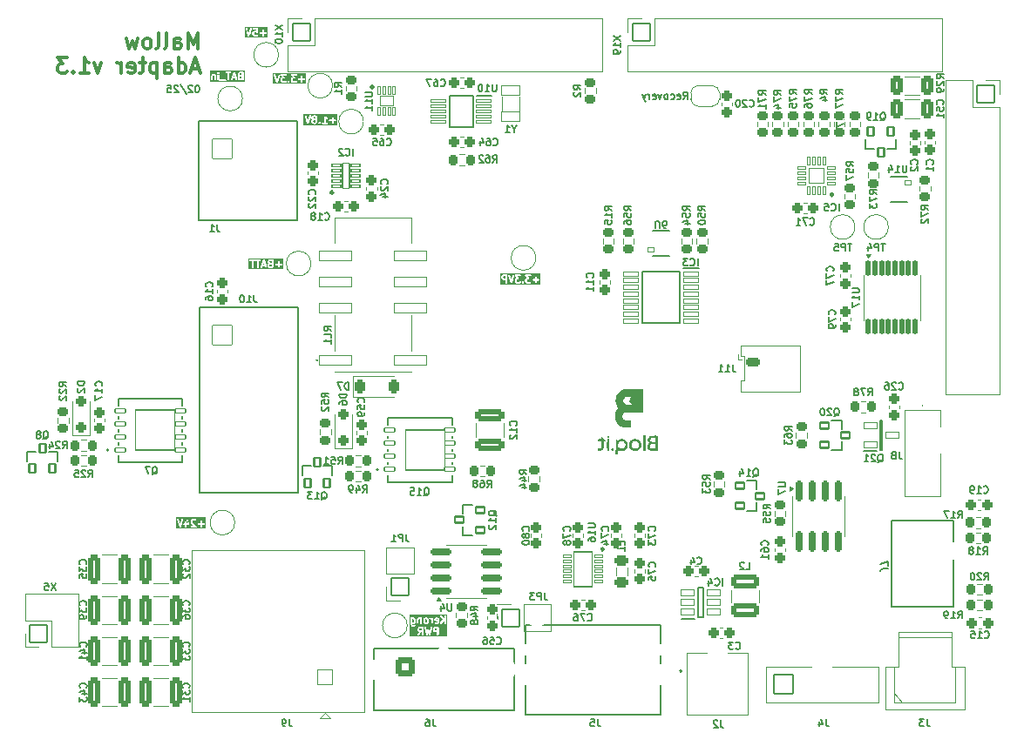
<source format=gbr>
%TF.GenerationSoftware,KiCad,Pcbnew,8.0.8*%
%TF.CreationDate,2025-02-06T17:20:13+00:00*%
%TF.ProjectId,mallow_adapt_v1.3,6d616c6c-6f77-45f6-9164-6170745f7631,rev?*%
%TF.SameCoordinates,Original*%
%TF.FileFunction,Legend,Bot*%
%TF.FilePolarity,Positive*%
%FSLAX46Y46*%
G04 Gerber Fmt 4.6, Leading zero omitted, Abs format (unit mm)*
G04 Created by KiCad (PCBNEW 8.0.8) date 2025-02-06 17:20:13*
%MOMM*%
%LPD*%
G01*
G04 APERTURE LIST*
G04 Aperture macros list*
%AMRoundRect*
0 Rectangle with rounded corners*
0 $1 Rounding radius*
0 $2 $3 $4 $5 $6 $7 $8 $9 X,Y pos of 4 corners*
0 Add a 4 corners polygon primitive as box body*
4,1,4,$2,$3,$4,$5,$6,$7,$8,$9,$2,$3,0*
0 Add four circle primitives for the rounded corners*
1,1,$1+$1,$2,$3*
1,1,$1+$1,$4,$5*
1,1,$1+$1,$6,$7*
1,1,$1+$1,$8,$9*
0 Add four rect primitives between the rounded corners*
20,1,$1+$1,$2,$3,$4,$5,0*
20,1,$1+$1,$4,$5,$6,$7,0*
20,1,$1+$1,$6,$7,$8,$9,0*
20,1,$1+$1,$8,$9,$2,$3,0*%
%AMFreePoly0*
4,1,35,0.535355,0.785355,0.550000,0.750000,0.550000,-0.750000,0.535355,-0.785355,0.500000,-0.800000,0.000000,-0.800000,-0.012286,-0.794911,-0.071157,-0.794911,-0.085244,-0.792886,-0.221795,-0.752791,-0.234740,-0.746879,-0.354462,-0.669938,-0.365217,-0.660618,-0.458414,-0.553063,-0.466109,-0.541091,-0.525228,-0.411637,-0.529237,-0.397982,-0.549491,-0.257116,-0.550000,-0.250000,-0.550000,0.250000,
-0.549491,0.257116,-0.529237,0.397982,-0.525228,0.411637,-0.466109,0.541091,-0.458414,0.553063,-0.365217,0.660618,-0.354462,0.669938,-0.234740,0.746879,-0.221795,0.752791,-0.085244,0.792886,-0.071157,0.794911,-0.012286,0.794911,0.000000,0.800000,0.500000,0.800000,0.535355,0.785355,0.535355,0.785355,$1*%
%AMFreePoly1*
4,1,35,0.012286,0.794911,0.071157,0.794911,0.085244,0.792886,0.221795,0.752791,0.234740,0.746879,0.354462,0.669938,0.365217,0.660618,0.458414,0.553063,0.466109,0.541091,0.525228,0.411637,0.529237,0.397982,0.549491,0.257116,0.550000,0.250000,0.550000,-0.250000,0.549491,-0.257116,0.529237,-0.397982,0.525228,-0.411637,0.466109,-0.541091,0.458414,-0.553063,0.365217,-0.660618,
0.354462,-0.669938,0.234740,-0.746879,0.221795,-0.752791,0.085244,-0.792886,0.071157,-0.794911,0.012286,-0.794911,0.000000,-0.800000,-0.500000,-0.800000,-0.535355,-0.785355,-0.550000,-0.750000,-0.550000,0.750000,-0.535355,0.785355,-0.500000,0.800000,0.000000,0.800000,0.012286,0.794911,0.012286,0.794911,$1*%
G04 Aperture macros list end*
%ADD10C,0.175000*%
%ADD11C,0.375000*%
%ADD12C,0.150000*%
%ADD13C,0.152400*%
%ADD14C,0.250000*%
%ADD15C,0.200000*%
%ADD16C,0.120000*%
%ADD17C,0.100000*%
%ADD18C,0.127000*%
%ADD19C,0.000000*%
%ADD20C,3.200000*%
%ADD21RoundRect,0.050000X0.300000X0.210000X-0.300000X0.210000X-0.300000X-0.210000X0.300000X-0.210000X0*%
%ADD22O,0.700000X0.520000*%
%ADD23RoundRect,0.050000X-0.508000X-0.203200X0.508000X-0.203200X0.508000X0.203200X-0.508000X0.203200X0*%
%ADD24RoundRect,0.050000X-1.910500X-1.954499X1.910500X-1.954499X1.910500X1.954499X-1.910500X1.954499X0*%
%ADD25RoundRect,0.050000X-0.150000X-0.400000X0.150000X-0.400000X0.150000X0.400000X-0.150000X0.400000X0*%
%ADD26RoundRect,0.050000X0.400000X-0.150000X0.400000X0.150000X-0.400000X0.150000X-0.400000X-0.150000X0*%
%ADD27RoundRect,0.050000X0.750000X-0.750000X0.750000X0.750000X-0.750000X0.750000X-0.750000X-0.750000X0*%
%ADD28RoundRect,0.050000X-0.625000X0.300000X-0.625000X-0.300000X0.625000X-0.300000X0.625000X0.300000X0*%
%ADD29RoundRect,0.050000X0.737500X-0.225000X0.737500X0.225000X-0.737500X0.225000X-0.737500X-0.225000X0*%
%ADD30RoundRect,0.271739X-0.353261X-1.128261X0.353261X-1.128261X0.353261X1.128261X-0.353261X1.128261X0*%
%ADD31RoundRect,0.271739X0.353261X1.128261X-0.353261X1.128261X-0.353261X-1.128261X0.353261X-1.128261X0*%
%ADD32RoundRect,0.225000X0.300000X-0.225000X0.300000X0.225000X-0.300000X0.225000X-0.300000X-0.225000X0*%
%ADD33RoundRect,0.050000X-0.850000X0.850000X-0.850000X-0.850000X0.850000X-0.850000X0.850000X0.850000X0*%
%ADD34O,1.800000X1.800000*%
%ADD35C,3.700000*%
%ADD36C,5.800000*%
%ADD37RoundRect,0.175000X-0.175000X0.850000X-0.175000X-0.850000X0.175000X-0.850000X0.175000X0.850000X0*%
%ADD38RoundRect,0.250000X-0.275000X0.250000X-0.275000X-0.250000X0.275000X-0.250000X0.275000X0.250000X0*%
%ADD39C,2.100000*%
%ADD40FreePoly0,180.000000*%
%ADD41FreePoly1,180.000000*%
%ADD42RoundRect,0.225000X0.225000X0.300000X-0.225000X0.300000X-0.225000X-0.300000X0.225000X-0.300000X0*%
%ADD43RoundRect,0.225000X-0.225000X-0.300000X0.225000X-0.300000X0.225000X0.300000X-0.225000X0.300000X0*%
%ADD44C,3.009999*%
%ADD45C,1.620000*%
%ADD46C,1.120000*%
%ADD47RoundRect,0.250000X0.275000X-0.250000X0.275000X0.250000X-0.275000X0.250000X-0.275000X-0.250000X0*%
%ADD48C,1.975000*%
%ADD49RoundRect,0.050000X-0.937500X-0.937500X0.937500X-0.937500X0.937500X0.937500X-0.937500X0.937500X0*%
%ADD50C,1.450000*%
%ADD51RoundRect,0.050000X0.150000X0.375000X-0.150000X0.375000X-0.150000X-0.375000X0.150000X-0.375000X0*%
%ADD52RoundRect,0.050000X-0.650000X0.450000X-0.650000X-0.450000X0.650000X-0.450000X0.650000X0.450000X0*%
%ADD53RoundRect,0.225000X-0.300000X0.225000X-0.300000X-0.225000X0.300000X-0.225000X0.300000X0.225000X0*%
%ADD54C,1.900000*%
%ADD55C,1.400000*%
%ADD56RoundRect,0.102000X0.300000X-0.400000X0.300000X0.400000X-0.300000X0.400000X-0.300000X-0.400000X0*%
%ADD57RoundRect,0.250000X0.250000X0.275000X-0.250000X0.275000X-0.250000X-0.275000X0.250000X-0.275000X0*%
%ADD58RoundRect,0.271739X0.353261X0.678261X-0.353261X0.678261X-0.353261X-0.678261X0.353261X-0.678261X0*%
%ADD59RoundRect,0.271739X1.128261X-0.353261X1.128261X0.353261X-1.128261X0.353261X-1.128261X-0.353261X0*%
%ADD60RoundRect,0.250000X-0.250000X-0.275000X0.250000X-0.275000X0.250000X0.275000X-0.250000X0.275000X0*%
%ADD61RoundRect,0.272222X-0.340278X-0.652778X0.340278X-0.652778X0.340278X0.652778X-0.340278X0.652778X0*%
%ADD62RoundRect,0.125000X-0.125000X0.662500X-0.125000X-0.662500X0.125000X-0.662500X0.125000X0.662500X0*%
%ADD63C,1.600000*%
%ADD64C,3.300000*%
%ADD65RoundRect,0.270000X1.105000X-0.405000X1.105000X0.405000X-1.105000X0.405000X-1.105000X-0.405000X0*%
%ADD66C,2.000000*%
%ADD67RoundRect,0.050000X0.950000X-0.950000X0.950000X0.950000X-0.950000X0.950000X-0.950000X-0.950000X0*%
%ADD68C,3.100000*%
%ADD69RoundRect,0.050000X-0.900000X0.500000X-0.900000X-0.500000X0.900000X-0.500000X0.900000X0.500000X0*%
%ADD70C,2.200000*%
%ADD71C,1.800000*%
%ADD72RoundRect,0.264706X-0.635294X-0.635294X0.635294X-0.635294X0.635294X0.635294X-0.635294X0.635294X0*%
%ADD73C,1.300000*%
%ADD74RoundRect,0.275000X0.275000X-0.275000X0.275000X0.275000X-0.275000X0.275000X-0.275000X-0.275000X0*%
%ADD75RoundRect,0.050000X0.900000X1.700000X-0.900000X1.700000X-0.900000X-1.700000X0.900000X-1.700000X0*%
%ADD76RoundRect,0.050000X-0.425000X0.150000X-0.425000X-0.150000X0.425000X-0.150000X0.425000X0.150000X0*%
%ADD77RoundRect,0.050000X-0.345000X-1.220000X0.345000X-1.220000X0.345000X1.220000X-0.345000X1.220000X0*%
%ADD78RoundRect,0.102000X0.400000X0.300000X-0.400000X0.300000X-0.400000X-0.300000X0.400000X-0.300000X0*%
%ADD79RoundRect,0.050000X-0.300000X-0.210000X0.300000X-0.210000X0.300000X0.210000X-0.300000X0.210000X0*%
%ADD80RoundRect,0.050000X-0.850000X-0.850000X0.850000X-0.850000X0.850000X0.850000X-0.850000X0.850000X0*%
%ADD81RoundRect,0.102000X-0.400000X-0.300000X0.400000X-0.300000X0.400000X0.300000X-0.400000X0.300000X0*%
%ADD82RoundRect,0.050000X1.580000X-0.500000X1.580000X0.500000X-1.580000X0.500000X-1.580000X-0.500000X0*%
%ADD83RoundRect,0.250000X-0.250000X-0.400000X0.250000X-0.400000X0.250000X0.400000X-0.250000X0.400000X0*%
%ADD84RoundRect,0.050000X0.850000X0.850000X-0.850000X0.850000X-0.850000X-0.850000X0.850000X-0.850000X0*%
%ADD85RoundRect,0.175000X-0.850000X-0.175000X0.850000X-0.175000X0.850000X0.175000X-0.850000X0.175000X0*%
%ADD86RoundRect,0.243750X0.406250X-0.243750X0.406250X0.243750X-0.406250X0.243750X-0.406250X-0.243750X0*%
%ADD87RoundRect,0.225000X-0.475000X0.225000X-0.475000X-0.225000X0.475000X-0.225000X0.475000X0.225000X0*%
%ADD88O,1.400000X0.900000*%
%ADD89RoundRect,0.102000X-0.300000X0.400000X-0.300000X-0.400000X0.300000X-0.400000X0.300000X0.400000X0*%
%ADD90RoundRect,0.050000X0.700000X-0.150000X0.700000X0.150000X-0.700000X0.150000X-0.700000X-0.150000X0*%
G04 APERTURE END LIST*
D10*
G36*
X45347378Y34540600D02*
G01*
X45188868Y34540600D01*
X45153376Y34558346D01*
X45140123Y34571600D01*
X45122378Y34607091D01*
X45122378Y34665779D01*
X45140122Y34701267D01*
X45153378Y34714523D01*
X45188866Y34732267D01*
X45347378Y34732267D01*
X45347378Y34540600D01*
G37*
G36*
X48741531Y33944767D02*
G01*
X44859878Y33944767D01*
X44859878Y34686434D01*
X44947378Y34686434D01*
X44947378Y34586434D01*
X44949059Y34569364D01*
X44950262Y34566460D01*
X44950485Y34563323D01*
X44956615Y34547303D01*
X44989948Y34480636D01*
X44994573Y34473288D01*
X44995458Y34471153D01*
X44997430Y34468750D01*
X44999086Y34466120D01*
X45000830Y34464607D01*
X45006340Y34457894D01*
X45039674Y34424561D01*
X45046384Y34419055D01*
X45047897Y34417310D01*
X45050527Y34415655D01*
X45052933Y34413680D01*
X45055068Y34412796D01*
X45062413Y34408172D01*
X45129079Y34374838D01*
X45145098Y34368708D01*
X45148234Y34368486D01*
X45151141Y34367281D01*
X45168211Y34365600D01*
X45347378Y34365600D01*
X45347378Y34119767D01*
X45349059Y34102697D01*
X45362124Y34071155D01*
X45386266Y34047013D01*
X45417808Y34033948D01*
X45451948Y34033948D01*
X45483490Y34047013D01*
X45507632Y34071155D01*
X45520697Y34102697D01*
X45522378Y34119767D01*
X45522378Y34808823D01*
X45581398Y34808823D01*
X45585201Y34792097D01*
X45818535Y34092097D01*
X45825528Y34076435D01*
X45829624Y34071712D01*
X45832421Y34066119D01*
X45840708Y34058931D01*
X45847897Y34050643D01*
X45853489Y34047847D01*
X45858213Y34043750D01*
X45868623Y34040280D01*
X45878435Y34035374D01*
X45884670Y34034931D01*
X45890601Y34032954D01*
X45901545Y34033732D01*
X45912489Y34032954D01*
X45918419Y34034931D01*
X45924656Y34035374D01*
X45934469Y34040281D01*
X45944877Y34043750D01*
X45949600Y34047847D01*
X45955193Y34050643D01*
X45962381Y34058931D01*
X45970669Y34066119D01*
X45973465Y34071712D01*
X45977562Y34076435D01*
X45984555Y34092097D01*
X46093778Y34419767D01*
X46247378Y34419767D01*
X46247378Y34253100D01*
X46249059Y34236030D01*
X46250261Y34233126D01*
X46250485Y34229987D01*
X46256616Y34213968D01*
X46289950Y34147302D01*
X46294573Y34139958D01*
X46295458Y34137822D01*
X46297432Y34135417D01*
X46299088Y34132786D01*
X46300832Y34131274D01*
X46306339Y34124563D01*
X46339672Y34091229D01*
X46346384Y34085720D01*
X46347898Y34083975D01*
X46350527Y34082320D01*
X46352931Y34080347D01*
X46355066Y34079463D01*
X46362414Y34074837D01*
X46429082Y34041504D01*
X46445101Y34035374D01*
X46448237Y34035152D01*
X46451142Y34033948D01*
X46468212Y34032267D01*
X46668212Y34032267D01*
X46685282Y34033948D01*
X46688186Y34035152D01*
X46691324Y34035374D01*
X46707343Y34041505D01*
X46774009Y34074838D01*
X46781352Y34079461D01*
X46783491Y34080346D01*
X46785897Y34082322D01*
X46788525Y34083975D01*
X46790037Y34085719D01*
X46796750Y34091228D01*
X46830084Y34124562D01*
X46840965Y34137821D01*
X46854030Y34169363D01*
X46854030Y34170171D01*
X46915726Y34170171D01*
X46915726Y34136029D01*
X46928791Y34104487D01*
X46939673Y34091228D01*
X46973006Y34057895D01*
X46986265Y34047013D01*
X47017807Y34033948D01*
X47017808Y34033948D01*
X47051948Y34033948D01*
X47051949Y34033948D01*
X47083491Y34047013D01*
X47096750Y34057895D01*
X47130083Y34091228D01*
X47140965Y34104487D01*
X47154030Y34136029D01*
X47154030Y34170171D01*
X47140965Y34201713D01*
X47140960Y34201718D01*
X47130084Y34214971D01*
X47096751Y34248305D01*
X47083492Y34259187D01*
X47051950Y34272252D01*
X47051948Y34272253D01*
X47017806Y34272253D01*
X46986264Y34259187D01*
X46973005Y34248305D01*
X46939672Y34214971D01*
X46928795Y34201718D01*
X46928791Y34201713D01*
X46915726Y34170171D01*
X46854030Y34170171D01*
X46854030Y34203505D01*
X46840965Y34235047D01*
X46816825Y34259187D01*
X46785283Y34272252D01*
X46751141Y34272252D01*
X46719599Y34259187D01*
X46706340Y34248306D01*
X46683045Y34225011D01*
X46647557Y34207267D01*
X46488869Y34207267D01*
X46453376Y34225013D01*
X46440123Y34238266D01*
X46422378Y34273757D01*
X46422378Y34399111D01*
X46432706Y34419767D01*
X47247378Y34419767D01*
X47247378Y34253100D01*
X47249059Y34236030D01*
X47250261Y34233126D01*
X47250485Y34229987D01*
X47256616Y34213968D01*
X47289950Y34147302D01*
X47294573Y34139958D01*
X47295458Y34137822D01*
X47297432Y34135417D01*
X47299088Y34132786D01*
X47300832Y34131274D01*
X47306339Y34124563D01*
X47339672Y34091229D01*
X47346384Y34085720D01*
X47347898Y34083975D01*
X47350527Y34082320D01*
X47352931Y34080347D01*
X47355066Y34079463D01*
X47362414Y34074837D01*
X47429082Y34041504D01*
X47445101Y34035374D01*
X47448237Y34035152D01*
X47451142Y34033948D01*
X47468212Y34032267D01*
X47668212Y34032267D01*
X47685282Y34033948D01*
X47688186Y34035152D01*
X47691324Y34035374D01*
X47707343Y34041505D01*
X47774009Y34074838D01*
X47781352Y34079461D01*
X47783491Y34080346D01*
X47785897Y34082322D01*
X47788525Y34083975D01*
X47790037Y34085719D01*
X47796750Y34091228D01*
X47830084Y34124562D01*
X47840965Y34137821D01*
X47854030Y34169363D01*
X47854030Y34203505D01*
X47840965Y34235047D01*
X47816825Y34259187D01*
X47785283Y34272252D01*
X47751141Y34272252D01*
X47719599Y34259187D01*
X47706340Y34248306D01*
X47683045Y34225011D01*
X47647557Y34207267D01*
X47488869Y34207267D01*
X47453376Y34225013D01*
X47440123Y34238266D01*
X47422378Y34273757D01*
X47422378Y34399111D01*
X47424574Y34403504D01*
X47949060Y34403504D01*
X47949060Y34369364D01*
X47962125Y34337822D01*
X47986267Y34313680D01*
X48017809Y34300615D01*
X48034879Y34298934D01*
X48214045Y34298934D01*
X48214045Y34119767D01*
X48215726Y34102697D01*
X48228791Y34071155D01*
X48252933Y34047013D01*
X48284475Y34033948D01*
X48318615Y34033948D01*
X48350157Y34047013D01*
X48374299Y34071155D01*
X48387364Y34102697D01*
X48389045Y34119767D01*
X48389045Y34298934D01*
X48568212Y34298934D01*
X48585282Y34300615D01*
X48616824Y34313680D01*
X48640966Y34337822D01*
X48654031Y34369364D01*
X48654031Y34403504D01*
X48640966Y34435046D01*
X48616824Y34459188D01*
X48585282Y34472253D01*
X48568212Y34473934D01*
X48389045Y34473934D01*
X48389045Y34653100D01*
X48387364Y34670170D01*
X48374299Y34701712D01*
X48350157Y34725854D01*
X48318615Y34738919D01*
X48284475Y34738919D01*
X48252933Y34725854D01*
X48228791Y34701712D01*
X48215726Y34670170D01*
X48214045Y34653100D01*
X48214045Y34473934D01*
X48034879Y34473934D01*
X48017809Y34472253D01*
X47986267Y34459188D01*
X47962125Y34435046D01*
X47949060Y34403504D01*
X47424574Y34403504D01*
X47440123Y34434602D01*
X47453375Y34447854D01*
X47488869Y34465600D01*
X47568212Y34465600D01*
X47577240Y34466490D01*
X47579537Y34466336D01*
X47581118Y34466872D01*
X47585282Y34467281D01*
X47598413Y34472721D01*
X47611878Y34477274D01*
X47614098Y34479218D01*
X47616824Y34480346D01*
X47626868Y34490391D01*
X47637571Y34499755D01*
X47638880Y34502403D01*
X47640966Y34504488D01*
X47646403Y34517617D01*
X47652705Y34530358D01*
X47652901Y34533303D01*
X47654031Y34536030D01*
X47654031Y34550250D01*
X47654976Y34564425D01*
X47654031Y34567220D01*
X47654031Y34570170D01*
X47648591Y34583302D01*
X47644038Y34596766D01*
X47641605Y34600169D01*
X47640966Y34601712D01*
X47639337Y34603341D01*
X47634062Y34610719D01*
X47527707Y34732267D01*
X47768212Y34732267D01*
X47785282Y34733948D01*
X47816824Y34747013D01*
X47840966Y34771155D01*
X47854031Y34802697D01*
X47854031Y34836837D01*
X47840966Y34868379D01*
X47816824Y34892521D01*
X47785282Y34905586D01*
X47768212Y34907267D01*
X47334878Y34907267D01*
X47325849Y34906378D01*
X47323553Y34906531D01*
X47321971Y34905996D01*
X47317808Y34905586D01*
X47304676Y34900147D01*
X47291212Y34895593D01*
X47288991Y34893650D01*
X47286266Y34892521D01*
X47276221Y34882477D01*
X47265519Y34873112D01*
X47264209Y34870465D01*
X47262124Y34868379D01*
X47256686Y34855251D01*
X47250385Y34842509D01*
X47250188Y34839565D01*
X47249059Y34836837D01*
X47249059Y34822618D01*
X47248114Y34808442D01*
X47249059Y34805648D01*
X47249059Y34802697D01*
X47254498Y34789566D01*
X47259052Y34776101D01*
X47261484Y34772699D01*
X47262124Y34771155D01*
X47263752Y34769527D01*
X47269028Y34762148D01*
X47397348Y34615497D01*
X47362414Y34598030D01*
X47355068Y34593407D01*
X47352932Y34592521D01*
X47350526Y34590547D01*
X47347898Y34588892D01*
X47346385Y34587149D01*
X47339673Y34581639D01*
X47306340Y34548306D01*
X47300833Y34541597D01*
X47299087Y34540082D01*
X47297431Y34537452D01*
X47295458Y34535047D01*
X47294572Y34532910D01*
X47289950Y34525565D01*
X47256616Y34458899D01*
X47250485Y34442879D01*
X47250262Y34439742D01*
X47249059Y34436837D01*
X47247378Y34419767D01*
X46432706Y34419767D01*
X46440123Y34434602D01*
X46453375Y34447854D01*
X46488869Y34465600D01*
X46568212Y34465600D01*
X46577240Y34466490D01*
X46579537Y34466336D01*
X46581118Y34466872D01*
X46585282Y34467281D01*
X46598413Y34472721D01*
X46611878Y34477274D01*
X46614098Y34479218D01*
X46616824Y34480346D01*
X46626868Y34490391D01*
X46637571Y34499755D01*
X46638880Y34502403D01*
X46640966Y34504488D01*
X46646403Y34517617D01*
X46652705Y34530358D01*
X46652901Y34533303D01*
X46654031Y34536030D01*
X46654031Y34550250D01*
X46654976Y34564425D01*
X46654031Y34567220D01*
X46654031Y34570170D01*
X46648591Y34583302D01*
X46644038Y34596766D01*
X46641605Y34600169D01*
X46640966Y34601712D01*
X46639337Y34603341D01*
X46634062Y34610719D01*
X46527707Y34732267D01*
X46768212Y34732267D01*
X46785282Y34733948D01*
X46816824Y34747013D01*
X46840966Y34771155D01*
X46854031Y34802697D01*
X46854031Y34836837D01*
X46840966Y34868379D01*
X46816824Y34892521D01*
X46785282Y34905586D01*
X46768212Y34907267D01*
X46334878Y34907267D01*
X46325849Y34906378D01*
X46323553Y34906531D01*
X46321971Y34905996D01*
X46317808Y34905586D01*
X46304676Y34900147D01*
X46291212Y34895593D01*
X46288991Y34893650D01*
X46286266Y34892521D01*
X46276221Y34882477D01*
X46265519Y34873112D01*
X46264209Y34870465D01*
X46262124Y34868379D01*
X46256686Y34855251D01*
X46250385Y34842509D01*
X46250188Y34839565D01*
X46249059Y34836837D01*
X46249059Y34822618D01*
X46248114Y34808442D01*
X46249059Y34805648D01*
X46249059Y34802697D01*
X46254498Y34789566D01*
X46259052Y34776101D01*
X46261484Y34772699D01*
X46262124Y34771155D01*
X46263752Y34769527D01*
X46269028Y34762148D01*
X46397348Y34615497D01*
X46362414Y34598030D01*
X46355068Y34593407D01*
X46352932Y34592521D01*
X46350526Y34590547D01*
X46347898Y34588892D01*
X46346385Y34587149D01*
X46339673Y34581639D01*
X46306340Y34548306D01*
X46300833Y34541597D01*
X46299087Y34540082D01*
X46297431Y34537452D01*
X46295458Y34535047D01*
X46294572Y34532910D01*
X46289950Y34525565D01*
X46256616Y34458899D01*
X46250485Y34442879D01*
X46250262Y34439742D01*
X46249059Y34436837D01*
X46247378Y34419767D01*
X46093778Y34419767D01*
X46217888Y34792097D01*
X46221691Y34808823D01*
X46219271Y34842878D01*
X46204002Y34873415D01*
X46178210Y34895784D01*
X46145822Y34906580D01*
X46111768Y34904160D01*
X46081230Y34888892D01*
X46058861Y34863100D01*
X46051868Y34847437D01*
X45901544Y34396467D01*
X45751221Y34847437D01*
X45744228Y34863099D01*
X45721859Y34888891D01*
X45691321Y34904160D01*
X45657267Y34906580D01*
X45624879Y34895784D01*
X45599087Y34873415D01*
X45583818Y34842877D01*
X45581398Y34808823D01*
X45522378Y34808823D01*
X45522378Y34819767D01*
X45520697Y34836837D01*
X45507632Y34868379D01*
X45483490Y34892521D01*
X45451948Y34905586D01*
X45434878Y34907267D01*
X45168211Y34907267D01*
X45151141Y34905586D01*
X45148236Y34904383D01*
X45145100Y34904160D01*
X45129080Y34898029D01*
X45062414Y34864696D01*
X45055066Y34860072D01*
X45052932Y34859187D01*
X45050529Y34857216D01*
X45047898Y34855559D01*
X45046384Y34853814D01*
X45039673Y34848306D01*
X45006339Y34814972D01*
X45000829Y34808260D01*
X44999086Y34806747D01*
X44997432Y34804120D01*
X44995457Y34801713D01*
X44994571Y34799575D01*
X44989949Y34792231D01*
X44956616Y34725565D01*
X44950485Y34709546D01*
X44950262Y34706409D01*
X44949059Y34703504D01*
X44947378Y34686434D01*
X44859878Y34686434D01*
X44859878Y34994767D01*
X48741531Y34994767D01*
X48741531Y33944767D01*
G37*
G36*
X16241531Y10194767D02*
G01*
X13327231Y10194767D01*
X13327231Y11058823D01*
X13414731Y11058823D01*
X13418534Y11042097D01*
X13651868Y10342097D01*
X13658861Y10326435D01*
X13662957Y10321712D01*
X13665754Y10316119D01*
X13674041Y10308931D01*
X13681230Y10300643D01*
X13686822Y10297847D01*
X13691546Y10293750D01*
X13701956Y10290280D01*
X13711768Y10285374D01*
X13718003Y10284931D01*
X13723934Y10282954D01*
X13734878Y10283732D01*
X13745822Y10282954D01*
X13751752Y10284931D01*
X13757989Y10285374D01*
X13767802Y10290281D01*
X13778210Y10293750D01*
X13782933Y10297847D01*
X13788526Y10300643D01*
X13795714Y10308931D01*
X13804002Y10316119D01*
X13806798Y10321712D01*
X13810895Y10326435D01*
X13817888Y10342097D01*
X13910579Y10620170D01*
X14049059Y10620170D01*
X14049059Y10586030D01*
X14062124Y10554488D01*
X14086266Y10530346D01*
X14117808Y10517281D01*
X14134878Y10515600D01*
X14147378Y10515600D01*
X14147378Y10369767D01*
X14149059Y10352697D01*
X14162124Y10321155D01*
X14186266Y10297013D01*
X14217808Y10283948D01*
X14251948Y10283948D01*
X14283490Y10297013D01*
X14307632Y10321155D01*
X14320697Y10352697D01*
X14322378Y10369767D01*
X14322378Y10515600D01*
X14568211Y10515600D01*
X14576850Y10516451D01*
X14579155Y10516287D01*
X14580818Y10516842D01*
X14585281Y10517281D01*
X14598239Y10522649D01*
X14611543Y10527083D01*
X14613917Y10529143D01*
X14616823Y10530346D01*
X14626740Y10540264D01*
X14637335Y10549452D01*
X14638741Y10552265D01*
X14640965Y10554488D01*
X14646332Y10567447D01*
X14652604Y10579989D01*
X14652826Y10583126D01*
X14654030Y10586030D01*
X14654030Y10600057D01*
X14655024Y10614044D01*
X14654030Y10618416D01*
X14654030Y10620170D01*
X14653145Y10622305D01*
X14651221Y10630770D01*
X14549333Y10936434D01*
X14747378Y10936434D01*
X14747378Y10869767D01*
X14748228Y10861128D01*
X14748065Y10858822D01*
X14748754Y10855791D01*
X14749059Y10852697D01*
X14749943Y10850563D01*
X14751868Y10842097D01*
X14785202Y10742097D01*
X14792195Y10726435D01*
X14794253Y10724062D01*
X14795458Y10721154D01*
X14806340Y10707895D01*
X15056968Y10457267D01*
X14834878Y10457267D01*
X14817808Y10455586D01*
X14786266Y10442521D01*
X14762124Y10418379D01*
X14749059Y10386837D01*
X14749059Y10352697D01*
X14762124Y10321155D01*
X14786266Y10297013D01*
X14817808Y10283948D01*
X14834878Y10282267D01*
X15268212Y10282267D01*
X15285282Y10283948D01*
X15316824Y10297013D01*
X15340966Y10321155D01*
X15354031Y10352697D01*
X15354031Y10386837D01*
X15340966Y10418379D01*
X15340965Y10418380D01*
X15330084Y10431639D01*
X15108219Y10653504D01*
X15449060Y10653504D01*
X15449060Y10619364D01*
X15462125Y10587822D01*
X15486267Y10563680D01*
X15517809Y10550615D01*
X15534879Y10548934D01*
X15714045Y10548934D01*
X15714045Y10369767D01*
X15715726Y10352697D01*
X15728791Y10321155D01*
X15752933Y10297013D01*
X15784475Y10283948D01*
X15818615Y10283948D01*
X15850157Y10297013D01*
X15874299Y10321155D01*
X15887364Y10352697D01*
X15889045Y10369767D01*
X15889045Y10548934D01*
X16068212Y10548934D01*
X16085282Y10550615D01*
X16116824Y10563680D01*
X16140966Y10587822D01*
X16154031Y10619364D01*
X16154031Y10653504D01*
X16140966Y10685046D01*
X16116824Y10709188D01*
X16085282Y10722253D01*
X16068212Y10723934D01*
X15889045Y10723934D01*
X15889045Y10903100D01*
X15887364Y10920170D01*
X15874299Y10951712D01*
X15850157Y10975854D01*
X15818615Y10988919D01*
X15784475Y10988919D01*
X15752933Y10975854D01*
X15728791Y10951712D01*
X15715726Y10920170D01*
X15714045Y10903100D01*
X15714045Y10723934D01*
X15534879Y10723934D01*
X15517809Y10722253D01*
X15486267Y10709188D01*
X15462125Y10685046D01*
X15449060Y10653504D01*
X15108219Y10653504D01*
X14944689Y10817034D01*
X14922378Y10883967D01*
X14922378Y10915778D01*
X14940123Y10951269D01*
X14953376Y10964522D01*
X14988869Y10982267D01*
X15114222Y10982267D01*
X15149712Y10964522D01*
X15173005Y10941229D01*
X15186264Y10930347D01*
X15217806Y10917281D01*
X15251948Y10917281D01*
X15283490Y10930346D01*
X15307631Y10954486D01*
X15320697Y10986028D01*
X15320697Y11020169D01*
X15307632Y11051712D01*
X15296751Y11064971D01*
X15263418Y11098305D01*
X15256705Y11103815D01*
X15255192Y11105559D01*
X15252562Y11107215D01*
X15250159Y11109187D01*
X15248024Y11110072D01*
X15240676Y11114697D01*
X15174009Y11148030D01*
X15157989Y11154160D01*
X15154852Y11154383D01*
X15151948Y11155586D01*
X15134878Y11157267D01*
X14968212Y11157267D01*
X14951142Y11155586D01*
X14948237Y11154383D01*
X14945101Y11154160D01*
X14929082Y11148030D01*
X14862414Y11114697D01*
X14855066Y11110072D01*
X14852931Y11109187D01*
X14850527Y11107215D01*
X14847898Y11105559D01*
X14846384Y11103815D01*
X14839672Y11098305D01*
X14806339Y11064971D01*
X14800832Y11058261D01*
X14799088Y11056748D01*
X14797432Y11054118D01*
X14795458Y11051712D01*
X14794573Y11049577D01*
X14789950Y11042232D01*
X14756616Y10975566D01*
X14750485Y10959547D01*
X14750261Y10956409D01*
X14749059Y10953504D01*
X14747378Y10936434D01*
X14549333Y10936434D01*
X14484555Y11130770D01*
X14477562Y11146432D01*
X14455193Y11172224D01*
X14424656Y11187493D01*
X14390601Y11189913D01*
X14358213Y11179117D01*
X14332421Y11156748D01*
X14317152Y11126211D01*
X14314732Y11092156D01*
X14318535Y11075430D01*
X14446811Y10690600D01*
X14322378Y10690600D01*
X14322378Y10836434D01*
X14320697Y10853504D01*
X14307632Y10885046D01*
X14283490Y10909188D01*
X14251948Y10922253D01*
X14217808Y10922253D01*
X14186266Y10909188D01*
X14162124Y10885046D01*
X14149059Y10853504D01*
X14147378Y10836434D01*
X14147378Y10690600D01*
X14134878Y10690600D01*
X14117808Y10688919D01*
X14086266Y10675854D01*
X14062124Y10651712D01*
X14049059Y10620170D01*
X13910579Y10620170D01*
X14051221Y11042097D01*
X14055024Y11058823D01*
X14052604Y11092878D01*
X14037335Y11123415D01*
X14011543Y11145784D01*
X13979155Y11156580D01*
X13945101Y11154160D01*
X13914563Y11138892D01*
X13892194Y11113100D01*
X13885201Y11097437D01*
X13734877Y10646467D01*
X13584554Y11097437D01*
X13577561Y11113099D01*
X13555192Y11138891D01*
X13524654Y11154160D01*
X13490600Y11156580D01*
X13458212Y11145784D01*
X13432420Y11123415D01*
X13417151Y11092877D01*
X13414731Y11058823D01*
X13327231Y11058823D01*
X13327231Y11277413D01*
X16241531Y11277413D01*
X16241531Y10194767D01*
G37*
G36*
X26866379Y49914522D02*
G01*
X26879633Y49901268D01*
X26897378Y49865779D01*
X26897378Y49773755D01*
X26879633Y49738267D01*
X26866379Y49725013D01*
X26830889Y49707267D01*
X26738869Y49707267D01*
X26703376Y49725013D01*
X26690123Y49738266D01*
X26672378Y49773757D01*
X26672378Y49865778D01*
X26690123Y49901269D01*
X26703376Y49914522D01*
X26738869Y49932267D01*
X26830889Y49932267D01*
X26866379Y49914522D01*
G37*
G36*
X26866379Y50214522D02*
G01*
X26879633Y50201268D01*
X26895384Y50169767D01*
X26879633Y50138267D01*
X26866379Y50125013D01*
X26830889Y50107267D01*
X26738869Y50107267D01*
X26703376Y50125013D01*
X26690123Y50138266D01*
X26674372Y50169767D01*
X26690123Y50201269D01*
X26703376Y50214522D01*
X26738869Y50232267D01*
X26830889Y50232267D01*
X26866379Y50214522D01*
G37*
G36*
X28991531Y49444767D02*
G01*
X25743898Y49444767D01*
X25743898Y50308823D01*
X25831398Y50308823D01*
X25835201Y50292097D01*
X26068535Y49592097D01*
X26075528Y49576435D01*
X26079624Y49571712D01*
X26082421Y49566119D01*
X26090708Y49558931D01*
X26097897Y49550643D01*
X26103489Y49547847D01*
X26108213Y49543750D01*
X26118623Y49540280D01*
X26128435Y49535374D01*
X26134670Y49534931D01*
X26140601Y49532954D01*
X26151545Y49533732D01*
X26162489Y49532954D01*
X26168419Y49534931D01*
X26174656Y49535374D01*
X26184469Y49540281D01*
X26194877Y49543750D01*
X26199600Y49547847D01*
X26205193Y49550643D01*
X26212381Y49558931D01*
X26220669Y49566119D01*
X26223465Y49571712D01*
X26227562Y49576435D01*
X26234555Y49592097D01*
X26432667Y50186434D01*
X26497378Y50186434D01*
X26497378Y50153100D01*
X26499059Y50136030D01*
X26500261Y50133126D01*
X26500485Y50129987D01*
X26506616Y50113968D01*
X26539950Y50047302D01*
X26544573Y50039958D01*
X26545458Y50037822D01*
X26547432Y50035417D01*
X26549088Y50032786D01*
X26550832Y50031274D01*
X26556339Y50024563D01*
X26561134Y50019767D01*
X26556339Y50014971D01*
X26550832Y50008261D01*
X26549088Y50006748D01*
X26547432Y50004118D01*
X26545458Y50001712D01*
X26544573Y49999577D01*
X26539950Y49992232D01*
X26506616Y49925566D01*
X26500485Y49909547D01*
X26500261Y49906409D01*
X26499059Y49903504D01*
X26497378Y49886434D01*
X26497378Y49753100D01*
X26499059Y49736030D01*
X26500261Y49733126D01*
X26500485Y49729987D01*
X26506616Y49713968D01*
X26539950Y49647302D01*
X26544573Y49639958D01*
X26545458Y49637822D01*
X26547432Y49635417D01*
X26549088Y49632786D01*
X26550832Y49631274D01*
X26556339Y49624563D01*
X26589672Y49591229D01*
X26596384Y49585720D01*
X26597898Y49583975D01*
X26600527Y49582320D01*
X26602931Y49580347D01*
X26605066Y49579463D01*
X26612414Y49574837D01*
X26679082Y49541504D01*
X26695101Y49535374D01*
X26698237Y49535152D01*
X26701142Y49533948D01*
X26718212Y49532267D01*
X26851545Y49532267D01*
X26868615Y49533948D01*
X26871519Y49535152D01*
X26874656Y49535374D01*
X26890676Y49541504D01*
X26957343Y49574837D01*
X26964691Y49579463D01*
X26966826Y49580347D01*
X26969229Y49582320D01*
X26971859Y49583975D01*
X26973372Y49585720D01*
X26980085Y49591229D01*
X27013418Y49624563D01*
X27018925Y49631274D01*
X27020670Y49632787D01*
X27022325Y49635418D01*
X27024299Y49637822D01*
X27025183Y49639958D01*
X27029807Y49647303D01*
X27041241Y49670171D01*
X27165726Y49670171D01*
X27165726Y49636029D01*
X27178791Y49604487D01*
X27189673Y49591228D01*
X27223006Y49557895D01*
X27236265Y49547013D01*
X27267807Y49533948D01*
X27267808Y49533948D01*
X27301948Y49533948D01*
X27301949Y49533948D01*
X27333491Y49547013D01*
X27346750Y49557895D01*
X27380083Y49591228D01*
X27390965Y49604487D01*
X27404030Y49636029D01*
X27404030Y49636837D01*
X27499059Y49636837D01*
X27499059Y49602697D01*
X27512124Y49571155D01*
X27536266Y49547013D01*
X27567808Y49533948D01*
X27584878Y49532267D01*
X27984878Y49532267D01*
X28001948Y49533948D01*
X28033490Y49547013D01*
X28057632Y49571155D01*
X28070697Y49602697D01*
X28070697Y49636837D01*
X28057632Y49668379D01*
X28033490Y49692521D01*
X28001948Y49705586D01*
X27984878Y49707267D01*
X27872378Y49707267D01*
X27872378Y49903504D01*
X28199060Y49903504D01*
X28199060Y49869364D01*
X28212125Y49837822D01*
X28236267Y49813680D01*
X28267809Y49800615D01*
X28284879Y49798934D01*
X28464045Y49798934D01*
X28464045Y49619767D01*
X28465726Y49602697D01*
X28478791Y49571155D01*
X28502933Y49547013D01*
X28534475Y49533948D01*
X28568615Y49533948D01*
X28600157Y49547013D01*
X28624299Y49571155D01*
X28637364Y49602697D01*
X28639045Y49619767D01*
X28639045Y49798934D01*
X28818212Y49798934D01*
X28835282Y49800615D01*
X28866824Y49813680D01*
X28890966Y49837822D01*
X28904031Y49869364D01*
X28904031Y49903504D01*
X28890966Y49935046D01*
X28866824Y49959188D01*
X28835282Y49972253D01*
X28818212Y49973934D01*
X28639045Y49973934D01*
X28639045Y50153100D01*
X28637364Y50170170D01*
X28624299Y50201712D01*
X28600157Y50225854D01*
X28568615Y50238919D01*
X28534475Y50238919D01*
X28502933Y50225854D01*
X28478791Y50201712D01*
X28465726Y50170170D01*
X28464045Y50153100D01*
X28464045Y49973934D01*
X28284879Y49973934D01*
X28267809Y49972253D01*
X28236267Y49959188D01*
X28212125Y49935046D01*
X28199060Y49903504D01*
X27872378Y49903504D01*
X27872378Y50079058D01*
X27879081Y50074838D01*
X27945747Y50041505D01*
X27961767Y50035374D01*
X27995821Y50032954D01*
X28028211Y50043750D01*
X28054003Y50066120D01*
X28069271Y50096655D01*
X28071691Y50130710D01*
X28060895Y50163100D01*
X28038525Y50188892D01*
X28024009Y50198029D01*
X27970045Y50225011D01*
X27919542Y50275514D01*
X27857682Y50368303D01*
X27857644Y50368349D01*
X27857632Y50368379D01*
X27857564Y50368447D01*
X27846815Y50381574D01*
X27839615Y50386396D01*
X27833490Y50392521D01*
X27825569Y50395802D01*
X27818448Y50400571D01*
X27809953Y50402270D01*
X27801948Y50405586D01*
X27793374Y50405586D01*
X27784969Y50407267D01*
X27776472Y50405586D01*
X27767808Y50405586D01*
X27759885Y50402305D01*
X27751477Y50400641D01*
X27744269Y50395837D01*
X27736266Y50392521D01*
X27730204Y50386460D01*
X27723071Y50381704D01*
X27718249Y50374505D01*
X27712124Y50368379D01*
X27708843Y50360459D01*
X27704074Y50353337D01*
X27702375Y50344843D01*
X27699059Y50336837D01*
X27697395Y50319947D01*
X27697378Y50319858D01*
X27697383Y50319828D01*
X27697378Y50319767D01*
X27697378Y49707267D01*
X27584878Y49707267D01*
X27567808Y49705586D01*
X27536266Y49692521D01*
X27512124Y49668379D01*
X27499059Y49636837D01*
X27404030Y49636837D01*
X27404030Y49670171D01*
X27390965Y49701713D01*
X27390960Y49701718D01*
X27380084Y49714971D01*
X27346751Y49748305D01*
X27333492Y49759187D01*
X27321769Y49764043D01*
X27301948Y49772253D01*
X27267806Y49772253D01*
X27236264Y49759187D01*
X27223005Y49748305D01*
X27189672Y49714971D01*
X27178795Y49701718D01*
X27178791Y49701713D01*
X27165726Y49670171D01*
X27041241Y49670171D01*
X27063140Y49713969D01*
X27069271Y49729989D01*
X27069493Y49733126D01*
X27070697Y49736030D01*
X27072378Y49753100D01*
X27072378Y49886434D01*
X27070697Y49903504D01*
X27069493Y49906409D01*
X27069271Y49909545D01*
X27063140Y49925565D01*
X27029807Y49992231D01*
X27025183Y49999577D01*
X27024299Y50001712D01*
X27022325Y50004117D01*
X27020670Y50006747D01*
X27018925Y50008261D01*
X27013418Y50014971D01*
X27008622Y50019767D01*
X27013418Y50024563D01*
X27018925Y50031274D01*
X27020670Y50032787D01*
X27022325Y50035418D01*
X27024299Y50037822D01*
X27025183Y50039958D01*
X27029807Y50047303D01*
X27063140Y50113969D01*
X27069271Y50129989D01*
X27069493Y50133126D01*
X27070697Y50136030D01*
X27072378Y50153100D01*
X27072378Y50186434D01*
X27070697Y50203504D01*
X27069493Y50206409D01*
X27069271Y50209545D01*
X27063140Y50225565D01*
X27029807Y50292231D01*
X27025183Y50299577D01*
X27024299Y50301712D01*
X27022325Y50304117D01*
X27020670Y50306747D01*
X27018925Y50308261D01*
X27013418Y50314971D01*
X26980085Y50348305D01*
X26973372Y50353815D01*
X26971859Y50355559D01*
X26969229Y50357215D01*
X26966826Y50359187D01*
X26964691Y50360072D01*
X26957343Y50364697D01*
X26890676Y50398030D01*
X26874656Y50404160D01*
X26871519Y50404383D01*
X26868615Y50405586D01*
X26851545Y50407267D01*
X26718212Y50407267D01*
X26701142Y50405586D01*
X26698237Y50404383D01*
X26695101Y50404160D01*
X26679082Y50398030D01*
X26612414Y50364697D01*
X26605066Y50360072D01*
X26602931Y50359187D01*
X26600527Y50357215D01*
X26597898Y50355559D01*
X26596384Y50353815D01*
X26589672Y50348305D01*
X26556339Y50314971D01*
X26550832Y50308261D01*
X26549088Y50306748D01*
X26547432Y50304118D01*
X26545458Y50301712D01*
X26544573Y50299577D01*
X26539950Y50292232D01*
X26506616Y50225566D01*
X26500485Y50209547D01*
X26500261Y50206409D01*
X26499059Y50203504D01*
X26497378Y50186434D01*
X26432667Y50186434D01*
X26467888Y50292097D01*
X26471691Y50308823D01*
X26469271Y50342878D01*
X26454002Y50373415D01*
X26428210Y50395784D01*
X26395822Y50406580D01*
X26361768Y50404160D01*
X26331230Y50388892D01*
X26308861Y50363100D01*
X26301868Y50347437D01*
X26151544Y49896467D01*
X26001221Y50347437D01*
X25994228Y50363099D01*
X25971859Y50388891D01*
X25941321Y50404160D01*
X25907267Y50406580D01*
X25874879Y50395784D01*
X25849087Y50373415D01*
X25833818Y50342877D01*
X25831398Y50308823D01*
X25743898Y50308823D01*
X25743898Y50494767D01*
X28991531Y50494767D01*
X28991531Y49444767D01*
G37*
G36*
X37195843Y290600D02*
G01*
X37037333Y290600D01*
X37001841Y308346D01*
X36988588Y321600D01*
X36970843Y357091D01*
X36970843Y415779D01*
X36988587Y451267D01*
X37001843Y464523D01*
X37037331Y482267D01*
X37195843Y482267D01*
X37195843Y290600D01*
G37*
G36*
X38695843Y290600D02*
G01*
X38537333Y290600D01*
X38501841Y308346D01*
X38488588Y321600D01*
X38470843Y357091D01*
X38470843Y415779D01*
X38488587Y451267D01*
X38501843Y464523D01*
X38537331Y482267D01*
X38695843Y482267D01*
X38695843Y290600D01*
G37*
G36*
X36414844Y1358149D02*
G01*
X36428096Y1344897D01*
X36445843Y1309404D01*
X36445843Y1150715D01*
X36428098Y1115227D01*
X36414844Y1101973D01*
X36379354Y1084227D01*
X36287510Y1084227D01*
X36287510Y1375894D01*
X36379354Y1375894D01*
X36414844Y1358149D01*
G37*
G36*
X37681510Y1358149D02*
G01*
X37694762Y1344897D01*
X37712509Y1309404D01*
X37712509Y1150715D01*
X37694764Y1115227D01*
X37681510Y1101973D01*
X37646020Y1084227D01*
X37587333Y1084227D01*
X37551840Y1101973D01*
X37538587Y1115227D01*
X37520843Y1150715D01*
X37520843Y1309404D01*
X37538588Y1344896D01*
X37551841Y1358149D01*
X37587332Y1375894D01*
X37646020Y1375894D01*
X37681510Y1358149D01*
G37*
G36*
X38734790Y1364842D02*
G01*
X38745842Y1342739D01*
X38745842Y1336794D01*
X38600571Y1365848D01*
X38620665Y1375894D01*
X38712686Y1375894D01*
X38734790Y1364842D01*
G37*
G36*
X39675009Y-305213D02*
G01*
X36025010Y-305213D01*
X36025010Y436434D01*
X36795843Y436434D01*
X36795843Y336434D01*
X36797524Y319364D01*
X36798727Y316460D01*
X36798950Y313323D01*
X36805080Y297303D01*
X36838413Y230636D01*
X36843038Y223288D01*
X36843923Y221153D01*
X36845895Y218750D01*
X36847551Y216120D01*
X36849295Y214607D01*
X36854805Y207894D01*
X36888139Y174561D01*
X36894849Y169055D01*
X36896362Y167310D01*
X36898992Y165655D01*
X36901398Y163680D01*
X36903533Y162796D01*
X36910878Y158172D01*
X36960907Y133157D01*
X36811660Y-80055D01*
X36803248Y-95003D01*
X36795863Y-128336D01*
X36801797Y-161958D01*
X36820145Y-190750D01*
X36848113Y-210328D01*
X36881446Y-217713D01*
X36915068Y-211779D01*
X36943860Y-193431D01*
X36955026Y-180411D01*
X37162234Y115600D01*
X37195843Y115600D01*
X37195843Y-130233D01*
X37197524Y-147303D01*
X37210589Y-178845D01*
X37234731Y-202987D01*
X37266273Y-216052D01*
X37300413Y-216052D01*
X37331955Y-202987D01*
X37356097Y-178845D01*
X37369162Y-147303D01*
X37370843Y-130233D01*
X37370843Y566495D01*
X37462571Y566495D01*
X37464889Y549500D01*
X37631556Y-150500D01*
X37633573Y-156353D01*
X37633853Y-158458D01*
X37634954Y-160359D01*
X37637145Y-166717D01*
X37644593Y-177009D01*
X37650959Y-188005D01*
X37654526Y-190735D01*
X37657160Y-194375D01*
X37667981Y-201034D01*
X37678070Y-208756D01*
X37682411Y-209913D01*
X37686237Y-212268D01*
X37698777Y-214278D01*
X37711057Y-217553D01*
X37715512Y-216960D01*
X37719948Y-217672D01*
X37732307Y-214729D01*
X37744901Y-213056D01*
X37748787Y-210805D01*
X37753159Y-209765D01*
X37763451Y-202316D01*
X37774448Y-195950D01*
X37777179Y-192381D01*
X37780817Y-189749D01*
X37787474Y-178931D01*
X37795199Y-168839D01*
X37797561Y-162540D01*
X37798711Y-160672D01*
X37799046Y-158580D01*
X37801222Y-152779D01*
X37850009Y30175D01*
X37898797Y-152778D01*
X37900972Y-158579D01*
X37901308Y-160672D01*
X37902458Y-162541D01*
X37904820Y-168839D01*
X37912543Y-178929D01*
X37919202Y-189749D01*
X37922840Y-192382D01*
X37925571Y-195949D01*
X37936567Y-202315D01*
X37946860Y-209764D01*
X37951228Y-210804D01*
X37955118Y-213056D01*
X37967711Y-214728D01*
X37980071Y-217672D01*
X37984509Y-216960D01*
X37988962Y-217552D01*
X38001235Y-214279D01*
X38013782Y-212268D01*
X38017607Y-209913D01*
X38021949Y-208756D01*
X38032039Y-201032D01*
X38042859Y-194374D01*
X38045492Y-190735D01*
X38049059Y-188005D01*
X38055424Y-177010D01*
X38062874Y-166716D01*
X38065066Y-160356D01*
X38066166Y-158457D01*
X38066445Y-156356D01*
X38068464Y-150500D01*
X38208210Y436434D01*
X38295843Y436434D01*
X38295843Y336434D01*
X38297524Y319364D01*
X38298727Y316460D01*
X38298950Y313323D01*
X38305080Y297303D01*
X38338413Y230636D01*
X38343038Y223288D01*
X38343923Y221153D01*
X38345895Y218750D01*
X38347551Y216120D01*
X38349295Y214607D01*
X38354805Y207894D01*
X38388139Y174561D01*
X38394849Y169055D01*
X38396362Y167310D01*
X38398992Y165655D01*
X38401398Y163680D01*
X38403533Y162796D01*
X38410878Y158172D01*
X38477544Y124838D01*
X38493563Y118708D01*
X38496699Y118486D01*
X38499606Y117281D01*
X38516676Y115600D01*
X38695843Y115600D01*
X38695843Y-130233D01*
X38697524Y-147303D01*
X38710589Y-178845D01*
X38734731Y-202987D01*
X38766273Y-216052D01*
X38800413Y-216052D01*
X38831955Y-202987D01*
X38856097Y-178845D01*
X38869162Y-147303D01*
X38870843Y-130233D01*
X38870843Y569767D01*
X38869162Y586837D01*
X38856097Y618379D01*
X38831955Y642521D01*
X38800413Y655586D01*
X38783343Y657267D01*
X38516676Y657267D01*
X38499606Y655586D01*
X38496701Y654383D01*
X38493565Y654160D01*
X38477545Y648029D01*
X38410879Y614696D01*
X38403531Y610072D01*
X38401397Y609187D01*
X38398994Y607216D01*
X38396363Y605559D01*
X38394849Y603814D01*
X38388138Y598306D01*
X38354804Y564972D01*
X38349294Y558260D01*
X38347551Y556747D01*
X38345897Y554120D01*
X38343922Y551713D01*
X38343036Y549575D01*
X38338414Y542231D01*
X38305081Y475565D01*
X38298950Y459546D01*
X38298727Y456409D01*
X38297524Y453504D01*
X38295843Y436434D01*
X38208210Y436434D01*
X38235131Y549500D01*
X38237449Y566495D01*
X38232045Y600206D01*
X38214151Y629283D01*
X38186493Y649299D01*
X38153282Y657206D01*
X38119571Y651802D01*
X38090494Y633909D01*
X38070479Y606250D01*
X38064890Y590034D01*
X37978540Y227369D01*
X37934556Y392312D01*
X37933056Y396311D01*
X37932833Y397992D01*
X37931677Y399988D01*
X37928533Y408373D01*
X37921513Y417544D01*
X37915727Y427539D01*
X37911226Y430984D01*
X37907782Y435484D01*
X37897786Y441271D01*
X37888616Y448290D01*
X37883139Y449751D01*
X37878235Y452590D01*
X37866788Y454111D01*
X37855629Y457087D01*
X37850010Y456341D01*
X37844391Y457087D01*
X37833230Y454111D01*
X37821786Y452590D01*
X37816881Y449751D01*
X37811404Y448290D01*
X37802232Y441271D01*
X37792238Y435484D01*
X37788793Y430984D01*
X37784293Y427539D01*
X37778506Y417544D01*
X37771487Y408373D01*
X37768343Y399990D01*
X37767187Y397992D01*
X37766963Y396309D01*
X37765465Y392313D01*
X37721479Y227369D01*
X37635131Y590034D01*
X37629542Y606250D01*
X37609526Y633908D01*
X37580449Y651802D01*
X37546738Y657206D01*
X37513527Y649299D01*
X37485869Y629283D01*
X37467975Y600206D01*
X37462571Y566495D01*
X37370843Y566495D01*
X37370843Y569767D01*
X37369162Y586837D01*
X37356097Y618379D01*
X37331955Y642521D01*
X37300413Y655586D01*
X37283343Y657267D01*
X37016676Y657267D01*
X36999606Y655586D01*
X36996701Y654383D01*
X36993565Y654160D01*
X36977545Y648029D01*
X36910879Y614696D01*
X36903531Y610072D01*
X36901397Y609187D01*
X36898994Y607216D01*
X36896363Y605559D01*
X36894849Y603814D01*
X36888138Y598306D01*
X36854804Y564972D01*
X36849294Y558260D01*
X36847551Y556747D01*
X36845897Y554120D01*
X36843922Y551713D01*
X36843036Y549575D01*
X36838414Y542231D01*
X36805081Y475565D01*
X36798950Y459546D01*
X36798727Y456409D01*
X36797524Y453504D01*
X36795843Y436434D01*
X36025010Y436434D01*
X36025010Y1463394D01*
X36112510Y1463394D01*
X36112510Y896727D01*
X36114191Y879657D01*
X36115394Y876753D01*
X36115617Y873616D01*
X36121747Y857596D01*
X36155080Y790929D01*
X36159705Y783581D01*
X36160590Y781446D01*
X36162562Y779043D01*
X36164218Y776413D01*
X36165962Y774900D01*
X36171472Y768187D01*
X36204806Y734854D01*
X36211516Y729347D01*
X36213030Y727602D01*
X36215660Y725947D01*
X36218065Y723973D01*
X36220200Y723089D01*
X36227546Y718465D01*
X36294212Y685132D01*
X36310232Y679001D01*
X36313368Y678779D01*
X36316273Y677575D01*
X36333343Y675894D01*
X36433343Y675894D01*
X36450413Y677575D01*
X36453317Y678779D01*
X36456454Y679001D01*
X36472474Y685131D01*
X36539141Y718464D01*
X36553657Y727602D01*
X36576026Y753393D01*
X36586823Y785783D01*
X36584403Y819838D01*
X36569135Y850374D01*
X36543344Y872743D01*
X36510954Y883540D01*
X36476899Y881120D01*
X36460880Y874990D01*
X36412687Y850894D01*
X36353998Y850894D01*
X36318509Y868639D01*
X36305255Y881893D01*
X36291588Y909227D01*
X36400010Y909227D01*
X36417080Y910908D01*
X36419984Y912112D01*
X36423121Y912334D01*
X36439141Y918464D01*
X36505808Y951797D01*
X36513156Y956423D01*
X36515291Y957307D01*
X36517694Y959280D01*
X36520324Y960935D01*
X36521837Y962680D01*
X36528550Y968189D01*
X36561883Y1001523D01*
X36567390Y1008234D01*
X36569135Y1009747D01*
X36570790Y1012378D01*
X36572764Y1014782D01*
X36573648Y1016918D01*
X36578272Y1024263D01*
X36611605Y1090929D01*
X36617736Y1106949D01*
X36617958Y1110086D01*
X36619162Y1112990D01*
X36620843Y1130060D01*
X36620843Y1330060D01*
X36619162Y1347130D01*
X36617958Y1350035D01*
X36617736Y1353171D01*
X36613824Y1363394D01*
X36745843Y1363394D01*
X36745843Y996727D01*
X36747524Y979657D01*
X36760589Y948115D01*
X36784731Y923973D01*
X36816273Y910908D01*
X36850413Y910908D01*
X36881955Y923973D01*
X36906097Y948115D01*
X36919162Y979657D01*
X36920843Y996727D01*
X36920843Y1342739D01*
X36931894Y1364842D01*
X36953999Y1375894D01*
X37012687Y1375894D01*
X37045843Y1359316D01*
X37045843Y996727D01*
X37047524Y979657D01*
X37060589Y948115D01*
X37084731Y923973D01*
X37116273Y910908D01*
X37150413Y910908D01*
X37181955Y923973D01*
X37206097Y948115D01*
X37219162Y979657D01*
X37220843Y996727D01*
X37220843Y1330060D01*
X37345843Y1330060D01*
X37345843Y1130060D01*
X37347524Y1112990D01*
X37348727Y1110086D01*
X37348950Y1106948D01*
X37355081Y1090929D01*
X37388414Y1024263D01*
X37393037Y1016919D01*
X37393922Y1014782D01*
X37395895Y1012378D01*
X37397551Y1009747D01*
X37399296Y1008234D01*
X37404803Y1001523D01*
X37438136Y968189D01*
X37444848Y962680D01*
X37446362Y960935D01*
X37448991Y959280D01*
X37451395Y957307D01*
X37453530Y956423D01*
X37460878Y951797D01*
X37527546Y918464D01*
X37543565Y912334D01*
X37546701Y912112D01*
X37549606Y910908D01*
X37566676Y909227D01*
X37666676Y909227D01*
X37683746Y910908D01*
X37686650Y912112D01*
X37689787Y912334D01*
X37705807Y918464D01*
X37772474Y951797D01*
X37779822Y956423D01*
X37781957Y957307D01*
X37784360Y959280D01*
X37786990Y960935D01*
X37788503Y962680D01*
X37795216Y968189D01*
X37828549Y1001523D01*
X37834056Y1008234D01*
X37835801Y1009747D01*
X37837456Y1012378D01*
X37839430Y1014782D01*
X37840314Y1016918D01*
X37844938Y1024263D01*
X37878271Y1090929D01*
X37884402Y1106949D01*
X37884624Y1110086D01*
X37885828Y1112990D01*
X37887509Y1130060D01*
X37887509Y1330060D01*
X37885828Y1347130D01*
X37884624Y1350035D01*
X37884402Y1353171D01*
X37878272Y1369190D01*
X37844939Y1435858D01*
X37840315Y1443204D01*
X37839430Y1445340D01*
X37837455Y1447746D01*
X37835801Y1450374D01*
X37834057Y1451887D01*
X37828548Y1458599D01*
X37806683Y1480464D01*
X37914190Y1480464D01*
X37914190Y1446324D01*
X37927255Y1414782D01*
X37951397Y1390640D01*
X37982939Y1377575D01*
X38000009Y1375894D01*
X38046019Y1375894D01*
X38081510Y1358149D01*
X38094763Y1344896D01*
X38112509Y1309404D01*
X38112509Y996727D01*
X38114190Y979657D01*
X38127255Y948115D01*
X38151397Y923973D01*
X38182939Y910908D01*
X38217079Y910908D01*
X38248621Y923973D01*
X38272763Y948115D01*
X38285828Y979657D01*
X38287509Y996727D01*
X38287509Y1363394D01*
X38412509Y1363394D01*
X38412509Y1296727D01*
X38414190Y1279657D01*
X38417470Y1271738D01*
X38419134Y1263327D01*
X38423939Y1256119D01*
X38427255Y1248115D01*
X38433318Y1242052D01*
X38438073Y1234920D01*
X38445269Y1230101D01*
X38451397Y1223973D01*
X38459316Y1220693D01*
X38466440Y1215922D01*
X38482849Y1210926D01*
X38745842Y1158327D01*
X38745842Y1117384D01*
X38734789Y1095279D01*
X38712686Y1084227D01*
X38620666Y1084227D01*
X38572473Y1108323D01*
X38556453Y1114453D01*
X38522398Y1116873D01*
X38490008Y1106076D01*
X38464217Y1083707D01*
X38448949Y1053171D01*
X38446529Y1019116D01*
X38457326Y986726D01*
X38479695Y960935D01*
X38494211Y951797D01*
X38560879Y918464D01*
X38576898Y912334D01*
X38580034Y912112D01*
X38582939Y910908D01*
X38600009Y909227D01*
X38733342Y909227D01*
X38750412Y910908D01*
X38753316Y912112D01*
X38756453Y912334D01*
X38772473Y918464D01*
X38839140Y951797D01*
X38841996Y953596D01*
X38843343Y954044D01*
X38845020Y955499D01*
X38853656Y960935D01*
X38860845Y969224D01*
X38869134Y976413D01*
X38874570Y985049D01*
X38876025Y986726D01*
X38876473Y988073D01*
X38878272Y990929D01*
X38883552Y1001490D01*
X39012639Y1001490D01*
X39017467Y967691D01*
X39034862Y938314D01*
X39062174Y917830D01*
X39095246Y909357D01*
X39129045Y914185D01*
X39158422Y931580D01*
X39170009Y944227D01*
X39409475Y1263517D01*
X39412509Y1260483D01*
X39412509Y996727D01*
X39414190Y979657D01*
X39427255Y948115D01*
X39451397Y923973D01*
X39482939Y910908D01*
X39517079Y910908D01*
X39548621Y923973D01*
X39572763Y948115D01*
X39585828Y979657D01*
X39587509Y996727D01*
X39587509Y1696727D01*
X39585828Y1713797D01*
X39572763Y1745339D01*
X39548621Y1769481D01*
X39517079Y1782546D01*
X39482939Y1782546D01*
X39451397Y1769481D01*
X39427255Y1745339D01*
X39414190Y1713797D01*
X39412509Y1696727D01*
X39412509Y1507971D01*
X39161881Y1758599D01*
X39148622Y1769481D01*
X39117080Y1782546D01*
X39082938Y1782546D01*
X39051396Y1769481D01*
X39027255Y1745340D01*
X39014190Y1713798D01*
X39014190Y1679656D01*
X39027255Y1648114D01*
X39038137Y1634855D01*
X39284475Y1388517D01*
X39030009Y1049227D01*
X39021112Y1034562D01*
X39012639Y1001490D01*
X38883552Y1001490D01*
X38911605Y1057597D01*
X38917735Y1073616D01*
X38917957Y1076753D01*
X38919161Y1079657D01*
X38920842Y1096727D01*
X38920842Y1363394D01*
X38919161Y1380464D01*
X38917957Y1383369D01*
X38917735Y1386505D01*
X38911604Y1402525D01*
X38878271Y1469191D01*
X38876476Y1472043D01*
X38876026Y1473393D01*
X38874567Y1475075D01*
X38869134Y1483707D01*
X38860848Y1490893D01*
X38853657Y1499185D01*
X38845018Y1504623D01*
X38843342Y1506076D01*
X38841995Y1506525D01*
X38839140Y1508322D01*
X38772474Y1541656D01*
X38756454Y1547787D01*
X38753316Y1548010D01*
X38750412Y1549213D01*
X38733342Y1550894D01*
X38600009Y1550894D01*
X38582939Y1549213D01*
X38580034Y1548010D01*
X38576897Y1547787D01*
X38560877Y1541656D01*
X38494210Y1508322D01*
X38491357Y1506527D01*
X38490009Y1506077D01*
X38488330Y1504622D01*
X38479694Y1499185D01*
X38472503Y1490894D01*
X38464217Y1483707D01*
X38458783Y1475075D01*
X38457325Y1473393D01*
X38456874Y1472043D01*
X38455080Y1469191D01*
X38421747Y1402525D01*
X38415616Y1386506D01*
X38415393Y1383369D01*
X38414190Y1380464D01*
X38412509Y1363394D01*
X38287509Y1363394D01*
X38287509Y1463394D01*
X38285828Y1480464D01*
X38272763Y1512006D01*
X38248621Y1536148D01*
X38217079Y1549213D01*
X38182939Y1549213D01*
X38151397Y1536148D01*
X38139872Y1524624D01*
X38105808Y1541656D01*
X38089789Y1547787D01*
X38086650Y1548011D01*
X38083746Y1549213D01*
X38066676Y1550894D01*
X38000009Y1550894D01*
X37982939Y1549213D01*
X37951397Y1536148D01*
X37927255Y1512006D01*
X37914190Y1480464D01*
X37806683Y1480464D01*
X37795215Y1491932D01*
X37788505Y1497439D01*
X37786991Y1499185D01*
X37784360Y1500841D01*
X37781956Y1502814D01*
X37779818Y1503700D01*
X37772474Y1508322D01*
X37705808Y1541656D01*
X37689788Y1547787D01*
X37686650Y1548010D01*
X37683746Y1549213D01*
X37666676Y1550894D01*
X37566676Y1550894D01*
X37549606Y1549213D01*
X37546701Y1548010D01*
X37543564Y1547787D01*
X37527544Y1541656D01*
X37460877Y1508322D01*
X37453532Y1503699D01*
X37451396Y1502814D01*
X37448992Y1500842D01*
X37446361Y1499185D01*
X37444846Y1497439D01*
X37438137Y1491932D01*
X37404804Y1458599D01*
X37399294Y1451887D01*
X37397551Y1450374D01*
X37395896Y1447746D01*
X37393922Y1445340D01*
X37393036Y1443204D01*
X37388413Y1435858D01*
X37355080Y1369191D01*
X37348950Y1353171D01*
X37348727Y1350035D01*
X37347524Y1347130D01*
X37345843Y1330060D01*
X37220843Y1330060D01*
X37220843Y1463394D01*
X37219162Y1480464D01*
X37206097Y1512006D01*
X37181955Y1536148D01*
X37150413Y1549213D01*
X37116273Y1549213D01*
X37084731Y1536148D01*
X37084317Y1535735D01*
X37072475Y1541656D01*
X37056455Y1547787D01*
X37053317Y1548010D01*
X37050413Y1549213D01*
X37033343Y1550894D01*
X36933343Y1550894D01*
X36916273Y1549213D01*
X36913368Y1548010D01*
X36910231Y1547787D01*
X36894211Y1541656D01*
X36827544Y1508322D01*
X36824691Y1506527D01*
X36823343Y1506077D01*
X36821664Y1504622D01*
X36813028Y1499185D01*
X36805837Y1490894D01*
X36797551Y1483707D01*
X36792117Y1475075D01*
X36790659Y1473393D01*
X36790208Y1472043D01*
X36788414Y1469191D01*
X36755081Y1402525D01*
X36748950Y1386506D01*
X36748727Y1383369D01*
X36747524Y1380464D01*
X36745843Y1363394D01*
X36613824Y1363394D01*
X36611606Y1369190D01*
X36578273Y1435858D01*
X36573649Y1443204D01*
X36572764Y1445340D01*
X36570789Y1447746D01*
X36569135Y1450374D01*
X36567391Y1451887D01*
X36561882Y1458599D01*
X36528549Y1491932D01*
X36521839Y1497439D01*
X36520325Y1499185D01*
X36517694Y1500841D01*
X36515290Y1502814D01*
X36513152Y1503700D01*
X36505808Y1508322D01*
X36439142Y1541656D01*
X36423122Y1547787D01*
X36419984Y1548010D01*
X36417080Y1549213D01*
X36400010Y1550894D01*
X36266677Y1550894D01*
X36249607Y1549213D01*
X36246702Y1548010D01*
X36243565Y1547787D01*
X36231588Y1543204D01*
X36217080Y1549213D01*
X36182940Y1549213D01*
X36151398Y1536148D01*
X36127256Y1512006D01*
X36114191Y1480464D01*
X36112510Y1463394D01*
X36025010Y1463394D01*
X36025010Y1870046D01*
X39675009Y1870046D01*
X39675009Y-305213D01*
G37*
X15434879Y53319767D02*
X15368212Y53319767D01*
X15368212Y53319767D02*
X15301545Y53286434D01*
X15301545Y53286434D02*
X15268212Y53253100D01*
X15268212Y53253100D02*
X15234879Y53186434D01*
X15234879Y53186434D02*
X15201545Y53053100D01*
X15201545Y53053100D02*
X15201545Y52886434D01*
X15201545Y52886434D02*
X15234879Y52753100D01*
X15234879Y52753100D02*
X15268212Y52686434D01*
X15268212Y52686434D02*
X15301545Y52653100D01*
X15301545Y52653100D02*
X15368212Y52619767D01*
X15368212Y52619767D02*
X15434879Y52619767D01*
X15434879Y52619767D02*
X15501545Y52653100D01*
X15501545Y52653100D02*
X15534879Y52686434D01*
X15534879Y52686434D02*
X15568212Y52753100D01*
X15568212Y52753100D02*
X15601545Y52886434D01*
X15601545Y52886434D02*
X15601545Y53053100D01*
X15601545Y53053100D02*
X15568212Y53186434D01*
X15568212Y53186434D02*
X15534879Y53253100D01*
X15534879Y53253100D02*
X15501545Y53286434D01*
X15501545Y53286434D02*
X15434879Y53319767D01*
X14934878Y53253100D02*
X14901545Y53286434D01*
X14901545Y53286434D02*
X14834878Y53319767D01*
X14834878Y53319767D02*
X14668212Y53319767D01*
X14668212Y53319767D02*
X14601545Y53286434D01*
X14601545Y53286434D02*
X14568212Y53253100D01*
X14568212Y53253100D02*
X14534878Y53186434D01*
X14534878Y53186434D02*
X14534878Y53119767D01*
X14534878Y53119767D02*
X14568212Y53019767D01*
X14568212Y53019767D02*
X14968212Y52619767D01*
X14968212Y52619767D02*
X14534878Y52619767D01*
X13734878Y53353100D02*
X14334878Y52453100D01*
X13534878Y53253100D02*
X13501545Y53286434D01*
X13501545Y53286434D02*
X13434878Y53319767D01*
X13434878Y53319767D02*
X13268212Y53319767D01*
X13268212Y53319767D02*
X13201545Y53286434D01*
X13201545Y53286434D02*
X13168212Y53253100D01*
X13168212Y53253100D02*
X13134878Y53186434D01*
X13134878Y53186434D02*
X13134878Y53119767D01*
X13134878Y53119767D02*
X13168212Y53019767D01*
X13168212Y53019767D02*
X13568212Y52619767D01*
X13568212Y52619767D02*
X13134878Y52619767D01*
X12501545Y53319767D02*
X12834878Y53319767D01*
X12834878Y53319767D02*
X12868211Y52986434D01*
X12868211Y52986434D02*
X12834878Y53019767D01*
X12834878Y53019767D02*
X12768211Y53053100D01*
X12768211Y53053100D02*
X12601545Y53053100D01*
X12601545Y53053100D02*
X12534878Y53019767D01*
X12534878Y53019767D02*
X12501545Y52986434D01*
X12501545Y52986434D02*
X12468211Y52919767D01*
X12468211Y52919767D02*
X12468211Y52753100D01*
X12468211Y52753100D02*
X12501545Y52686434D01*
X12501545Y52686434D02*
X12534878Y52653100D01*
X12534878Y52653100D02*
X12601545Y52619767D01*
X12601545Y52619767D02*
X12768211Y52619767D01*
X12768211Y52619767D02*
X12834878Y52653100D01*
X12834878Y52653100D02*
X12868211Y52686434D01*
G36*
X25991531Y53444767D02*
G01*
X22743898Y53444767D01*
X22743898Y54308823D01*
X22831398Y54308823D01*
X22835201Y54292097D01*
X23068535Y53592097D01*
X23075528Y53576435D01*
X23079624Y53571712D01*
X23082421Y53566119D01*
X23090708Y53558931D01*
X23097897Y53550643D01*
X23103489Y53547847D01*
X23108213Y53543750D01*
X23118623Y53540280D01*
X23128435Y53535374D01*
X23134670Y53534931D01*
X23140601Y53532954D01*
X23151545Y53533732D01*
X23162489Y53532954D01*
X23168419Y53534931D01*
X23174656Y53535374D01*
X23184469Y53540281D01*
X23194877Y53543750D01*
X23199600Y53547847D01*
X23205193Y53550643D01*
X23212381Y53558931D01*
X23220669Y53566119D01*
X23223465Y53571712D01*
X23227562Y53576435D01*
X23234555Y53592097D01*
X23343778Y53919767D01*
X23497378Y53919767D01*
X23497378Y53753100D01*
X23499059Y53736030D01*
X23500261Y53733126D01*
X23500485Y53729987D01*
X23506616Y53713968D01*
X23539950Y53647302D01*
X23544573Y53639958D01*
X23545458Y53637822D01*
X23547432Y53635417D01*
X23549088Y53632786D01*
X23550832Y53631274D01*
X23556339Y53624563D01*
X23589672Y53591229D01*
X23596384Y53585720D01*
X23597898Y53583975D01*
X23600527Y53582320D01*
X23602931Y53580347D01*
X23605066Y53579463D01*
X23612414Y53574837D01*
X23679082Y53541504D01*
X23695101Y53535374D01*
X23698237Y53535152D01*
X23701142Y53533948D01*
X23718212Y53532267D01*
X23918212Y53532267D01*
X23935282Y53533948D01*
X23938186Y53535152D01*
X23941324Y53535374D01*
X23957343Y53541505D01*
X24024009Y53574838D01*
X24031352Y53579461D01*
X24033491Y53580346D01*
X24035897Y53582322D01*
X24038525Y53583975D01*
X24040037Y53585719D01*
X24046750Y53591228D01*
X24080084Y53624562D01*
X24090965Y53637821D01*
X24104030Y53669363D01*
X24104030Y53670171D01*
X24165726Y53670171D01*
X24165726Y53636029D01*
X24178791Y53604487D01*
X24189673Y53591228D01*
X24223006Y53557895D01*
X24236265Y53547013D01*
X24267807Y53533948D01*
X24267808Y53533948D01*
X24301948Y53533948D01*
X24301949Y53533948D01*
X24333491Y53547013D01*
X24346750Y53557895D01*
X24380083Y53591228D01*
X24390965Y53604487D01*
X24404030Y53636029D01*
X24404030Y53670171D01*
X24390965Y53701713D01*
X24390960Y53701718D01*
X24380084Y53714971D01*
X24346751Y53748305D01*
X24333492Y53759187D01*
X24301950Y53772252D01*
X24301948Y53772253D01*
X24267806Y53772253D01*
X24236264Y53759187D01*
X24223005Y53748305D01*
X24189672Y53714971D01*
X24178795Y53701718D01*
X24178791Y53701713D01*
X24165726Y53670171D01*
X24104030Y53670171D01*
X24104030Y53703505D01*
X24090965Y53735047D01*
X24066825Y53759187D01*
X24035283Y53772252D01*
X24001141Y53772252D01*
X23969599Y53759187D01*
X23956340Y53748306D01*
X23933045Y53725011D01*
X23897557Y53707267D01*
X23738869Y53707267D01*
X23703376Y53725013D01*
X23690123Y53738266D01*
X23672378Y53773757D01*
X23672378Y53899111D01*
X23682706Y53919767D01*
X24497378Y53919767D01*
X24497378Y53753100D01*
X24499059Y53736030D01*
X24500261Y53733126D01*
X24500485Y53729987D01*
X24506616Y53713968D01*
X24539950Y53647302D01*
X24544573Y53639958D01*
X24545458Y53637822D01*
X24547432Y53635417D01*
X24549088Y53632786D01*
X24550832Y53631274D01*
X24556339Y53624563D01*
X24589672Y53591229D01*
X24596384Y53585720D01*
X24597898Y53583975D01*
X24600527Y53582320D01*
X24602931Y53580347D01*
X24605066Y53579463D01*
X24612414Y53574837D01*
X24679082Y53541504D01*
X24695101Y53535374D01*
X24698237Y53535152D01*
X24701142Y53533948D01*
X24718212Y53532267D01*
X24918212Y53532267D01*
X24935282Y53533948D01*
X24938186Y53535152D01*
X24941324Y53535374D01*
X24957343Y53541505D01*
X25024009Y53574838D01*
X25031352Y53579461D01*
X25033491Y53580346D01*
X25035897Y53582322D01*
X25038525Y53583975D01*
X25040037Y53585719D01*
X25046750Y53591228D01*
X25080084Y53624562D01*
X25090965Y53637821D01*
X25104030Y53669363D01*
X25104030Y53703505D01*
X25090965Y53735047D01*
X25066825Y53759187D01*
X25035283Y53772252D01*
X25001141Y53772252D01*
X24969599Y53759187D01*
X24956340Y53748306D01*
X24933045Y53725011D01*
X24897557Y53707267D01*
X24738869Y53707267D01*
X24703376Y53725013D01*
X24690123Y53738266D01*
X24672378Y53773757D01*
X24672378Y53899111D01*
X24674574Y53903504D01*
X25199060Y53903504D01*
X25199060Y53869364D01*
X25212125Y53837822D01*
X25236267Y53813680D01*
X25267809Y53800615D01*
X25284879Y53798934D01*
X25464045Y53798934D01*
X25464045Y53619767D01*
X25465726Y53602697D01*
X25478791Y53571155D01*
X25502933Y53547013D01*
X25534475Y53533948D01*
X25568615Y53533948D01*
X25600157Y53547013D01*
X25624299Y53571155D01*
X25637364Y53602697D01*
X25639045Y53619767D01*
X25639045Y53798934D01*
X25818212Y53798934D01*
X25835282Y53800615D01*
X25866824Y53813680D01*
X25890966Y53837822D01*
X25904031Y53869364D01*
X25904031Y53903504D01*
X25890966Y53935046D01*
X25866824Y53959188D01*
X25835282Y53972253D01*
X25818212Y53973934D01*
X25639045Y53973934D01*
X25639045Y54153100D01*
X25637364Y54170170D01*
X25624299Y54201712D01*
X25600157Y54225854D01*
X25568615Y54238919D01*
X25534475Y54238919D01*
X25502933Y54225854D01*
X25478791Y54201712D01*
X25465726Y54170170D01*
X25464045Y54153100D01*
X25464045Y53973934D01*
X25284879Y53973934D01*
X25267809Y53972253D01*
X25236267Y53959188D01*
X25212125Y53935046D01*
X25199060Y53903504D01*
X24674574Y53903504D01*
X24690123Y53934602D01*
X24703375Y53947854D01*
X24738869Y53965600D01*
X24818212Y53965600D01*
X24827240Y53966490D01*
X24829537Y53966336D01*
X24831118Y53966872D01*
X24835282Y53967281D01*
X24848413Y53972721D01*
X24861878Y53977274D01*
X24864098Y53979218D01*
X24866824Y53980346D01*
X24876868Y53990391D01*
X24887571Y53999755D01*
X24888880Y54002403D01*
X24890966Y54004488D01*
X24896403Y54017617D01*
X24902705Y54030358D01*
X24902901Y54033303D01*
X24904031Y54036030D01*
X24904031Y54050250D01*
X24904976Y54064425D01*
X24904031Y54067220D01*
X24904031Y54070170D01*
X24898591Y54083302D01*
X24894038Y54096766D01*
X24891605Y54100169D01*
X24890966Y54101712D01*
X24889337Y54103341D01*
X24884062Y54110719D01*
X24777707Y54232267D01*
X25018212Y54232267D01*
X25035282Y54233948D01*
X25066824Y54247013D01*
X25090966Y54271155D01*
X25104031Y54302697D01*
X25104031Y54336837D01*
X25090966Y54368379D01*
X25066824Y54392521D01*
X25035282Y54405586D01*
X25018212Y54407267D01*
X24584878Y54407267D01*
X24575849Y54406378D01*
X24573553Y54406531D01*
X24571971Y54405996D01*
X24567808Y54405586D01*
X24554676Y54400147D01*
X24541212Y54395593D01*
X24538991Y54393650D01*
X24536266Y54392521D01*
X24526221Y54382477D01*
X24515519Y54373112D01*
X24514209Y54370465D01*
X24512124Y54368379D01*
X24506686Y54355251D01*
X24500385Y54342509D01*
X24500188Y54339565D01*
X24499059Y54336837D01*
X24499059Y54322618D01*
X24498114Y54308442D01*
X24499059Y54305648D01*
X24499059Y54302697D01*
X24504498Y54289566D01*
X24509052Y54276101D01*
X24511484Y54272699D01*
X24512124Y54271155D01*
X24513752Y54269527D01*
X24519028Y54262148D01*
X24647348Y54115497D01*
X24612414Y54098030D01*
X24605068Y54093407D01*
X24602932Y54092521D01*
X24600526Y54090547D01*
X24597898Y54088892D01*
X24596385Y54087149D01*
X24589673Y54081639D01*
X24556340Y54048306D01*
X24550833Y54041597D01*
X24549087Y54040082D01*
X24547431Y54037452D01*
X24545458Y54035047D01*
X24544572Y54032910D01*
X24539950Y54025565D01*
X24506616Y53958899D01*
X24500485Y53942879D01*
X24500262Y53939742D01*
X24499059Y53936837D01*
X24497378Y53919767D01*
X23682706Y53919767D01*
X23690123Y53934602D01*
X23703375Y53947854D01*
X23738869Y53965600D01*
X23818212Y53965600D01*
X23827240Y53966490D01*
X23829537Y53966336D01*
X23831118Y53966872D01*
X23835282Y53967281D01*
X23848413Y53972721D01*
X23861878Y53977274D01*
X23864098Y53979218D01*
X23866824Y53980346D01*
X23876868Y53990391D01*
X23887571Y53999755D01*
X23888880Y54002403D01*
X23890966Y54004488D01*
X23896403Y54017617D01*
X23902705Y54030358D01*
X23902901Y54033303D01*
X23904031Y54036030D01*
X23904031Y54050250D01*
X23904976Y54064425D01*
X23904031Y54067220D01*
X23904031Y54070170D01*
X23898591Y54083302D01*
X23894038Y54096766D01*
X23891605Y54100169D01*
X23890966Y54101712D01*
X23889337Y54103341D01*
X23884062Y54110719D01*
X23777707Y54232267D01*
X24018212Y54232267D01*
X24035282Y54233948D01*
X24066824Y54247013D01*
X24090966Y54271155D01*
X24104031Y54302697D01*
X24104031Y54336837D01*
X24090966Y54368379D01*
X24066824Y54392521D01*
X24035282Y54405586D01*
X24018212Y54407267D01*
X23584878Y54407267D01*
X23575849Y54406378D01*
X23573553Y54406531D01*
X23571971Y54405996D01*
X23567808Y54405586D01*
X23554676Y54400147D01*
X23541212Y54395593D01*
X23538991Y54393650D01*
X23536266Y54392521D01*
X23526221Y54382477D01*
X23515519Y54373112D01*
X23514209Y54370465D01*
X23512124Y54368379D01*
X23506686Y54355251D01*
X23500385Y54342509D01*
X23500188Y54339565D01*
X23499059Y54336837D01*
X23499059Y54322618D01*
X23498114Y54308442D01*
X23499059Y54305648D01*
X23499059Y54302697D01*
X23504498Y54289566D01*
X23509052Y54276101D01*
X23511484Y54272699D01*
X23512124Y54271155D01*
X23513752Y54269527D01*
X23519028Y54262148D01*
X23647348Y54115497D01*
X23612414Y54098030D01*
X23605068Y54093407D01*
X23602932Y54092521D01*
X23600526Y54090547D01*
X23597898Y54088892D01*
X23596385Y54087149D01*
X23589673Y54081639D01*
X23556340Y54048306D01*
X23550833Y54041597D01*
X23549087Y54040082D01*
X23547431Y54037452D01*
X23545458Y54035047D01*
X23544572Y54032910D01*
X23539950Y54025565D01*
X23506616Y53958899D01*
X23500485Y53942879D01*
X23500262Y53939742D01*
X23499059Y53936837D01*
X23497378Y53919767D01*
X23343778Y53919767D01*
X23467888Y54292097D01*
X23471691Y54308823D01*
X23469271Y54342878D01*
X23454002Y54373415D01*
X23428210Y54395784D01*
X23395822Y54406580D01*
X23361768Y54404160D01*
X23331230Y54388892D01*
X23308861Y54363100D01*
X23301868Y54347437D01*
X23151544Y53896467D01*
X23001221Y54347437D01*
X22994228Y54363099D01*
X22971859Y54388891D01*
X22941321Y54404160D01*
X22907267Y54406580D01*
X22874879Y54395784D01*
X22849087Y54373415D01*
X22833818Y54342877D01*
X22831398Y54308823D01*
X22743898Y54308823D01*
X22743898Y54494767D01*
X25991531Y54494767D01*
X25991531Y53444767D01*
G37*
G36*
X22614045Y35707267D02*
G01*
X22455533Y35707267D01*
X22420045Y35725011D01*
X22406789Y35738267D01*
X22389045Y35773755D01*
X22389045Y35832444D01*
X22406790Y35867935D01*
X22415477Y35876622D01*
X22482412Y35898934D01*
X22614045Y35898934D01*
X22614045Y35707267D01*
G37*
G36*
X22614045Y36073934D02*
G01*
X22488869Y36073934D01*
X22453375Y36091681D01*
X22440123Y36104933D01*
X22422378Y36140424D01*
X22422378Y36165778D01*
X22440123Y36201269D01*
X22453376Y36214522D01*
X22488869Y36232267D01*
X22614045Y36232267D01*
X22614045Y36073934D01*
G37*
G36*
X21913478Y35907267D02*
G01*
X21822945Y35907267D01*
X21868211Y36043068D01*
X21913478Y35907267D01*
G37*
G36*
X23741531Y35444767D02*
G01*
X20394893Y35444767D01*
X20394893Y36336837D01*
X20482393Y36336837D01*
X20482393Y36302697D01*
X20495458Y36271155D01*
X20519600Y36247013D01*
X20551142Y36233948D01*
X20568212Y36232267D01*
X20680712Y36232267D01*
X20680712Y35619767D01*
X20682393Y35602697D01*
X20695458Y35571155D01*
X20719600Y35547013D01*
X20751142Y35533948D01*
X20785282Y35533948D01*
X20816824Y35547013D01*
X20840966Y35571155D01*
X20854031Y35602697D01*
X20855712Y35619767D01*
X20855712Y36232267D01*
X20968212Y36232267D01*
X20985282Y36233948D01*
X21016824Y36247013D01*
X21034878Y36265068D01*
X21052933Y36247013D01*
X21084475Y36233948D01*
X21101545Y36232267D01*
X21214045Y36232267D01*
X21214045Y35619767D01*
X21215726Y35602697D01*
X21228791Y35571155D01*
X21252933Y35547013D01*
X21284475Y35533948D01*
X21318615Y35533948D01*
X21350157Y35547013D01*
X21374299Y35571155D01*
X21387364Y35602697D01*
X21389045Y35619767D01*
X21389045Y35630711D01*
X21548065Y35630711D01*
X21550485Y35596657D01*
X21565754Y35566119D01*
X21591546Y35543750D01*
X21623934Y35532954D01*
X21657988Y35535374D01*
X21688526Y35550643D01*
X21710895Y35576435D01*
X21717888Y35592097D01*
X21764611Y35732267D01*
X21971812Y35732267D01*
X22018535Y35592097D01*
X22025528Y35576434D01*
X22047897Y35550642D01*
X22078435Y35535374D01*
X22112489Y35532954D01*
X22144877Y35543750D01*
X22170669Y35566119D01*
X22185938Y35596656D01*
X22188358Y35630711D01*
X22184555Y35647437D01*
X22116001Y35853100D01*
X22214045Y35853100D01*
X22214045Y35753100D01*
X22215726Y35736030D01*
X22216929Y35733126D01*
X22217152Y35729988D01*
X22223283Y35713969D01*
X22256616Y35647303D01*
X22261238Y35639960D01*
X22262124Y35637821D01*
X22264099Y35635415D01*
X22265753Y35632787D01*
X22267496Y35631275D01*
X22273006Y35624562D01*
X22306340Y35591228D01*
X22313051Y35585721D01*
X22314565Y35583975D01*
X22317196Y35582319D01*
X22319599Y35580347D01*
X22321733Y35579463D01*
X22329081Y35574838D01*
X22395747Y35541505D01*
X22411767Y35535374D01*
X22414903Y35535152D01*
X22417808Y35533948D01*
X22434878Y35532267D01*
X22701545Y35532267D01*
X22718615Y35533948D01*
X22750157Y35547013D01*
X22774299Y35571155D01*
X22787364Y35602697D01*
X22789045Y35619767D01*
X22789045Y35903504D01*
X22949060Y35903504D01*
X22949060Y35869364D01*
X22962125Y35837822D01*
X22986267Y35813680D01*
X23017809Y35800615D01*
X23034879Y35798934D01*
X23214045Y35798934D01*
X23214045Y35619767D01*
X23215726Y35602697D01*
X23228791Y35571155D01*
X23252933Y35547013D01*
X23284475Y35533948D01*
X23318615Y35533948D01*
X23350157Y35547013D01*
X23374299Y35571155D01*
X23387364Y35602697D01*
X23389045Y35619767D01*
X23389045Y35798934D01*
X23568212Y35798934D01*
X23585282Y35800615D01*
X23616824Y35813680D01*
X23640966Y35837822D01*
X23654031Y35869364D01*
X23654031Y35903504D01*
X23640966Y35935046D01*
X23616824Y35959188D01*
X23585282Y35972253D01*
X23568212Y35973934D01*
X23389045Y35973934D01*
X23389045Y36153100D01*
X23387364Y36170170D01*
X23374299Y36201712D01*
X23350157Y36225854D01*
X23318615Y36238919D01*
X23284475Y36238919D01*
X23252933Y36225854D01*
X23228791Y36201712D01*
X23215726Y36170170D01*
X23214045Y36153100D01*
X23214045Y35973934D01*
X23034879Y35973934D01*
X23017809Y35972253D01*
X22986267Y35959188D01*
X22962125Y35935046D01*
X22949060Y35903504D01*
X22789045Y35903504D01*
X22789045Y36319767D01*
X22787364Y36336837D01*
X22774299Y36368379D01*
X22750157Y36392521D01*
X22718615Y36405586D01*
X22701545Y36407267D01*
X22468212Y36407267D01*
X22451142Y36405586D01*
X22448237Y36404383D01*
X22445101Y36404160D01*
X22429082Y36398030D01*
X22362414Y36364697D01*
X22355066Y36360072D01*
X22352931Y36359187D01*
X22350527Y36357215D01*
X22347898Y36355559D01*
X22346384Y36353815D01*
X22339672Y36348305D01*
X22306339Y36314971D01*
X22300832Y36308261D01*
X22299088Y36306748D01*
X22297432Y36304118D01*
X22295458Y36301712D01*
X22294573Y36299577D01*
X22289950Y36292232D01*
X22256616Y36225566D01*
X22250485Y36209547D01*
X22250261Y36206409D01*
X22249059Y36203504D01*
X22247378Y36186434D01*
X22247378Y36119767D01*
X22249059Y36102697D01*
X22250262Y36099793D01*
X22250485Y36096655D01*
X22256616Y36080635D01*
X22289950Y36013969D01*
X22294572Y36006625D01*
X22295458Y36004487D01*
X22295636Y36004270D01*
X22273007Y35981640D01*
X22267497Y35974928D01*
X22265753Y35973414D01*
X22264097Y35970785D01*
X22262125Y35968381D01*
X22261240Y35966247D01*
X22256615Y35958898D01*
X22223282Y35892231D01*
X22217152Y35876211D01*
X22216929Y35873075D01*
X22215726Y35870170D01*
X22214045Y35853100D01*
X22116001Y35853100D01*
X21951222Y36347437D01*
X21944229Y36363099D01*
X21940132Y36367823D01*
X21937336Y36373415D01*
X21929048Y36380604D01*
X21921860Y36388891D01*
X21916267Y36391688D01*
X21911544Y36395784D01*
X21901136Y36399254D01*
X21891323Y36404160D01*
X21885086Y36404604D01*
X21879156Y36406580D01*
X21868212Y36405803D01*
X21857268Y36406580D01*
X21851337Y36404604D01*
X21845102Y36404160D01*
X21835290Y36399254D01*
X21824880Y36395784D01*
X21820156Y36391688D01*
X21814564Y36388891D01*
X21807375Y36380604D01*
X21799088Y36373415D01*
X21796291Y36367823D01*
X21792195Y36363099D01*
X21785202Y36347437D01*
X21551868Y35647437D01*
X21548065Y35630711D01*
X21389045Y35630711D01*
X21389045Y36232267D01*
X21501545Y36232267D01*
X21518615Y36233948D01*
X21550157Y36247013D01*
X21574299Y36271155D01*
X21587364Y36302697D01*
X21587364Y36336837D01*
X21574299Y36368379D01*
X21550157Y36392521D01*
X21518615Y36405586D01*
X21501545Y36407267D01*
X21101545Y36407267D01*
X21084475Y36405586D01*
X21052933Y36392521D01*
X21034878Y36374467D01*
X21016824Y36392521D01*
X20985282Y36405586D01*
X20968212Y36407267D01*
X20568212Y36407267D01*
X20551142Y36405586D01*
X20519600Y36392521D01*
X20495458Y36368379D01*
X20482393Y36336837D01*
X20394893Y36336837D01*
X20394893Y36494767D01*
X23741531Y36494767D01*
X23741531Y35444767D01*
G37*
G36*
X19730712Y53957267D02*
G01*
X19572200Y53957267D01*
X19536712Y53975011D01*
X19523456Y53988267D01*
X19505712Y54023755D01*
X19505712Y54082444D01*
X19523457Y54117935D01*
X19532144Y54126622D01*
X19599079Y54148934D01*
X19730712Y54148934D01*
X19730712Y53957267D01*
G37*
G36*
X19730712Y54323934D02*
G01*
X19605536Y54323934D01*
X19570042Y54341681D01*
X19556790Y54354933D01*
X19539045Y54390424D01*
X19539045Y54415778D01*
X19556790Y54451269D01*
X19570043Y54464522D01*
X19605536Y54482267D01*
X19730712Y54482267D01*
X19730712Y54323934D01*
G37*
G36*
X19030145Y54157267D02*
G01*
X18939612Y54157267D01*
X18984878Y54293068D01*
X19030145Y54157267D01*
G37*
G36*
X19993212Y53628100D02*
G01*
X16643213Y53628100D01*
X16643213Y54236434D01*
X16730713Y54236434D01*
X16730713Y53869767D01*
X16732394Y53852697D01*
X16745459Y53821155D01*
X16769601Y53797013D01*
X16801143Y53783948D01*
X16835283Y53783948D01*
X16866825Y53797013D01*
X16890967Y53821155D01*
X16904032Y53852697D01*
X16905713Y53869767D01*
X16905713Y54215779D01*
X16916764Y54237882D01*
X16938869Y54248934D01*
X16997557Y54248934D01*
X17030713Y54232356D01*
X17030713Y53869767D01*
X17032394Y53852697D01*
X17045459Y53821155D01*
X17069601Y53797013D01*
X17101143Y53783948D01*
X17135283Y53783948D01*
X17166825Y53797013D01*
X17190967Y53821155D01*
X17204032Y53852697D01*
X17205713Y53869767D01*
X17205713Y54336434D01*
X17204032Y54353504D01*
X17190967Y54385046D01*
X17166825Y54409188D01*
X17135283Y54422253D01*
X17101143Y54422253D01*
X17069601Y54409188D01*
X17069187Y54408775D01*
X17057345Y54414696D01*
X17041325Y54420827D01*
X17038187Y54421050D01*
X17035283Y54422253D01*
X17018213Y54423934D01*
X16918213Y54423934D01*
X16901143Y54422253D01*
X16898238Y54421050D01*
X16895101Y54420827D01*
X16879081Y54414696D01*
X16812414Y54381362D01*
X16809561Y54379567D01*
X16808213Y54379117D01*
X16806534Y54377662D01*
X16797898Y54372225D01*
X16790707Y54363934D01*
X16782421Y54356747D01*
X16776987Y54348115D01*
X16775529Y54346433D01*
X16775078Y54345083D01*
X16773284Y54342231D01*
X16739951Y54275565D01*
X16733820Y54259546D01*
X16733597Y54256409D01*
X16732394Y54253504D01*
X16730713Y54236434D01*
X16643213Y54236434D01*
X16643213Y54553505D01*
X17332394Y54553505D01*
X17332394Y54519363D01*
X17345459Y54487821D01*
X17345463Y54487817D01*
X17356340Y54474563D01*
X17389673Y54441229D01*
X17402932Y54430347D01*
X17428473Y54419767D01*
X17402934Y54409188D01*
X17378792Y54385046D01*
X17365727Y54353504D01*
X17364046Y54336434D01*
X17364046Y53869767D01*
X17365727Y53852697D01*
X17378792Y53821155D01*
X17402934Y53797013D01*
X17434476Y53783948D01*
X17468616Y53783948D01*
X17500158Y53797013D01*
X17523315Y53820170D01*
X17532393Y53820170D01*
X17532393Y53786030D01*
X17545458Y53754488D01*
X17569600Y53730346D01*
X17601142Y53717281D01*
X17618212Y53715600D01*
X18151546Y53715600D01*
X18168616Y53717281D01*
X18200158Y53730346D01*
X18224300Y53754488D01*
X18237365Y53786030D01*
X18237365Y53820170D01*
X18224300Y53851712D01*
X18200158Y53875854D01*
X18168616Y53888919D01*
X18151546Y53890600D01*
X17618212Y53890600D01*
X17601142Y53888919D01*
X17569600Y53875854D01*
X17545458Y53851712D01*
X17532393Y53820170D01*
X17523315Y53820170D01*
X17524300Y53821155D01*
X17537365Y53852697D01*
X17539046Y53869767D01*
X17539046Y54336434D01*
X17537365Y54353504D01*
X17524300Y54385046D01*
X17500158Y54409188D01*
X17474617Y54419767D01*
X17500158Y54430346D01*
X17500158Y54430347D01*
X17500160Y54430347D01*
X17513419Y54441229D01*
X17546752Y54474563D01*
X17557628Y54487817D01*
X17557633Y54487821D01*
X17570698Y54519363D01*
X17570698Y54553505D01*
X17557633Y54585047D01*
X17556164Y54586837D01*
X18132393Y54586837D01*
X18132393Y54552697D01*
X18145458Y54521155D01*
X18169600Y54497013D01*
X18201142Y54483948D01*
X18218212Y54482267D01*
X18330712Y54482267D01*
X18330712Y53869767D01*
X18332393Y53852697D01*
X18345458Y53821155D01*
X18369600Y53797013D01*
X18401142Y53783948D01*
X18435282Y53783948D01*
X18466824Y53797013D01*
X18490966Y53821155D01*
X18504031Y53852697D01*
X18505712Y53869767D01*
X18505712Y53880711D01*
X18664732Y53880711D01*
X18667152Y53846657D01*
X18682421Y53816119D01*
X18708213Y53793750D01*
X18740601Y53782954D01*
X18774655Y53785374D01*
X18805193Y53800643D01*
X18827562Y53826435D01*
X18834555Y53842097D01*
X18881278Y53982267D01*
X19088479Y53982267D01*
X19135202Y53842097D01*
X19142195Y53826434D01*
X19164564Y53800642D01*
X19195102Y53785374D01*
X19229156Y53782954D01*
X19261544Y53793750D01*
X19287336Y53816119D01*
X19302605Y53846656D01*
X19305025Y53880711D01*
X19301222Y53897437D01*
X19232668Y54103100D01*
X19330712Y54103100D01*
X19330712Y54003100D01*
X19332393Y53986030D01*
X19333596Y53983126D01*
X19333819Y53979988D01*
X19339950Y53963969D01*
X19373283Y53897303D01*
X19377905Y53889960D01*
X19378791Y53887821D01*
X19380766Y53885415D01*
X19382420Y53882787D01*
X19384163Y53881275D01*
X19389673Y53874562D01*
X19423007Y53841228D01*
X19429718Y53835721D01*
X19431232Y53833975D01*
X19433863Y53832319D01*
X19436266Y53830347D01*
X19438400Y53829463D01*
X19445748Y53824838D01*
X19512414Y53791505D01*
X19528434Y53785374D01*
X19531570Y53785152D01*
X19534475Y53783948D01*
X19551545Y53782267D01*
X19818212Y53782267D01*
X19835282Y53783948D01*
X19866824Y53797013D01*
X19890966Y53821155D01*
X19904031Y53852697D01*
X19905712Y53869767D01*
X19905712Y54569767D01*
X19904031Y54586837D01*
X19890966Y54618379D01*
X19866824Y54642521D01*
X19835282Y54655586D01*
X19818212Y54657267D01*
X19584879Y54657267D01*
X19567809Y54655586D01*
X19564904Y54654383D01*
X19561768Y54654160D01*
X19545749Y54648030D01*
X19479081Y54614697D01*
X19471733Y54610072D01*
X19469598Y54609187D01*
X19467194Y54607215D01*
X19464565Y54605559D01*
X19463051Y54603815D01*
X19456339Y54598305D01*
X19423006Y54564971D01*
X19417499Y54558261D01*
X19415755Y54556748D01*
X19414099Y54554118D01*
X19412125Y54551712D01*
X19411240Y54549577D01*
X19406617Y54542232D01*
X19373283Y54475566D01*
X19367152Y54459547D01*
X19366928Y54456409D01*
X19365726Y54453504D01*
X19364045Y54436434D01*
X19364045Y54369767D01*
X19365726Y54352697D01*
X19366929Y54349793D01*
X19367152Y54346655D01*
X19373283Y54330635D01*
X19406617Y54263969D01*
X19411239Y54256625D01*
X19412125Y54254487D01*
X19412303Y54254270D01*
X19389674Y54231640D01*
X19384164Y54224928D01*
X19382420Y54223414D01*
X19380764Y54220785D01*
X19378792Y54218381D01*
X19377907Y54216247D01*
X19373282Y54208898D01*
X19339949Y54142231D01*
X19333819Y54126211D01*
X19333596Y54123075D01*
X19332393Y54120170D01*
X19330712Y54103100D01*
X19232668Y54103100D01*
X19067889Y54597437D01*
X19060896Y54613099D01*
X19056799Y54617823D01*
X19054003Y54623415D01*
X19045715Y54630604D01*
X19038527Y54638891D01*
X19032934Y54641688D01*
X19028211Y54645784D01*
X19017803Y54649254D01*
X19007990Y54654160D01*
X19001753Y54654604D01*
X18995823Y54656580D01*
X18984879Y54655803D01*
X18973935Y54656580D01*
X18968004Y54654604D01*
X18961769Y54654160D01*
X18951957Y54649254D01*
X18941547Y54645784D01*
X18936823Y54641688D01*
X18931231Y54638891D01*
X18924042Y54630604D01*
X18915755Y54623415D01*
X18912958Y54617823D01*
X18908862Y54613099D01*
X18901869Y54597437D01*
X18668535Y53897437D01*
X18664732Y53880711D01*
X18505712Y53880711D01*
X18505712Y54482267D01*
X18618212Y54482267D01*
X18635282Y54483948D01*
X18666824Y54497013D01*
X18690966Y54521155D01*
X18704031Y54552697D01*
X18704031Y54586837D01*
X18690966Y54618379D01*
X18666824Y54642521D01*
X18635282Y54655586D01*
X18618212Y54657267D01*
X18218212Y54657267D01*
X18201142Y54655586D01*
X18169600Y54642521D01*
X18145458Y54618379D01*
X18132393Y54586837D01*
X17556164Y54586837D01*
X17546751Y54598306D01*
X17513418Y54631639D01*
X17500159Y54642521D01*
X17468617Y54655586D01*
X17434475Y54655586D01*
X17402933Y54642521D01*
X17389674Y54631639D01*
X17356341Y54598306D01*
X17345459Y54585047D01*
X17332394Y54553505D01*
X16643213Y54553505D01*
X16643213Y54744767D01*
X19993212Y54744767D01*
X19993212Y53628100D01*
G37*
G36*
X22241531Y57944767D02*
G01*
X19993898Y57944767D01*
X19993898Y58808823D01*
X20081398Y58808823D01*
X20085201Y58792097D01*
X20318535Y58092097D01*
X20325528Y58076435D01*
X20329624Y58071712D01*
X20332421Y58066119D01*
X20340708Y58058931D01*
X20347897Y58050643D01*
X20353489Y58047847D01*
X20358213Y58043750D01*
X20368623Y58040280D01*
X20378435Y58035374D01*
X20384670Y58034931D01*
X20390601Y58032954D01*
X20401545Y58033732D01*
X20412489Y58032954D01*
X20418419Y58034931D01*
X20424656Y58035374D01*
X20434469Y58040281D01*
X20444877Y58043750D01*
X20449600Y58047847D01*
X20455193Y58050643D01*
X20462381Y58058931D01*
X20470669Y58066119D01*
X20473465Y58071712D01*
X20477562Y58076435D01*
X20484555Y58092097D01*
X20593778Y58419767D01*
X20747378Y58419767D01*
X20747378Y58253100D01*
X20749059Y58236030D01*
X20750261Y58233126D01*
X20750485Y58229987D01*
X20756616Y58213968D01*
X20789950Y58147302D01*
X20794573Y58139958D01*
X20795458Y58137822D01*
X20797432Y58135417D01*
X20799088Y58132786D01*
X20800832Y58131274D01*
X20806339Y58124563D01*
X20839672Y58091229D01*
X20846384Y58085720D01*
X20847898Y58083975D01*
X20850527Y58082320D01*
X20852931Y58080347D01*
X20855066Y58079463D01*
X20862414Y58074837D01*
X20929082Y58041504D01*
X20945101Y58035374D01*
X20948237Y58035152D01*
X20951142Y58033948D01*
X20968212Y58032267D01*
X21134878Y58032267D01*
X21151948Y58033948D01*
X21154852Y58035152D01*
X21157989Y58035374D01*
X21174009Y58041504D01*
X21240676Y58074837D01*
X21248024Y58079463D01*
X21250159Y58080347D01*
X21252562Y58082320D01*
X21255192Y58083975D01*
X21256705Y58085720D01*
X21263418Y58091229D01*
X21296751Y58124563D01*
X21307632Y58137822D01*
X21320697Y58169365D01*
X21320697Y58203506D01*
X21307631Y58235048D01*
X21283490Y58259188D01*
X21251948Y58272253D01*
X21217806Y58272253D01*
X21186264Y58259187D01*
X21173005Y58248305D01*
X21149712Y58225013D01*
X21114222Y58207267D01*
X20988869Y58207267D01*
X20953376Y58225013D01*
X20940123Y58238266D01*
X20922378Y58273757D01*
X20922378Y58399111D01*
X20940123Y58434602D01*
X20953375Y58447854D01*
X20988869Y58465600D01*
X21114222Y58465600D01*
X21149713Y58447855D01*
X21173006Y58424562D01*
X21186265Y58413680D01*
X21190339Y58411993D01*
X21193746Y58409205D01*
X21205980Y58405514D01*
X21217807Y58400615D01*
X21222216Y58400615D01*
X21226432Y58399343D01*
X21239152Y58400615D01*
X21251949Y58400615D01*
X21256021Y58402302D01*
X21260402Y58402740D01*
X21261826Y58403504D01*
X21449060Y58403504D01*
X21449060Y58369364D01*
X21462125Y58337822D01*
X21486267Y58313680D01*
X21517809Y58300615D01*
X21534879Y58298934D01*
X21714045Y58298934D01*
X21714045Y58119767D01*
X21715726Y58102697D01*
X21728791Y58071155D01*
X21752933Y58047013D01*
X21784475Y58033948D01*
X21818615Y58033948D01*
X21850157Y58047013D01*
X21874299Y58071155D01*
X21887364Y58102697D01*
X21889045Y58119767D01*
X21889045Y58298934D01*
X22068212Y58298934D01*
X22085282Y58300615D01*
X22116824Y58313680D01*
X22140966Y58337822D01*
X22154031Y58369364D01*
X22154031Y58403504D01*
X22140966Y58435046D01*
X22116824Y58459188D01*
X22085282Y58472253D01*
X22068212Y58473934D01*
X21889045Y58473934D01*
X21889045Y58653100D01*
X21887364Y58670170D01*
X21874299Y58701712D01*
X21850157Y58725854D01*
X21818615Y58738919D01*
X21784475Y58738919D01*
X21752933Y58725854D01*
X21728791Y58701712D01*
X21715726Y58670170D01*
X21714045Y58653100D01*
X21714045Y58473934D01*
X21534879Y58473934D01*
X21517809Y58472253D01*
X21486267Y58459188D01*
X21462125Y58435046D01*
X21449060Y58403504D01*
X21261826Y58403504D01*
X21271663Y58408781D01*
X21283491Y58413680D01*
X21286609Y58416799D01*
X21290488Y58418879D01*
X21298579Y58428769D01*
X21307632Y58437821D01*
X21309319Y58441895D01*
X21312108Y58445303D01*
X21315801Y58457545D01*
X21320697Y58469363D01*
X21320697Y58473769D01*
X21321970Y58477988D01*
X21321944Y58495141D01*
X21288611Y58828473D01*
X21287364Y58834695D01*
X21287364Y58836837D01*
X21286532Y58838846D01*
X21285240Y58845292D01*
X21279191Y58856567D01*
X21274299Y58868379D01*
X21271184Y58871494D01*
X21269101Y58875377D01*
X21259200Y58883478D01*
X21250157Y58892521D01*
X21246087Y58894207D01*
X21242677Y58896997D01*
X21230429Y58900693D01*
X21218615Y58905586D01*
X21212075Y58906230D01*
X21209991Y58906859D01*
X21207856Y58906646D01*
X21201545Y58907267D01*
X20868212Y58907267D01*
X20851142Y58905586D01*
X20819600Y58892521D01*
X20795458Y58868379D01*
X20782393Y58836837D01*
X20782393Y58802697D01*
X20795458Y58771155D01*
X20819600Y58747013D01*
X20851142Y58733948D01*
X20868212Y58732267D01*
X21122358Y58732267D01*
X21131525Y58640600D01*
X20968212Y58640600D01*
X20951142Y58638919D01*
X20948237Y58637716D01*
X20945101Y58637493D01*
X20929082Y58631363D01*
X20862414Y58598030D01*
X20855068Y58593407D01*
X20852932Y58592521D01*
X20850526Y58590547D01*
X20847898Y58588892D01*
X20846385Y58587149D01*
X20839673Y58581639D01*
X20806340Y58548306D01*
X20800833Y58541597D01*
X20799087Y58540082D01*
X20797431Y58537452D01*
X20795458Y58535047D01*
X20794572Y58532910D01*
X20789950Y58525565D01*
X20756616Y58458899D01*
X20750485Y58442879D01*
X20750262Y58439742D01*
X20749059Y58436837D01*
X20747378Y58419767D01*
X20593778Y58419767D01*
X20717888Y58792097D01*
X20721691Y58808823D01*
X20719271Y58842878D01*
X20704002Y58873415D01*
X20678210Y58895784D01*
X20645822Y58906580D01*
X20611768Y58904160D01*
X20581230Y58888892D01*
X20558861Y58863100D01*
X20551868Y58847437D01*
X20401544Y58396467D01*
X20251221Y58847437D01*
X20244228Y58863099D01*
X20221859Y58888891D01*
X20191321Y58904160D01*
X20157267Y58906580D01*
X20124879Y58895784D01*
X20099087Y58873415D01*
X20083818Y58842877D01*
X20081398Y58808823D01*
X19993898Y58808823D01*
X19993898Y58994767D01*
X22241531Y58994767D01*
X22241531Y57944767D01*
G37*
D11*
X15496157Y56892988D02*
X15496157Y58392988D01*
X15496157Y58392988D02*
X14996157Y57321559D01*
X14996157Y57321559D02*
X14496157Y58392988D01*
X14496157Y58392988D02*
X14496157Y56892988D01*
X13139014Y56892988D02*
X13139014Y57678702D01*
X13139014Y57678702D02*
X13210442Y57821559D01*
X13210442Y57821559D02*
X13353299Y57892988D01*
X13353299Y57892988D02*
X13639014Y57892988D01*
X13639014Y57892988D02*
X13781871Y57821559D01*
X13139014Y56964416D02*
X13281871Y56892988D01*
X13281871Y56892988D02*
X13639014Y56892988D01*
X13639014Y56892988D02*
X13781871Y56964416D01*
X13781871Y56964416D02*
X13853299Y57107274D01*
X13853299Y57107274D02*
X13853299Y57250131D01*
X13853299Y57250131D02*
X13781871Y57392988D01*
X13781871Y57392988D02*
X13639014Y57464416D01*
X13639014Y57464416D02*
X13281871Y57464416D01*
X13281871Y57464416D02*
X13139014Y57535845D01*
X12210442Y56892988D02*
X12353299Y56964416D01*
X12353299Y56964416D02*
X12424728Y57107274D01*
X12424728Y57107274D02*
X12424728Y58392988D01*
X11424728Y56892988D02*
X11567585Y56964416D01*
X11567585Y56964416D02*
X11639014Y57107274D01*
X11639014Y57107274D02*
X11639014Y58392988D01*
X10639014Y56892988D02*
X10781871Y56964416D01*
X10781871Y56964416D02*
X10853300Y57035845D01*
X10853300Y57035845D02*
X10924728Y57178702D01*
X10924728Y57178702D02*
X10924728Y57607274D01*
X10924728Y57607274D02*
X10853300Y57750131D01*
X10853300Y57750131D02*
X10781871Y57821559D01*
X10781871Y57821559D02*
X10639014Y57892988D01*
X10639014Y57892988D02*
X10424728Y57892988D01*
X10424728Y57892988D02*
X10281871Y57821559D01*
X10281871Y57821559D02*
X10210443Y57750131D01*
X10210443Y57750131D02*
X10139014Y57607274D01*
X10139014Y57607274D02*
X10139014Y57178702D01*
X10139014Y57178702D02*
X10210443Y57035845D01*
X10210443Y57035845D02*
X10281871Y56964416D01*
X10281871Y56964416D02*
X10424728Y56892988D01*
X10424728Y56892988D02*
X10639014Y56892988D01*
X9639014Y57892988D02*
X9353300Y56892988D01*
X9353300Y56892988D02*
X9067585Y57607274D01*
X9067585Y57607274D02*
X8781871Y56892988D01*
X8781871Y56892988D02*
X8496157Y57892988D01*
X15567585Y54906643D02*
X14853300Y54906643D01*
X15710442Y54478072D02*
X15210442Y55978072D01*
X15210442Y55978072D02*
X14710442Y54478072D01*
X13567586Y54478072D02*
X13567586Y55978072D01*
X13567586Y54549500D02*
X13710443Y54478072D01*
X13710443Y54478072D02*
X13996157Y54478072D01*
X13996157Y54478072D02*
X14139014Y54549500D01*
X14139014Y54549500D02*
X14210443Y54620929D01*
X14210443Y54620929D02*
X14281871Y54763786D01*
X14281871Y54763786D02*
X14281871Y55192358D01*
X14281871Y55192358D02*
X14210443Y55335215D01*
X14210443Y55335215D02*
X14139014Y55406643D01*
X14139014Y55406643D02*
X13996157Y55478072D01*
X13996157Y55478072D02*
X13710443Y55478072D01*
X13710443Y55478072D02*
X13567586Y55406643D01*
X12210443Y54478072D02*
X12210443Y55263786D01*
X12210443Y55263786D02*
X12281871Y55406643D01*
X12281871Y55406643D02*
X12424728Y55478072D01*
X12424728Y55478072D02*
X12710443Y55478072D01*
X12710443Y55478072D02*
X12853300Y55406643D01*
X12210443Y54549500D02*
X12353300Y54478072D01*
X12353300Y54478072D02*
X12710443Y54478072D01*
X12710443Y54478072D02*
X12853300Y54549500D01*
X12853300Y54549500D02*
X12924728Y54692358D01*
X12924728Y54692358D02*
X12924728Y54835215D01*
X12924728Y54835215D02*
X12853300Y54978072D01*
X12853300Y54978072D02*
X12710443Y55049500D01*
X12710443Y55049500D02*
X12353300Y55049500D01*
X12353300Y55049500D02*
X12210443Y55120929D01*
X11496157Y55478072D02*
X11496157Y53978072D01*
X11496157Y55406643D02*
X11353300Y55478072D01*
X11353300Y55478072D02*
X11067585Y55478072D01*
X11067585Y55478072D02*
X10924728Y55406643D01*
X10924728Y55406643D02*
X10853300Y55335215D01*
X10853300Y55335215D02*
X10781871Y55192358D01*
X10781871Y55192358D02*
X10781871Y54763786D01*
X10781871Y54763786D02*
X10853300Y54620929D01*
X10853300Y54620929D02*
X10924728Y54549500D01*
X10924728Y54549500D02*
X11067585Y54478072D01*
X11067585Y54478072D02*
X11353300Y54478072D01*
X11353300Y54478072D02*
X11496157Y54549500D01*
X10353299Y55478072D02*
X9781871Y55478072D01*
X10139014Y55978072D02*
X10139014Y54692358D01*
X10139014Y54692358D02*
X10067585Y54549500D01*
X10067585Y54549500D02*
X9924728Y54478072D01*
X9924728Y54478072D02*
X9781871Y54478072D01*
X8710442Y54549500D02*
X8853299Y54478072D01*
X8853299Y54478072D02*
X9139014Y54478072D01*
X9139014Y54478072D02*
X9281871Y54549500D01*
X9281871Y54549500D02*
X9353299Y54692358D01*
X9353299Y54692358D02*
X9353299Y55263786D01*
X9353299Y55263786D02*
X9281871Y55406643D01*
X9281871Y55406643D02*
X9139014Y55478072D01*
X9139014Y55478072D02*
X8853299Y55478072D01*
X8853299Y55478072D02*
X8710442Y55406643D01*
X8710442Y55406643D02*
X8639014Y55263786D01*
X8639014Y55263786D02*
X8639014Y55120929D01*
X8639014Y55120929D02*
X9353299Y54978072D01*
X7996157Y54478072D02*
X7996157Y55478072D01*
X7996157Y55192358D02*
X7924728Y55335215D01*
X7924728Y55335215D02*
X7853300Y55406643D01*
X7853300Y55406643D02*
X7710442Y55478072D01*
X7710442Y55478072D02*
X7567585Y55478072D01*
X6067586Y55478072D02*
X5710443Y54478072D01*
X5710443Y54478072D02*
X5353300Y55478072D01*
X3996157Y54478072D02*
X4853300Y54478072D01*
X4424729Y54478072D02*
X4424729Y55978072D01*
X4424729Y55978072D02*
X4567586Y55763786D01*
X4567586Y55763786D02*
X4710443Y55620929D01*
X4710443Y55620929D02*
X4853300Y55549500D01*
X3353301Y54620929D02*
X3281872Y54549500D01*
X3281872Y54549500D02*
X3353301Y54478072D01*
X3353301Y54478072D02*
X3424729Y54549500D01*
X3424729Y54549500D02*
X3353301Y54620929D01*
X3353301Y54620929D02*
X3353301Y54478072D01*
X2781872Y55978072D02*
X1853300Y55978072D01*
X1853300Y55978072D02*
X2353300Y55406643D01*
X2353300Y55406643D02*
X2139015Y55406643D01*
X2139015Y55406643D02*
X1996158Y55335215D01*
X1996158Y55335215D02*
X1924729Y55263786D01*
X1924729Y55263786D02*
X1853300Y55120929D01*
X1853300Y55120929D02*
X1853300Y54763786D01*
X1853300Y54763786D02*
X1924729Y54620929D01*
X1924729Y54620929D02*
X1996158Y54549500D01*
X1996158Y54549500D02*
X2139015Y54478072D01*
X2139015Y54478072D02*
X2567586Y54478072D01*
X2567586Y54478072D02*
X2710443Y54549500D01*
X2710443Y54549500D02*
X2781872Y54620929D01*
D12*
X84316676Y45558967D02*
X84316676Y44992300D01*
X84316676Y44992300D02*
X84283343Y44925634D01*
X84283343Y44925634D02*
X84250009Y44892300D01*
X84250009Y44892300D02*
X84183343Y44858967D01*
X84183343Y44858967D02*
X84050009Y44858967D01*
X84050009Y44858967D02*
X83983343Y44892300D01*
X83983343Y44892300D02*
X83950009Y44925634D01*
X83950009Y44925634D02*
X83916676Y44992300D01*
X83916676Y44992300D02*
X83916676Y45558967D01*
X83216676Y44858967D02*
X83616676Y44858967D01*
X83416676Y44858967D02*
X83416676Y45558967D01*
X83416676Y45558967D02*
X83483343Y45458967D01*
X83483343Y45458967D02*
X83550010Y45392300D01*
X83550010Y45392300D02*
X83616676Y45358967D01*
X82616676Y45325634D02*
X82616676Y44858967D01*
X82783343Y45592300D02*
X82950009Y45092300D01*
X82950009Y45092300D02*
X82516676Y45092300D01*
X37398009Y13392300D02*
X37464676Y13425634D01*
X37464676Y13425634D02*
X37531343Y13492300D01*
X37531343Y13492300D02*
X37631343Y13592300D01*
X37631343Y13592300D02*
X37698009Y13625634D01*
X37698009Y13625634D02*
X37764676Y13625634D01*
X37731343Y13458967D02*
X37798009Y13492300D01*
X37798009Y13492300D02*
X37864676Y13558967D01*
X37864676Y13558967D02*
X37898009Y13692300D01*
X37898009Y13692300D02*
X37898009Y13925634D01*
X37898009Y13925634D02*
X37864676Y14058967D01*
X37864676Y14058967D02*
X37798009Y14125634D01*
X37798009Y14125634D02*
X37731343Y14158967D01*
X37731343Y14158967D02*
X37598009Y14158967D01*
X37598009Y14158967D02*
X37531343Y14125634D01*
X37531343Y14125634D02*
X37464676Y14058967D01*
X37464676Y14058967D02*
X37431343Y13925634D01*
X37431343Y13925634D02*
X37431343Y13692300D01*
X37431343Y13692300D02*
X37464676Y13558967D01*
X37464676Y13558967D02*
X37531343Y13492300D01*
X37531343Y13492300D02*
X37598009Y13458967D01*
X37598009Y13458967D02*
X37731343Y13458967D01*
X36764676Y13458967D02*
X37164676Y13458967D01*
X36964676Y13458967D02*
X36964676Y14158967D01*
X36964676Y14158967D02*
X37031343Y14058967D01*
X37031343Y14058967D02*
X37098010Y13992300D01*
X37098010Y13992300D02*
X37164676Y13958967D01*
X36131343Y14158967D02*
X36464676Y14158967D01*
X36464676Y14158967D02*
X36498009Y13825634D01*
X36498009Y13825634D02*
X36464676Y13858967D01*
X36464676Y13858967D02*
X36398009Y13892300D01*
X36398009Y13892300D02*
X36231343Y13892300D01*
X36231343Y13892300D02*
X36164676Y13858967D01*
X36164676Y13858967D02*
X36131343Y13825634D01*
X36131343Y13825634D02*
X36098009Y13758967D01*
X36098009Y13758967D02*
X36098009Y13592300D01*
X36098009Y13592300D02*
X36131343Y13525634D01*
X36131343Y13525634D02*
X36164676Y13492300D01*
X36164676Y13492300D02*
X36231343Y13458967D01*
X36231343Y13458967D02*
X36398009Y13458967D01*
X36398009Y13458967D02*
X36464676Y13492300D01*
X36464676Y13492300D02*
X36498009Y13525634D01*
X11016676Y15442300D02*
X11083343Y15475634D01*
X11083343Y15475634D02*
X11150010Y15542300D01*
X11150010Y15542300D02*
X11250010Y15642300D01*
X11250010Y15642300D02*
X11316676Y15675634D01*
X11316676Y15675634D02*
X11383343Y15675634D01*
X11350010Y15508967D02*
X11416676Y15542300D01*
X11416676Y15542300D02*
X11483343Y15608967D01*
X11483343Y15608967D02*
X11516676Y15742300D01*
X11516676Y15742300D02*
X11516676Y15975634D01*
X11516676Y15975634D02*
X11483343Y16108967D01*
X11483343Y16108967D02*
X11416676Y16175634D01*
X11416676Y16175634D02*
X11350010Y16208967D01*
X11350010Y16208967D02*
X11216676Y16208967D01*
X11216676Y16208967D02*
X11150010Y16175634D01*
X11150010Y16175634D02*
X11083343Y16108967D01*
X11083343Y16108967D02*
X11050010Y15975634D01*
X11050010Y15975634D02*
X11050010Y15742300D01*
X11050010Y15742300D02*
X11083343Y15608967D01*
X11083343Y15608967D02*
X11150010Y15542300D01*
X11150010Y15542300D02*
X11216676Y15508967D01*
X11216676Y15508967D02*
X11350010Y15508967D01*
X10816677Y16208967D02*
X10350010Y16208967D01*
X10350010Y16208967D02*
X10650010Y15508967D01*
X77733343Y41108967D02*
X77733343Y41808967D01*
X77000010Y41175634D02*
X77033343Y41142300D01*
X77033343Y41142300D02*
X77133343Y41108967D01*
X77133343Y41108967D02*
X77200010Y41108967D01*
X77200010Y41108967D02*
X77300010Y41142300D01*
X77300010Y41142300D02*
X77366677Y41208967D01*
X77366677Y41208967D02*
X77400010Y41275634D01*
X77400010Y41275634D02*
X77433343Y41408967D01*
X77433343Y41408967D02*
X77433343Y41508967D01*
X77433343Y41508967D02*
X77400010Y41642300D01*
X77400010Y41642300D02*
X77366677Y41708967D01*
X77366677Y41708967D02*
X77300010Y41775634D01*
X77300010Y41775634D02*
X77200010Y41808967D01*
X77200010Y41808967D02*
X77133343Y41808967D01*
X77133343Y41808967D02*
X77033343Y41775634D01*
X77033343Y41775634D02*
X77000010Y41742300D01*
X76366677Y41808967D02*
X76700010Y41808967D01*
X76700010Y41808967D02*
X76733343Y41475634D01*
X76733343Y41475634D02*
X76700010Y41508967D01*
X76700010Y41508967D02*
X76633343Y41542300D01*
X76633343Y41542300D02*
X76466677Y41542300D01*
X76466677Y41542300D02*
X76400010Y41508967D01*
X76400010Y41508967D02*
X76366677Y41475634D01*
X76366677Y41475634D02*
X76333343Y41408967D01*
X76333343Y41408967D02*
X76333343Y41242300D01*
X76333343Y41242300D02*
X76366677Y41175634D01*
X76366677Y41175634D02*
X76400010Y41142300D01*
X76400010Y41142300D02*
X76466677Y41108967D01*
X76466677Y41108967D02*
X76633343Y41108967D01*
X76633343Y41108967D02*
X76700010Y41142300D01*
X76700010Y41142300D02*
X76733343Y41175634D01*
X66433343Y4658967D02*
X66433343Y5358967D01*
X65700010Y4725634D02*
X65733343Y4692300D01*
X65733343Y4692300D02*
X65833343Y4658967D01*
X65833343Y4658967D02*
X65900010Y4658967D01*
X65900010Y4658967D02*
X66000010Y4692300D01*
X66000010Y4692300D02*
X66066677Y4758967D01*
X66066677Y4758967D02*
X66100010Y4825634D01*
X66100010Y4825634D02*
X66133343Y4958967D01*
X66133343Y4958967D02*
X66133343Y5058967D01*
X66133343Y5058967D02*
X66100010Y5192300D01*
X66100010Y5192300D02*
X66066677Y5258967D01*
X66066677Y5258967D02*
X66000010Y5325634D01*
X66000010Y5325634D02*
X65900010Y5358967D01*
X65900010Y5358967D02*
X65833343Y5358967D01*
X65833343Y5358967D02*
X65733343Y5325634D01*
X65733343Y5325634D02*
X65700010Y5292300D01*
X65100010Y5125634D02*
X65100010Y4658967D01*
X65266677Y5392300D02*
X65433343Y4892300D01*
X65433343Y4892300D02*
X65000010Y4892300D01*
X64033343Y35758967D02*
X64033343Y36458967D01*
X63300010Y35825634D02*
X63333343Y35792300D01*
X63333343Y35792300D02*
X63433343Y35758967D01*
X63433343Y35758967D02*
X63500010Y35758967D01*
X63500010Y35758967D02*
X63600010Y35792300D01*
X63600010Y35792300D02*
X63666677Y35858967D01*
X63666677Y35858967D02*
X63700010Y35925634D01*
X63700010Y35925634D02*
X63733343Y36058967D01*
X63733343Y36058967D02*
X63733343Y36158967D01*
X63733343Y36158967D02*
X63700010Y36292300D01*
X63700010Y36292300D02*
X63666677Y36358967D01*
X63666677Y36358967D02*
X63600010Y36425634D01*
X63600010Y36425634D02*
X63500010Y36458967D01*
X63500010Y36458967D02*
X63433343Y36458967D01*
X63433343Y36458967D02*
X63333343Y36425634D01*
X63333343Y36425634D02*
X63300010Y36392300D01*
X63066677Y36458967D02*
X62633343Y36458967D01*
X62633343Y36458967D02*
X62866677Y36192300D01*
X62866677Y36192300D02*
X62766677Y36192300D01*
X62766677Y36192300D02*
X62700010Y36158967D01*
X62700010Y36158967D02*
X62666677Y36125634D01*
X62666677Y36125634D02*
X62633343Y36058967D01*
X62633343Y36058967D02*
X62633343Y35892300D01*
X62633343Y35892300D02*
X62666677Y35825634D01*
X62666677Y35825634D02*
X62700010Y35792300D01*
X62700010Y35792300D02*
X62766677Y35758967D01*
X62766677Y35758967D02*
X62966677Y35758967D01*
X62966677Y35758967D02*
X63033343Y35792300D01*
X63033343Y35792300D02*
X63066677Y35825634D01*
X4599376Y-1274999D02*
X4632710Y-1241666D01*
X4632710Y-1241666D02*
X4666043Y-1141666D01*
X4666043Y-1141666D02*
X4666043Y-1074999D01*
X4666043Y-1074999D02*
X4632710Y-974999D01*
X4632710Y-974999D02*
X4566043Y-908333D01*
X4566043Y-908333D02*
X4499376Y-874999D01*
X4499376Y-874999D02*
X4366043Y-841666D01*
X4366043Y-841666D02*
X4266043Y-841666D01*
X4266043Y-841666D02*
X4132710Y-874999D01*
X4132710Y-874999D02*
X4066043Y-908333D01*
X4066043Y-908333D02*
X3999376Y-974999D01*
X3999376Y-974999D02*
X3966043Y-1074999D01*
X3966043Y-1074999D02*
X3966043Y-1141666D01*
X3966043Y-1141666D02*
X3999376Y-1241666D01*
X3999376Y-1241666D02*
X4032710Y-1274999D01*
X4199376Y-1874999D02*
X4666043Y-1874999D01*
X3932710Y-1708333D02*
X4432710Y-1541666D01*
X4432710Y-1541666D02*
X4432710Y-1974999D01*
X4666043Y-2608333D02*
X4666043Y-2208333D01*
X4666043Y-2408333D02*
X3966043Y-2408333D01*
X3966043Y-2408333D02*
X4066043Y-2341666D01*
X4066043Y-2341666D02*
X4132710Y-2275000D01*
X4132710Y-2275000D02*
X4166043Y-2208333D01*
X4586872Y2725001D02*
X4620206Y2758334D01*
X4620206Y2758334D02*
X4653539Y2858334D01*
X4653539Y2858334D02*
X4653539Y2925001D01*
X4653539Y2925001D02*
X4620206Y3025001D01*
X4620206Y3025001D02*
X4553539Y3091667D01*
X4553539Y3091667D02*
X4486872Y3125001D01*
X4486872Y3125001D02*
X4353539Y3158334D01*
X4353539Y3158334D02*
X4253539Y3158334D01*
X4253539Y3158334D02*
X4120206Y3125001D01*
X4120206Y3125001D02*
X4053539Y3091667D01*
X4053539Y3091667D02*
X3986872Y3025001D01*
X3986872Y3025001D02*
X3953539Y2925001D01*
X3953539Y2925001D02*
X3953539Y2858334D01*
X3953539Y2858334D02*
X3986872Y2758334D01*
X3986872Y2758334D02*
X4020206Y2725001D01*
X3953539Y2491667D02*
X3953539Y2058334D01*
X3953539Y2058334D02*
X4220206Y2291667D01*
X4220206Y2291667D02*
X4220206Y2191667D01*
X4220206Y2191667D02*
X4253539Y2125001D01*
X4253539Y2125001D02*
X4286872Y2091667D01*
X4286872Y2091667D02*
X4353539Y2058334D01*
X4353539Y2058334D02*
X4520206Y2058334D01*
X4520206Y2058334D02*
X4586872Y2091667D01*
X4586872Y2091667D02*
X4620206Y2125001D01*
X4620206Y2125001D02*
X4653539Y2191667D01*
X4653539Y2191667D02*
X4653539Y2391667D01*
X4653539Y2391667D02*
X4620206Y2458334D01*
X4620206Y2458334D02*
X4586872Y2491667D01*
X4653539Y1725000D02*
X4653539Y1591667D01*
X4653539Y1591667D02*
X4620206Y1525000D01*
X4620206Y1525000D02*
X4586872Y1491667D01*
X4586872Y1491667D02*
X4486872Y1425000D01*
X4486872Y1425000D02*
X4353539Y1391667D01*
X4353539Y1391667D02*
X4086872Y1391667D01*
X4086872Y1391667D02*
X4020206Y1425000D01*
X4020206Y1425000D02*
X3986872Y1458334D01*
X3986872Y1458334D02*
X3953539Y1525000D01*
X3953539Y1525000D02*
X3953539Y1658334D01*
X3953539Y1658334D02*
X3986872Y1725000D01*
X3986872Y1725000D02*
X4020206Y1758334D01*
X4020206Y1758334D02*
X4086872Y1791667D01*
X4086872Y1791667D02*
X4253539Y1791667D01*
X4253539Y1791667D02*
X4320206Y1758334D01*
X4320206Y1758334D02*
X4353539Y1725000D01*
X4353539Y1725000D02*
X4386872Y1658334D01*
X4386872Y1658334D02*
X4386872Y1525000D01*
X4386872Y1525000D02*
X4353539Y1458334D01*
X4353539Y1458334D02*
X4320206Y1425000D01*
X4320206Y1425000D02*
X4253539Y1391667D01*
X14599376Y2725001D02*
X14632710Y2758334D01*
X14632710Y2758334D02*
X14666043Y2858334D01*
X14666043Y2858334D02*
X14666043Y2925001D01*
X14666043Y2925001D02*
X14632710Y3025001D01*
X14632710Y3025001D02*
X14566043Y3091667D01*
X14566043Y3091667D02*
X14499376Y3125001D01*
X14499376Y3125001D02*
X14366043Y3158334D01*
X14366043Y3158334D02*
X14266043Y3158334D01*
X14266043Y3158334D02*
X14132710Y3125001D01*
X14132710Y3125001D02*
X14066043Y3091667D01*
X14066043Y3091667D02*
X13999376Y3025001D01*
X13999376Y3025001D02*
X13966043Y2925001D01*
X13966043Y2925001D02*
X13966043Y2858334D01*
X13966043Y2858334D02*
X13999376Y2758334D01*
X13999376Y2758334D02*
X14032710Y2725001D01*
X13966043Y2491667D02*
X13966043Y2058334D01*
X13966043Y2058334D02*
X14232710Y2291667D01*
X14232710Y2291667D02*
X14232710Y2191667D01*
X14232710Y2191667D02*
X14266043Y2125001D01*
X14266043Y2125001D02*
X14299376Y2091667D01*
X14299376Y2091667D02*
X14366043Y2058334D01*
X14366043Y2058334D02*
X14532710Y2058334D01*
X14532710Y2058334D02*
X14599376Y2091667D01*
X14599376Y2091667D02*
X14632710Y2125001D01*
X14632710Y2125001D02*
X14666043Y2191667D01*
X14666043Y2191667D02*
X14666043Y2391667D01*
X14666043Y2391667D02*
X14632710Y2458334D01*
X14632710Y2458334D02*
X14599376Y2491667D01*
X13966043Y1458334D02*
X13966043Y1591667D01*
X13966043Y1591667D02*
X13999376Y1658334D01*
X13999376Y1658334D02*
X14032710Y1691667D01*
X14032710Y1691667D02*
X14132710Y1758334D01*
X14132710Y1758334D02*
X14266043Y1791667D01*
X14266043Y1791667D02*
X14532710Y1791667D01*
X14532710Y1791667D02*
X14599376Y1758334D01*
X14599376Y1758334D02*
X14632710Y1725000D01*
X14632710Y1725000D02*
X14666043Y1658334D01*
X14666043Y1658334D02*
X14666043Y1525000D01*
X14666043Y1525000D02*
X14632710Y1458334D01*
X14632710Y1458334D02*
X14599376Y1425000D01*
X14599376Y1425000D02*
X14532710Y1391667D01*
X14532710Y1391667D02*
X14366043Y1391667D01*
X14366043Y1391667D02*
X14299376Y1425000D01*
X14299376Y1425000D02*
X14266043Y1458334D01*
X14266043Y1458334D02*
X14232710Y1525000D01*
X14232710Y1525000D02*
X14232710Y1658334D01*
X14232710Y1658334D02*
X14266043Y1725000D01*
X14266043Y1725000D02*
X14299376Y1758334D01*
X14299376Y1758334D02*
X14366043Y1791667D01*
X4586872Y6725001D02*
X4620206Y6758334D01*
X4620206Y6758334D02*
X4653539Y6858334D01*
X4653539Y6858334D02*
X4653539Y6925001D01*
X4653539Y6925001D02*
X4620206Y7025001D01*
X4620206Y7025001D02*
X4553539Y7091667D01*
X4553539Y7091667D02*
X4486872Y7125001D01*
X4486872Y7125001D02*
X4353539Y7158334D01*
X4353539Y7158334D02*
X4253539Y7158334D01*
X4253539Y7158334D02*
X4120206Y7125001D01*
X4120206Y7125001D02*
X4053539Y7091667D01*
X4053539Y7091667D02*
X3986872Y7025001D01*
X3986872Y7025001D02*
X3953539Y6925001D01*
X3953539Y6925001D02*
X3953539Y6858334D01*
X3953539Y6858334D02*
X3986872Y6758334D01*
X3986872Y6758334D02*
X4020206Y6725001D01*
X3953539Y6491667D02*
X3953539Y6058334D01*
X3953539Y6058334D02*
X4220206Y6291667D01*
X4220206Y6291667D02*
X4220206Y6191667D01*
X4220206Y6191667D02*
X4253539Y6125001D01*
X4253539Y6125001D02*
X4286872Y6091667D01*
X4286872Y6091667D02*
X4353539Y6058334D01*
X4353539Y6058334D02*
X4520206Y6058334D01*
X4520206Y6058334D02*
X4586872Y6091667D01*
X4586872Y6091667D02*
X4620206Y6125001D01*
X4620206Y6125001D02*
X4653539Y6191667D01*
X4653539Y6191667D02*
X4653539Y6391667D01*
X4653539Y6391667D02*
X4620206Y6458334D01*
X4620206Y6458334D02*
X4586872Y6491667D01*
X3953539Y5425000D02*
X3953539Y5758334D01*
X3953539Y5758334D02*
X4286872Y5791667D01*
X4286872Y5791667D02*
X4253539Y5758334D01*
X4253539Y5758334D02*
X4220206Y5691667D01*
X4220206Y5691667D02*
X4220206Y5525000D01*
X4220206Y5525000D02*
X4253539Y5458334D01*
X4253539Y5458334D02*
X4286872Y5425000D01*
X4286872Y5425000D02*
X4353539Y5391667D01*
X4353539Y5391667D02*
X4520206Y5391667D01*
X4520206Y5391667D02*
X4586872Y5425000D01*
X4586872Y5425000D02*
X4620206Y5458334D01*
X4620206Y5458334D02*
X4653539Y5525000D01*
X4653539Y5525000D02*
X4653539Y5691667D01*
X4653539Y5691667D02*
X4620206Y5758334D01*
X4620206Y5758334D02*
X4586872Y5791667D01*
X14599376Y-1274999D02*
X14632710Y-1241666D01*
X14632710Y-1241666D02*
X14666043Y-1141666D01*
X14666043Y-1141666D02*
X14666043Y-1074999D01*
X14666043Y-1074999D02*
X14632710Y-974999D01*
X14632710Y-974999D02*
X14566043Y-908333D01*
X14566043Y-908333D02*
X14499376Y-874999D01*
X14499376Y-874999D02*
X14366043Y-841666D01*
X14366043Y-841666D02*
X14266043Y-841666D01*
X14266043Y-841666D02*
X14132710Y-874999D01*
X14132710Y-874999D02*
X14066043Y-908333D01*
X14066043Y-908333D02*
X13999376Y-974999D01*
X13999376Y-974999D02*
X13966043Y-1074999D01*
X13966043Y-1074999D02*
X13966043Y-1141666D01*
X13966043Y-1141666D02*
X13999376Y-1241666D01*
X13999376Y-1241666D02*
X14032710Y-1274999D01*
X13966043Y-1508333D02*
X13966043Y-1941666D01*
X13966043Y-1941666D02*
X14232710Y-1708333D01*
X14232710Y-1708333D02*
X14232710Y-1808333D01*
X14232710Y-1808333D02*
X14266043Y-1874999D01*
X14266043Y-1874999D02*
X14299376Y-1908333D01*
X14299376Y-1908333D02*
X14366043Y-1941666D01*
X14366043Y-1941666D02*
X14532710Y-1941666D01*
X14532710Y-1941666D02*
X14599376Y-1908333D01*
X14599376Y-1908333D02*
X14632710Y-1874999D01*
X14632710Y-1874999D02*
X14666043Y-1808333D01*
X14666043Y-1808333D02*
X14666043Y-1608333D01*
X14666043Y-1608333D02*
X14632710Y-1541666D01*
X14632710Y-1541666D02*
X14599376Y-1508333D01*
X13966043Y-2175000D02*
X13966043Y-2608333D01*
X13966043Y-2608333D02*
X14232710Y-2375000D01*
X14232710Y-2375000D02*
X14232710Y-2475000D01*
X14232710Y-2475000D02*
X14266043Y-2541666D01*
X14266043Y-2541666D02*
X14299376Y-2575000D01*
X14299376Y-2575000D02*
X14366043Y-2608333D01*
X14366043Y-2608333D02*
X14532710Y-2608333D01*
X14532710Y-2608333D02*
X14599376Y-2575000D01*
X14599376Y-2575000D02*
X14632710Y-2541666D01*
X14632710Y-2541666D02*
X14666043Y-2475000D01*
X14666043Y-2475000D02*
X14666043Y-2275000D01*
X14666043Y-2275000D02*
X14632710Y-2208333D01*
X14632710Y-2208333D02*
X14599376Y-2175000D01*
X14599376Y6725001D02*
X14632710Y6758334D01*
X14632710Y6758334D02*
X14666043Y6858334D01*
X14666043Y6858334D02*
X14666043Y6925001D01*
X14666043Y6925001D02*
X14632710Y7025001D01*
X14632710Y7025001D02*
X14566043Y7091667D01*
X14566043Y7091667D02*
X14499376Y7125001D01*
X14499376Y7125001D02*
X14366043Y7158334D01*
X14366043Y7158334D02*
X14266043Y7158334D01*
X14266043Y7158334D02*
X14132710Y7125001D01*
X14132710Y7125001D02*
X14066043Y7091667D01*
X14066043Y7091667D02*
X13999376Y7025001D01*
X13999376Y7025001D02*
X13966043Y6925001D01*
X13966043Y6925001D02*
X13966043Y6858334D01*
X13966043Y6858334D02*
X13999376Y6758334D01*
X13999376Y6758334D02*
X14032710Y6725001D01*
X13966043Y6491667D02*
X13966043Y6058334D01*
X13966043Y6058334D02*
X14232710Y6291667D01*
X14232710Y6291667D02*
X14232710Y6191667D01*
X14232710Y6191667D02*
X14266043Y6125001D01*
X14266043Y6125001D02*
X14299376Y6091667D01*
X14299376Y6091667D02*
X14366043Y6058334D01*
X14366043Y6058334D02*
X14532710Y6058334D01*
X14532710Y6058334D02*
X14599376Y6091667D01*
X14599376Y6091667D02*
X14632710Y6125001D01*
X14632710Y6125001D02*
X14666043Y6191667D01*
X14666043Y6191667D02*
X14666043Y6391667D01*
X14666043Y6391667D02*
X14632710Y6458334D01*
X14632710Y6458334D02*
X14599376Y6491667D01*
X14032710Y5791667D02*
X13999376Y5758334D01*
X13999376Y5758334D02*
X13966043Y5691667D01*
X13966043Y5691667D02*
X13966043Y5525000D01*
X13966043Y5525000D02*
X13999376Y5458334D01*
X13999376Y5458334D02*
X14032710Y5425000D01*
X14032710Y5425000D02*
X14099376Y5391667D01*
X14099376Y5391667D02*
X14166043Y5391667D01*
X14166043Y5391667D02*
X14266043Y5425000D01*
X14266043Y5425000D02*
X14666043Y5825000D01*
X14666043Y5825000D02*
X14666043Y5391667D01*
X14599376Y-5274999D02*
X14632710Y-5241666D01*
X14632710Y-5241666D02*
X14666043Y-5141666D01*
X14666043Y-5141666D02*
X14666043Y-5074999D01*
X14666043Y-5074999D02*
X14632710Y-4974999D01*
X14632710Y-4974999D02*
X14566043Y-4908333D01*
X14566043Y-4908333D02*
X14499376Y-4874999D01*
X14499376Y-4874999D02*
X14366043Y-4841666D01*
X14366043Y-4841666D02*
X14266043Y-4841666D01*
X14266043Y-4841666D02*
X14132710Y-4874999D01*
X14132710Y-4874999D02*
X14066043Y-4908333D01*
X14066043Y-4908333D02*
X13999376Y-4974999D01*
X13999376Y-4974999D02*
X13966043Y-5074999D01*
X13966043Y-5074999D02*
X13966043Y-5141666D01*
X13966043Y-5141666D02*
X13999376Y-5241666D01*
X13999376Y-5241666D02*
X14032710Y-5274999D01*
X13966043Y-5508333D02*
X13966043Y-5941666D01*
X13966043Y-5941666D02*
X14232710Y-5708333D01*
X14232710Y-5708333D02*
X14232710Y-5808333D01*
X14232710Y-5808333D02*
X14266043Y-5874999D01*
X14266043Y-5874999D02*
X14299376Y-5908333D01*
X14299376Y-5908333D02*
X14366043Y-5941666D01*
X14366043Y-5941666D02*
X14532710Y-5941666D01*
X14532710Y-5941666D02*
X14599376Y-5908333D01*
X14599376Y-5908333D02*
X14632710Y-5874999D01*
X14632710Y-5874999D02*
X14666043Y-5808333D01*
X14666043Y-5808333D02*
X14666043Y-5608333D01*
X14666043Y-5608333D02*
X14632710Y-5541666D01*
X14632710Y-5541666D02*
X14599376Y-5508333D01*
X14666043Y-6608333D02*
X14666043Y-6208333D01*
X14666043Y-6408333D02*
X13966043Y-6408333D01*
X13966043Y-6408333D02*
X14066043Y-6341666D01*
X14066043Y-6341666D02*
X14132710Y-6275000D01*
X14132710Y-6275000D02*
X14166043Y-6208333D01*
X76616043Y52491667D02*
X76282710Y52725000D01*
X76616043Y52891667D02*
X75916043Y52891667D01*
X75916043Y52891667D02*
X75916043Y52625000D01*
X75916043Y52625000D02*
X75949376Y52558333D01*
X75949376Y52558333D02*
X75982710Y52525000D01*
X75982710Y52525000D02*
X76049376Y52491667D01*
X76049376Y52491667D02*
X76149376Y52491667D01*
X76149376Y52491667D02*
X76216043Y52525000D01*
X76216043Y52525000D02*
X76249376Y52558333D01*
X76249376Y52558333D02*
X76282710Y52625000D01*
X76282710Y52625000D02*
X76282710Y52891667D01*
X76149376Y51891667D02*
X76616043Y51891667D01*
X75882710Y52058333D02*
X76382710Y52225000D01*
X76382710Y52225000D02*
X76382710Y51791667D01*
X49133343Y3958967D02*
X49133343Y3458967D01*
X49133343Y3458967D02*
X49166676Y3358967D01*
X49166676Y3358967D02*
X49233343Y3292300D01*
X49233343Y3292300D02*
X49333343Y3258967D01*
X49333343Y3258967D02*
X49400010Y3258967D01*
X48800010Y3258967D02*
X48800010Y3958967D01*
X48800010Y3958967D02*
X48533343Y3958967D01*
X48533343Y3958967D02*
X48466677Y3925634D01*
X48466677Y3925634D02*
X48433343Y3892300D01*
X48433343Y3892300D02*
X48400010Y3825634D01*
X48400010Y3825634D02*
X48400010Y3725634D01*
X48400010Y3725634D02*
X48433343Y3658967D01*
X48433343Y3658967D02*
X48466677Y3625634D01*
X48466677Y3625634D02*
X48533343Y3592300D01*
X48533343Y3592300D02*
X48800010Y3592300D01*
X48166677Y3958967D02*
X47733343Y3958967D01*
X47733343Y3958967D02*
X47966677Y3692300D01*
X47966677Y3692300D02*
X47866677Y3692300D01*
X47866677Y3692300D02*
X47800010Y3658967D01*
X47800010Y3658967D02*
X47766677Y3625634D01*
X47766677Y3625634D02*
X47733343Y3558967D01*
X47733343Y3558967D02*
X47733343Y3392300D01*
X47733343Y3392300D02*
X47766677Y3325634D01*
X47766677Y3325634D02*
X47800010Y3292300D01*
X47800010Y3292300D02*
X47866677Y3258967D01*
X47866677Y3258967D02*
X48066677Y3258967D01*
X48066677Y3258967D02*
X48133343Y3292300D01*
X48133343Y3292300D02*
X48166677Y3325634D01*
X4599376Y-5274999D02*
X4632710Y-5241666D01*
X4632710Y-5241666D02*
X4666043Y-5141666D01*
X4666043Y-5141666D02*
X4666043Y-5074999D01*
X4666043Y-5074999D02*
X4632710Y-4974999D01*
X4632710Y-4974999D02*
X4566043Y-4908333D01*
X4566043Y-4908333D02*
X4499376Y-4874999D01*
X4499376Y-4874999D02*
X4366043Y-4841666D01*
X4366043Y-4841666D02*
X4266043Y-4841666D01*
X4266043Y-4841666D02*
X4132710Y-4874999D01*
X4132710Y-4874999D02*
X4066043Y-4908333D01*
X4066043Y-4908333D02*
X3999376Y-4974999D01*
X3999376Y-4974999D02*
X3966043Y-5074999D01*
X3966043Y-5074999D02*
X3966043Y-5141666D01*
X3966043Y-5141666D02*
X3999376Y-5241666D01*
X3999376Y-5241666D02*
X4032710Y-5274999D01*
X4199376Y-5874999D02*
X4666043Y-5874999D01*
X3932710Y-5708333D02*
X4432710Y-5541666D01*
X4432710Y-5541666D02*
X4432710Y-5974999D01*
X3966043Y-6175000D02*
X3966043Y-6608333D01*
X3966043Y-6608333D02*
X4232710Y-6375000D01*
X4232710Y-6375000D02*
X4232710Y-6475000D01*
X4232710Y-6475000D02*
X4266043Y-6541666D01*
X4266043Y-6541666D02*
X4299376Y-6575000D01*
X4299376Y-6575000D02*
X4366043Y-6608333D01*
X4366043Y-6608333D02*
X4532710Y-6608333D01*
X4532710Y-6608333D02*
X4599376Y-6575000D01*
X4599376Y-6575000D02*
X4632710Y-6541666D01*
X4632710Y-6541666D02*
X4666043Y-6475000D01*
X4666043Y-6475000D02*
X4666043Y-6275000D01*
X4666043Y-6275000D02*
X4632710Y-6208333D01*
X4632710Y-6208333D02*
X4599376Y-6175000D01*
X71866043Y14658334D02*
X72432710Y14658334D01*
X72432710Y14658334D02*
X72499376Y14625000D01*
X72499376Y14625000D02*
X72532710Y14591667D01*
X72532710Y14591667D02*
X72566043Y14525000D01*
X72566043Y14525000D02*
X72566043Y14391667D01*
X72566043Y14391667D02*
X72532710Y14325000D01*
X72532710Y14325000D02*
X72499376Y14291667D01*
X72499376Y14291667D02*
X72432710Y14258334D01*
X72432710Y14258334D02*
X71866043Y14258334D01*
X71866043Y13991667D02*
X71866043Y13525001D01*
X71866043Y13525001D02*
X72566043Y13825001D01*
X33849376Y43725001D02*
X33882710Y43758334D01*
X33882710Y43758334D02*
X33916043Y43858334D01*
X33916043Y43858334D02*
X33916043Y43925001D01*
X33916043Y43925001D02*
X33882710Y44025001D01*
X33882710Y44025001D02*
X33816043Y44091667D01*
X33816043Y44091667D02*
X33749376Y44125001D01*
X33749376Y44125001D02*
X33616043Y44158334D01*
X33616043Y44158334D02*
X33516043Y44158334D01*
X33516043Y44158334D02*
X33382710Y44125001D01*
X33382710Y44125001D02*
X33316043Y44091667D01*
X33316043Y44091667D02*
X33249376Y44025001D01*
X33249376Y44025001D02*
X33216043Y43925001D01*
X33216043Y43925001D02*
X33216043Y43858334D01*
X33216043Y43858334D02*
X33249376Y43758334D01*
X33249376Y43758334D02*
X33282710Y43725001D01*
X33282710Y43458334D02*
X33249376Y43425001D01*
X33249376Y43425001D02*
X33216043Y43358334D01*
X33216043Y43358334D02*
X33216043Y43191667D01*
X33216043Y43191667D02*
X33249376Y43125001D01*
X33249376Y43125001D02*
X33282710Y43091667D01*
X33282710Y43091667D02*
X33349376Y43058334D01*
X33349376Y43058334D02*
X33416043Y43058334D01*
X33416043Y43058334D02*
X33516043Y43091667D01*
X33516043Y43091667D02*
X33916043Y43491667D01*
X33916043Y43491667D02*
X33916043Y43058334D01*
X33449376Y42458334D02*
X33916043Y42458334D01*
X33182710Y42625000D02*
X33682710Y42791667D01*
X33682710Y42791667D02*
X33682710Y42358334D01*
X78983343Y37908967D02*
X78583343Y37908967D01*
X78783343Y37208967D02*
X78783343Y37908967D01*
X78350010Y37208967D02*
X78350010Y37908967D01*
X78350010Y37908967D02*
X78083343Y37908967D01*
X78083343Y37908967D02*
X78016677Y37875634D01*
X78016677Y37875634D02*
X77983343Y37842300D01*
X77983343Y37842300D02*
X77950010Y37775634D01*
X77950010Y37775634D02*
X77950010Y37675634D01*
X77950010Y37675634D02*
X77983343Y37608967D01*
X77983343Y37608967D02*
X78016677Y37575634D01*
X78016677Y37575634D02*
X78083343Y37542300D01*
X78083343Y37542300D02*
X78350010Y37542300D01*
X77316677Y37908967D02*
X77650010Y37908967D01*
X77650010Y37908967D02*
X77683343Y37575634D01*
X77683343Y37575634D02*
X77650010Y37608967D01*
X77650010Y37608967D02*
X77583343Y37642300D01*
X77583343Y37642300D02*
X77416677Y37642300D01*
X77416677Y37642300D02*
X77350010Y37608967D01*
X77350010Y37608967D02*
X77316677Y37575634D01*
X77316677Y37575634D02*
X77283343Y37508967D01*
X77283343Y37508967D02*
X77283343Y37342300D01*
X77283343Y37342300D02*
X77316677Y37275634D01*
X77316677Y37275634D02*
X77350010Y37242300D01*
X77350010Y37242300D02*
X77416677Y37208967D01*
X77416677Y37208967D02*
X77583343Y37208967D01*
X77583343Y37208967D02*
X77650010Y37242300D01*
X77650010Y37242300D02*
X77683343Y37275634D01*
X62600009Y51958967D02*
X62833342Y52292300D01*
X63000009Y51958967D02*
X63000009Y52658967D01*
X63000009Y52658967D02*
X62733342Y52658967D01*
X62733342Y52658967D02*
X62666676Y52625634D01*
X62666676Y52625634D02*
X62633342Y52592300D01*
X62633342Y52592300D02*
X62600009Y52525634D01*
X62600009Y52525634D02*
X62600009Y52425634D01*
X62600009Y52425634D02*
X62633342Y52358967D01*
X62633342Y52358967D02*
X62666676Y52325634D01*
X62666676Y52325634D02*
X62733342Y52292300D01*
X62733342Y52292300D02*
X63000009Y52292300D01*
X62033342Y51992300D02*
X62100009Y51958967D01*
X62100009Y51958967D02*
X62233342Y51958967D01*
X62233342Y51958967D02*
X62300009Y51992300D01*
X62300009Y51992300D02*
X62333342Y52058967D01*
X62333342Y52058967D02*
X62333342Y52325634D01*
X62333342Y52325634D02*
X62300009Y52392300D01*
X62300009Y52392300D02*
X62233342Y52425634D01*
X62233342Y52425634D02*
X62100009Y52425634D01*
X62100009Y52425634D02*
X62033342Y52392300D01*
X62033342Y52392300D02*
X62000009Y52325634D01*
X62000009Y52325634D02*
X62000009Y52258967D01*
X62000009Y52258967D02*
X62333342Y52192300D01*
X61400009Y51992300D02*
X61466676Y51958967D01*
X61466676Y51958967D02*
X61600009Y51958967D01*
X61600009Y51958967D02*
X61666676Y51992300D01*
X61666676Y51992300D02*
X61700009Y52025634D01*
X61700009Y52025634D02*
X61733342Y52092300D01*
X61733342Y52092300D02*
X61733342Y52292300D01*
X61733342Y52292300D02*
X61700009Y52358967D01*
X61700009Y52358967D02*
X61666676Y52392300D01*
X61666676Y52392300D02*
X61600009Y52425634D01*
X61600009Y52425634D02*
X61466676Y52425634D01*
X61466676Y52425634D02*
X61400009Y52392300D01*
X61000009Y51958967D02*
X61066676Y51992300D01*
X61066676Y51992300D02*
X61100009Y52025634D01*
X61100009Y52025634D02*
X61133342Y52092300D01*
X61133342Y52092300D02*
X61133342Y52292300D01*
X61133342Y52292300D02*
X61100009Y52358967D01*
X61100009Y52358967D02*
X61066676Y52392300D01*
X61066676Y52392300D02*
X61000009Y52425634D01*
X61000009Y52425634D02*
X60900009Y52425634D01*
X60900009Y52425634D02*
X60833342Y52392300D01*
X60833342Y52392300D02*
X60800009Y52358967D01*
X60800009Y52358967D02*
X60766676Y52292300D01*
X60766676Y52292300D02*
X60766676Y52092300D01*
X60766676Y52092300D02*
X60800009Y52025634D01*
X60800009Y52025634D02*
X60833342Y51992300D01*
X60833342Y51992300D02*
X60900009Y51958967D01*
X60900009Y51958967D02*
X61000009Y51958967D01*
X60533343Y52425634D02*
X60366676Y51958967D01*
X60366676Y51958967D02*
X60200009Y52425634D01*
X59666676Y51992300D02*
X59733343Y51958967D01*
X59733343Y51958967D02*
X59866676Y51958967D01*
X59866676Y51958967D02*
X59933343Y51992300D01*
X59933343Y51992300D02*
X59966676Y52058967D01*
X59966676Y52058967D02*
X59966676Y52325634D01*
X59966676Y52325634D02*
X59933343Y52392300D01*
X59933343Y52392300D02*
X59866676Y52425634D01*
X59866676Y52425634D02*
X59733343Y52425634D01*
X59733343Y52425634D02*
X59666676Y52392300D01*
X59666676Y52392300D02*
X59633343Y52325634D01*
X59633343Y52325634D02*
X59633343Y52258967D01*
X59633343Y52258967D02*
X59966676Y52192300D01*
X59333343Y51958967D02*
X59333343Y52425634D01*
X59333343Y52292300D02*
X59300010Y52358967D01*
X59300010Y52358967D02*
X59266676Y52392300D01*
X59266676Y52392300D02*
X59200010Y52425634D01*
X59200010Y52425634D02*
X59133343Y52425634D01*
X58966677Y52425634D02*
X58800010Y51958967D01*
X58633343Y52425634D02*
X58800010Y51958967D01*
X58800010Y51958967D02*
X58866677Y51792300D01*
X58866677Y51792300D02*
X58900010Y51758967D01*
X58900010Y51758967D02*
X58966677Y51725634D01*
X80550010Y23138967D02*
X80783343Y23472300D01*
X80950010Y23138967D02*
X80950010Y23838967D01*
X80950010Y23838967D02*
X80683343Y23838967D01*
X80683343Y23838967D02*
X80616677Y23805634D01*
X80616677Y23805634D02*
X80583343Y23772300D01*
X80583343Y23772300D02*
X80550010Y23705634D01*
X80550010Y23705634D02*
X80550010Y23605634D01*
X80550010Y23605634D02*
X80583343Y23538967D01*
X80583343Y23538967D02*
X80616677Y23505634D01*
X80616677Y23505634D02*
X80683343Y23472300D01*
X80683343Y23472300D02*
X80950010Y23472300D01*
X80316677Y23838967D02*
X79850010Y23838967D01*
X79850010Y23838967D02*
X80150010Y23138967D01*
X79483343Y23538967D02*
X79550010Y23572300D01*
X79550010Y23572300D02*
X79583343Y23605634D01*
X79583343Y23605634D02*
X79616676Y23672300D01*
X79616676Y23672300D02*
X79616676Y23705634D01*
X79616676Y23705634D02*
X79583343Y23772300D01*
X79583343Y23772300D02*
X79550010Y23805634D01*
X79550010Y23805634D02*
X79483343Y23838967D01*
X79483343Y23838967D02*
X79350010Y23838967D01*
X79350010Y23838967D02*
X79283343Y23805634D01*
X79283343Y23805634D02*
X79250010Y23772300D01*
X79250010Y23772300D02*
X79216676Y23705634D01*
X79216676Y23705634D02*
X79216676Y23672300D01*
X79216676Y23672300D02*
X79250010Y23605634D01*
X79250010Y23605634D02*
X79283343Y23572300D01*
X79283343Y23572300D02*
X79350010Y23538967D01*
X79350010Y23538967D02*
X79483343Y23538967D01*
X79483343Y23538967D02*
X79550010Y23505634D01*
X79550010Y23505634D02*
X79583343Y23472300D01*
X79583343Y23472300D02*
X79616676Y23405634D01*
X79616676Y23405634D02*
X79616676Y23272300D01*
X79616676Y23272300D02*
X79583343Y23205634D01*
X79583343Y23205634D02*
X79550010Y23172300D01*
X79550010Y23172300D02*
X79483343Y23138967D01*
X79483343Y23138967D02*
X79350010Y23138967D01*
X79350010Y23138967D02*
X79283343Y23172300D01*
X79283343Y23172300D02*
X79250010Y23205634D01*
X79250010Y23205634D02*
X79216676Y23272300D01*
X79216676Y23272300D02*
X79216676Y23405634D01*
X79216676Y23405634D02*
X79250010Y23472300D01*
X79250010Y23472300D02*
X79283343Y23505634D01*
X79283343Y23505634D02*
X79350010Y23538967D01*
X89300010Y11208967D02*
X89533343Y11542300D01*
X89700010Y11208967D02*
X89700010Y11908967D01*
X89700010Y11908967D02*
X89433343Y11908967D01*
X89433343Y11908967D02*
X89366677Y11875634D01*
X89366677Y11875634D02*
X89333343Y11842300D01*
X89333343Y11842300D02*
X89300010Y11775634D01*
X89300010Y11775634D02*
X89300010Y11675634D01*
X89300010Y11675634D02*
X89333343Y11608967D01*
X89333343Y11608967D02*
X89366677Y11575634D01*
X89366677Y11575634D02*
X89433343Y11542300D01*
X89433343Y11542300D02*
X89700010Y11542300D01*
X88633343Y11208967D02*
X89033343Y11208967D01*
X88833343Y11208967D02*
X88833343Y11908967D01*
X88833343Y11908967D02*
X88900010Y11808967D01*
X88900010Y11808967D02*
X88966677Y11742300D01*
X88966677Y11742300D02*
X89033343Y11708967D01*
X88400010Y11908967D02*
X87933343Y11908967D01*
X87933343Y11908967D02*
X88233343Y11208967D01*
X54283343Y-8341033D02*
X54283343Y-8841033D01*
X54283343Y-8841033D02*
X54316676Y-8941033D01*
X54316676Y-8941033D02*
X54383343Y-9007700D01*
X54383343Y-9007700D02*
X54483343Y-9041033D01*
X54483343Y-9041033D02*
X54550010Y-9041033D01*
X53616677Y-8341033D02*
X53950010Y-8341033D01*
X53950010Y-8341033D02*
X53983343Y-8674366D01*
X53983343Y-8674366D02*
X53950010Y-8641033D01*
X53950010Y-8641033D02*
X53883343Y-8607700D01*
X53883343Y-8607700D02*
X53716677Y-8607700D01*
X53716677Y-8607700D02*
X53650010Y-8641033D01*
X53650010Y-8641033D02*
X53616677Y-8674366D01*
X53616677Y-8674366D02*
X53583343Y-8741033D01*
X53583343Y-8741033D02*
X53583343Y-8907700D01*
X53583343Y-8907700D02*
X53616677Y-8974366D01*
X53616677Y-8974366D02*
X53650010Y-9007700D01*
X53650010Y-9007700D02*
X53716677Y-9041033D01*
X53716677Y-9041033D02*
X53883343Y-9041033D01*
X53883343Y-9041033D02*
X53950010Y-9007700D01*
X53950010Y-9007700D02*
X53983343Y-8974366D01*
X51599376Y9975001D02*
X51632710Y10008334D01*
X51632710Y10008334D02*
X51666043Y10108334D01*
X51666043Y10108334D02*
X51666043Y10175001D01*
X51666043Y10175001D02*
X51632710Y10275001D01*
X51632710Y10275001D02*
X51566043Y10341667D01*
X51566043Y10341667D02*
X51499376Y10375001D01*
X51499376Y10375001D02*
X51366043Y10408334D01*
X51366043Y10408334D02*
X51266043Y10408334D01*
X51266043Y10408334D02*
X51132710Y10375001D01*
X51132710Y10375001D02*
X51066043Y10341667D01*
X51066043Y10341667D02*
X50999376Y10275001D01*
X50999376Y10275001D02*
X50966043Y10175001D01*
X50966043Y10175001D02*
X50966043Y10108334D01*
X50966043Y10108334D02*
X50999376Y10008334D01*
X50999376Y10008334D02*
X51032710Y9975001D01*
X50966043Y9741667D02*
X50966043Y9275001D01*
X50966043Y9275001D02*
X51666043Y9575001D01*
X51266043Y8908334D02*
X51232710Y8975000D01*
X51232710Y8975000D02*
X51199376Y9008334D01*
X51199376Y9008334D02*
X51132710Y9041667D01*
X51132710Y9041667D02*
X51099376Y9041667D01*
X51099376Y9041667D02*
X51032710Y9008334D01*
X51032710Y9008334D02*
X50999376Y8975000D01*
X50999376Y8975000D02*
X50966043Y8908334D01*
X50966043Y8908334D02*
X50966043Y8775000D01*
X50966043Y8775000D02*
X50999376Y8708334D01*
X50999376Y8708334D02*
X51032710Y8675000D01*
X51032710Y8675000D02*
X51099376Y8641667D01*
X51099376Y8641667D02*
X51132710Y8641667D01*
X51132710Y8641667D02*
X51199376Y8675000D01*
X51199376Y8675000D02*
X51232710Y8708334D01*
X51232710Y8708334D02*
X51266043Y8775000D01*
X51266043Y8775000D02*
X51266043Y8908334D01*
X51266043Y8908334D02*
X51299376Y8975000D01*
X51299376Y8975000D02*
X51332710Y9008334D01*
X51332710Y9008334D02*
X51399376Y9041667D01*
X51399376Y9041667D02*
X51532710Y9041667D01*
X51532710Y9041667D02*
X51599376Y9008334D01*
X51599376Y9008334D02*
X51632710Y8975000D01*
X51632710Y8975000D02*
X51666043Y8908334D01*
X51666043Y8908334D02*
X51666043Y8775000D01*
X51666043Y8775000D02*
X51632710Y8708334D01*
X51632710Y8708334D02*
X51599376Y8675000D01*
X51599376Y8675000D02*
X51532710Y8641667D01*
X51532710Y8641667D02*
X51399376Y8641667D01*
X51399376Y8641667D02*
X51332710Y8675000D01*
X51332710Y8675000D02*
X51299376Y8708334D01*
X51299376Y8708334D02*
X51266043Y8775000D01*
X76483343Y-8341033D02*
X76483343Y-8841033D01*
X76483343Y-8841033D02*
X76516676Y-8941033D01*
X76516676Y-8941033D02*
X76583343Y-9007700D01*
X76583343Y-9007700D02*
X76683343Y-9041033D01*
X76683343Y-9041033D02*
X76750010Y-9041033D01*
X75850010Y-8574366D02*
X75850010Y-9041033D01*
X76016677Y-8307700D02*
X76183343Y-8807700D01*
X76183343Y-8807700D02*
X75750010Y-8807700D01*
X31716043Y52641667D02*
X32282710Y52641667D01*
X32282710Y52641667D02*
X32349376Y52608333D01*
X32349376Y52608333D02*
X32382710Y52575000D01*
X32382710Y52575000D02*
X32416043Y52508333D01*
X32416043Y52508333D02*
X32416043Y52375000D01*
X32416043Y52375000D02*
X32382710Y52308333D01*
X32382710Y52308333D02*
X32349376Y52275000D01*
X32349376Y52275000D02*
X32282710Y52241667D01*
X32282710Y52241667D02*
X31716043Y52241667D01*
X32416043Y51541667D02*
X32416043Y51941667D01*
X32416043Y51741667D02*
X31716043Y51741667D01*
X31716043Y51741667D02*
X31816043Y51808334D01*
X31816043Y51808334D02*
X31882710Y51875000D01*
X31882710Y51875000D02*
X31916043Y51941667D01*
X32416043Y50875000D02*
X32416043Y51275000D01*
X32416043Y51075000D02*
X31716043Y51075000D01*
X31716043Y51075000D02*
X31816043Y51141667D01*
X31816043Y51141667D02*
X31882710Y51208333D01*
X31882710Y51208333D02*
X31916043Y51275000D01*
X73616043Y52475001D02*
X73282710Y52708334D01*
X73616043Y52875001D02*
X72916043Y52875001D01*
X72916043Y52875001D02*
X72916043Y52608334D01*
X72916043Y52608334D02*
X72949376Y52541667D01*
X72949376Y52541667D02*
X72982710Y52508334D01*
X72982710Y52508334D02*
X73049376Y52475001D01*
X73049376Y52475001D02*
X73149376Y52475001D01*
X73149376Y52475001D02*
X73216043Y52508334D01*
X73216043Y52508334D02*
X73249376Y52541667D01*
X73249376Y52541667D02*
X73282710Y52608334D01*
X73282710Y52608334D02*
X73282710Y52875001D01*
X72916043Y52241667D02*
X72916043Y51775001D01*
X72916043Y51775001D02*
X73616043Y52075001D01*
X72916043Y51175000D02*
X72916043Y51508334D01*
X72916043Y51508334D02*
X73249376Y51541667D01*
X73249376Y51541667D02*
X73216043Y51508334D01*
X73216043Y51508334D02*
X73182710Y51441667D01*
X73182710Y51441667D02*
X73182710Y51275000D01*
X73182710Y51275000D02*
X73216043Y51208334D01*
X73216043Y51208334D02*
X73249376Y51175000D01*
X73249376Y51175000D02*
X73316043Y51141667D01*
X73316043Y51141667D02*
X73482710Y51141667D01*
X73482710Y51141667D02*
X73549376Y51175000D01*
X73549376Y51175000D02*
X73582710Y51208334D01*
X73582710Y51208334D02*
X73616043Y51275000D01*
X73616043Y51275000D02*
X73616043Y51441667D01*
X73616043Y51441667D02*
X73582710Y51508334D01*
X73582710Y51508334D02*
X73549376Y51541667D01*
X86283343Y-8341033D02*
X86283343Y-8841033D01*
X86283343Y-8841033D02*
X86316676Y-8941033D01*
X86316676Y-8941033D02*
X86383343Y-9007700D01*
X86383343Y-9007700D02*
X86483343Y-9041033D01*
X86483343Y-9041033D02*
X86550010Y-9041033D01*
X86016677Y-8341033D02*
X85583343Y-8341033D01*
X85583343Y-8341033D02*
X85816677Y-8607700D01*
X85816677Y-8607700D02*
X85716677Y-8607700D01*
X85716677Y-8607700D02*
X85650010Y-8641033D01*
X85650010Y-8641033D02*
X85616677Y-8674366D01*
X85616677Y-8674366D02*
X85583343Y-8741033D01*
X85583343Y-8741033D02*
X85583343Y-8907700D01*
X85583343Y-8907700D02*
X85616677Y-8974366D01*
X85616677Y-8974366D02*
X85650010Y-9007700D01*
X85650010Y-9007700D02*
X85716677Y-9041033D01*
X85716677Y-9041033D02*
X85916677Y-9041033D01*
X85916677Y-9041033D02*
X85983343Y-9007700D01*
X85983343Y-9007700D02*
X86016677Y-8974366D01*
X27450009Y12992300D02*
X27516676Y13025634D01*
X27516676Y13025634D02*
X27583343Y13092300D01*
X27583343Y13092300D02*
X27683343Y13192300D01*
X27683343Y13192300D02*
X27750009Y13225634D01*
X27750009Y13225634D02*
X27816676Y13225634D01*
X27783343Y13058967D02*
X27850009Y13092300D01*
X27850009Y13092300D02*
X27916676Y13158967D01*
X27916676Y13158967D02*
X27950009Y13292300D01*
X27950009Y13292300D02*
X27950009Y13525634D01*
X27950009Y13525634D02*
X27916676Y13658967D01*
X27916676Y13658967D02*
X27850009Y13725634D01*
X27850009Y13725634D02*
X27783343Y13758967D01*
X27783343Y13758967D02*
X27650009Y13758967D01*
X27650009Y13758967D02*
X27583343Y13725634D01*
X27583343Y13725634D02*
X27516676Y13658967D01*
X27516676Y13658967D02*
X27483343Y13525634D01*
X27483343Y13525634D02*
X27483343Y13292300D01*
X27483343Y13292300D02*
X27516676Y13158967D01*
X27516676Y13158967D02*
X27583343Y13092300D01*
X27583343Y13092300D02*
X27650009Y13058967D01*
X27650009Y13058967D02*
X27783343Y13058967D01*
X26816676Y13058967D02*
X27216676Y13058967D01*
X27016676Y13058967D02*
X27016676Y13758967D01*
X27016676Y13758967D02*
X27083343Y13658967D01*
X27083343Y13658967D02*
X27150010Y13592300D01*
X27150010Y13592300D02*
X27216676Y13558967D01*
X26583343Y13758967D02*
X26150009Y13758967D01*
X26150009Y13758967D02*
X26383343Y13492300D01*
X26383343Y13492300D02*
X26283343Y13492300D01*
X26283343Y13492300D02*
X26216676Y13458967D01*
X26216676Y13458967D02*
X26183343Y13425634D01*
X26183343Y13425634D02*
X26150009Y13358967D01*
X26150009Y13358967D02*
X26150009Y13192300D01*
X26150009Y13192300D02*
X26183343Y13125634D01*
X26183343Y13125634D02*
X26216676Y13092300D01*
X26216676Y13092300D02*
X26283343Y13058967D01*
X26283343Y13058967D02*
X26483343Y13058967D01*
X26483343Y13058967D02*
X26550009Y13092300D01*
X26550009Y13092300D02*
X26583343Y13125634D01*
X55806042Y58129972D02*
X56506042Y57663306D01*
X55806042Y57663306D02*
X56506042Y58129972D01*
X56506042Y57029972D02*
X56506042Y57429972D01*
X56506042Y57229972D02*
X55806042Y57229972D01*
X55806042Y57229972D02*
X55906042Y57296639D01*
X55906042Y57296639D02*
X55972709Y57363305D01*
X55972709Y57363305D02*
X56006042Y57429972D01*
X56506042Y56696638D02*
X56506042Y56563305D01*
X56506042Y56563305D02*
X56472709Y56496638D01*
X56472709Y56496638D02*
X56439375Y56463305D01*
X56439375Y56463305D02*
X56339375Y56396638D01*
X56339375Y56396638D02*
X56206042Y56363305D01*
X56206042Y56363305D02*
X55939375Y56363305D01*
X55939375Y56363305D02*
X55872709Y56396638D01*
X55872709Y56396638D02*
X55839375Y56429972D01*
X55839375Y56429972D02*
X55806042Y56496638D01*
X55806042Y56496638D02*
X55806042Y56629972D01*
X55806042Y56629972D02*
X55839375Y56696638D01*
X55839375Y56696638D02*
X55872709Y56729972D01*
X55872709Y56729972D02*
X55939375Y56763305D01*
X55939375Y56763305D02*
X56106042Y56763305D01*
X56106042Y56763305D02*
X56172709Y56729972D01*
X56172709Y56729972D02*
X56206042Y56696638D01*
X56206042Y56696638D02*
X56239375Y56629972D01*
X56239375Y56629972D02*
X56239375Y56496638D01*
X56239375Y56496638D02*
X56206042Y56429972D01*
X56206042Y56429972D02*
X56172709Y56396638D01*
X56172709Y56396638D02*
X56106042Y56363305D01*
X57578044Y41125001D02*
X57244711Y41358334D01*
X57578044Y41525001D02*
X56878044Y41525001D01*
X56878044Y41525001D02*
X56878044Y41258334D01*
X56878044Y41258334D02*
X56911377Y41191667D01*
X56911377Y41191667D02*
X56944711Y41158334D01*
X56944711Y41158334D02*
X57011377Y41125001D01*
X57011377Y41125001D02*
X57111377Y41125001D01*
X57111377Y41125001D02*
X57178044Y41158334D01*
X57178044Y41158334D02*
X57211377Y41191667D01*
X57211377Y41191667D02*
X57244711Y41258334D01*
X57244711Y41258334D02*
X57244711Y41525001D01*
X56878044Y40491667D02*
X56878044Y40825001D01*
X56878044Y40825001D02*
X57211377Y40858334D01*
X57211377Y40858334D02*
X57178044Y40825001D01*
X57178044Y40825001D02*
X57144711Y40758334D01*
X57144711Y40758334D02*
X57144711Y40591667D01*
X57144711Y40591667D02*
X57178044Y40525001D01*
X57178044Y40525001D02*
X57211377Y40491667D01*
X57211377Y40491667D02*
X57278044Y40458334D01*
X57278044Y40458334D02*
X57444711Y40458334D01*
X57444711Y40458334D02*
X57511377Y40491667D01*
X57511377Y40491667D02*
X57544711Y40525001D01*
X57544711Y40525001D02*
X57578044Y40591667D01*
X57578044Y40591667D02*
X57578044Y40758334D01*
X57578044Y40758334D02*
X57544711Y40825001D01*
X57544711Y40825001D02*
X57511377Y40858334D01*
X56878044Y39858334D02*
X56878044Y39991667D01*
X56878044Y39991667D02*
X56911377Y40058334D01*
X56911377Y40058334D02*
X56944711Y40091667D01*
X56944711Y40091667D02*
X57044711Y40158334D01*
X57044711Y40158334D02*
X57178044Y40191667D01*
X57178044Y40191667D02*
X57444711Y40191667D01*
X57444711Y40191667D02*
X57511377Y40158334D01*
X57511377Y40158334D02*
X57544711Y40125000D01*
X57544711Y40125000D02*
X57578044Y40058334D01*
X57578044Y40058334D02*
X57578044Y39925000D01*
X57578044Y39925000D02*
X57544711Y39858334D01*
X57544711Y39858334D02*
X57511377Y39825000D01*
X57511377Y39825000D02*
X57444711Y39791667D01*
X57444711Y39791667D02*
X57278044Y39791667D01*
X57278044Y39791667D02*
X57211377Y39825000D01*
X57211377Y39825000D02*
X57178044Y39858334D01*
X57178044Y39858334D02*
X57144711Y39925000D01*
X57144711Y39925000D02*
X57144711Y40058334D01*
X57144711Y40058334D02*
X57178044Y40125000D01*
X57178044Y40125000D02*
X57211377Y40158334D01*
X57211377Y40158334D02*
X57278044Y40191667D01*
X91800010Y13705634D02*
X91833343Y13672300D01*
X91833343Y13672300D02*
X91933343Y13638967D01*
X91933343Y13638967D02*
X92000010Y13638967D01*
X92000010Y13638967D02*
X92100010Y13672300D01*
X92100010Y13672300D02*
X92166677Y13738967D01*
X92166677Y13738967D02*
X92200010Y13805634D01*
X92200010Y13805634D02*
X92233343Y13938967D01*
X92233343Y13938967D02*
X92233343Y14038967D01*
X92233343Y14038967D02*
X92200010Y14172300D01*
X92200010Y14172300D02*
X92166677Y14238967D01*
X92166677Y14238967D02*
X92100010Y14305634D01*
X92100010Y14305634D02*
X92000010Y14338967D01*
X92000010Y14338967D02*
X91933343Y14338967D01*
X91933343Y14338967D02*
X91833343Y14305634D01*
X91833343Y14305634D02*
X91800010Y14272300D01*
X91133343Y13638967D02*
X91533343Y13638967D01*
X91333343Y13638967D02*
X91333343Y14338967D01*
X91333343Y14338967D02*
X91400010Y14238967D01*
X91400010Y14238967D02*
X91466677Y14172300D01*
X91466677Y14172300D02*
X91533343Y14138967D01*
X90800010Y13638967D02*
X90666676Y13638967D01*
X90666676Y13638967D02*
X90600010Y13672300D01*
X90600010Y13672300D02*
X90566676Y13705634D01*
X90566676Y13705634D02*
X90500010Y13805634D01*
X90500010Y13805634D02*
X90466676Y13938967D01*
X90466676Y13938967D02*
X90466676Y14205634D01*
X90466676Y14205634D02*
X90500010Y14272300D01*
X90500010Y14272300D02*
X90533343Y14305634D01*
X90533343Y14305634D02*
X90600010Y14338967D01*
X90600010Y14338967D02*
X90733343Y14338967D01*
X90733343Y14338967D02*
X90800010Y14305634D01*
X90800010Y14305634D02*
X90833343Y14272300D01*
X90833343Y14272300D02*
X90866676Y14205634D01*
X90866676Y14205634D02*
X90866676Y14038967D01*
X90866676Y14038967D02*
X90833343Y13972300D01*
X90833343Y13972300D02*
X90800010Y13938967D01*
X90800010Y13938967D02*
X90733343Y13905634D01*
X90733343Y13905634D02*
X90600010Y13905634D01*
X90600010Y13905634D02*
X90533343Y13938967D01*
X90533343Y13938967D02*
X90500010Y13972300D01*
X90500010Y13972300D02*
X90466676Y14038967D01*
X87849376Y51475001D02*
X87882710Y51508334D01*
X87882710Y51508334D02*
X87916043Y51608334D01*
X87916043Y51608334D02*
X87916043Y51675001D01*
X87916043Y51675001D02*
X87882710Y51775001D01*
X87882710Y51775001D02*
X87816043Y51841667D01*
X87816043Y51841667D02*
X87749376Y51875001D01*
X87749376Y51875001D02*
X87616043Y51908334D01*
X87616043Y51908334D02*
X87516043Y51908334D01*
X87516043Y51908334D02*
X87382710Y51875001D01*
X87382710Y51875001D02*
X87316043Y51841667D01*
X87316043Y51841667D02*
X87249376Y51775001D01*
X87249376Y51775001D02*
X87216043Y51675001D01*
X87216043Y51675001D02*
X87216043Y51608334D01*
X87216043Y51608334D02*
X87249376Y51508334D01*
X87249376Y51508334D02*
X87282710Y51475001D01*
X87216043Y50841667D02*
X87216043Y51175001D01*
X87216043Y51175001D02*
X87549376Y51208334D01*
X87549376Y51208334D02*
X87516043Y51175001D01*
X87516043Y51175001D02*
X87482710Y51108334D01*
X87482710Y51108334D02*
X87482710Y50941667D01*
X87482710Y50941667D02*
X87516043Y50875001D01*
X87516043Y50875001D02*
X87549376Y50841667D01*
X87549376Y50841667D02*
X87616043Y50808334D01*
X87616043Y50808334D02*
X87782710Y50808334D01*
X87782710Y50808334D02*
X87849376Y50841667D01*
X87849376Y50841667D02*
X87882710Y50875001D01*
X87882710Y50875001D02*
X87916043Y50941667D01*
X87916043Y50941667D02*
X87916043Y51108334D01*
X87916043Y51108334D02*
X87882710Y51175001D01*
X87882710Y51175001D02*
X87849376Y51208334D01*
X87916043Y50141667D02*
X87916043Y50541667D01*
X87916043Y50341667D02*
X87216043Y50341667D01*
X87216043Y50341667D02*
X87316043Y50408334D01*
X87316043Y50408334D02*
X87382710Y50475000D01*
X87382710Y50475000D02*
X87416043Y50541667D01*
X55666043Y41125001D02*
X55332710Y41358334D01*
X55666043Y41525001D02*
X54966043Y41525001D01*
X54966043Y41525001D02*
X54966043Y41258334D01*
X54966043Y41258334D02*
X54999376Y41191667D01*
X54999376Y41191667D02*
X55032710Y41158334D01*
X55032710Y41158334D02*
X55099376Y41125001D01*
X55099376Y41125001D02*
X55199376Y41125001D01*
X55199376Y41125001D02*
X55266043Y41158334D01*
X55266043Y41158334D02*
X55299376Y41191667D01*
X55299376Y41191667D02*
X55332710Y41258334D01*
X55332710Y41258334D02*
X55332710Y41525001D01*
X55666043Y40458334D02*
X55666043Y40858334D01*
X55666043Y40658334D02*
X54966043Y40658334D01*
X54966043Y40658334D02*
X55066043Y40725001D01*
X55066043Y40725001D02*
X55132710Y40791667D01*
X55132710Y40791667D02*
X55166043Y40858334D01*
X54966043Y39825000D02*
X54966043Y40158334D01*
X54966043Y40158334D02*
X55299376Y40191667D01*
X55299376Y40191667D02*
X55266043Y40158334D01*
X55266043Y40158334D02*
X55232710Y40091667D01*
X55232710Y40091667D02*
X55232710Y39925000D01*
X55232710Y39925000D02*
X55266043Y39858334D01*
X55266043Y39858334D02*
X55299376Y39825000D01*
X55299376Y39825000D02*
X55366043Y39791667D01*
X55366043Y39791667D02*
X55532710Y39791667D01*
X55532710Y39791667D02*
X55599376Y39825000D01*
X55599376Y39825000D02*
X55632710Y39858334D01*
X55632710Y39858334D02*
X55666043Y39925000D01*
X55666043Y39925000D02*
X55666043Y40091667D01*
X55666043Y40091667D02*
X55632710Y40158334D01*
X55632710Y40158334D02*
X55599376Y40191667D01*
X46399376Y20225001D02*
X46432710Y20258334D01*
X46432710Y20258334D02*
X46466043Y20358334D01*
X46466043Y20358334D02*
X46466043Y20425001D01*
X46466043Y20425001D02*
X46432710Y20525001D01*
X46432710Y20525001D02*
X46366043Y20591667D01*
X46366043Y20591667D02*
X46299376Y20625001D01*
X46299376Y20625001D02*
X46166043Y20658334D01*
X46166043Y20658334D02*
X46066043Y20658334D01*
X46066043Y20658334D02*
X45932710Y20625001D01*
X45932710Y20625001D02*
X45866043Y20591667D01*
X45866043Y20591667D02*
X45799376Y20525001D01*
X45799376Y20525001D02*
X45766043Y20425001D01*
X45766043Y20425001D02*
X45766043Y20358334D01*
X45766043Y20358334D02*
X45799376Y20258334D01*
X45799376Y20258334D02*
X45832710Y20225001D01*
X46466043Y19558334D02*
X46466043Y19958334D01*
X46466043Y19758334D02*
X45766043Y19758334D01*
X45766043Y19758334D02*
X45866043Y19825001D01*
X45866043Y19825001D02*
X45932710Y19891667D01*
X45932710Y19891667D02*
X45966043Y19958334D01*
X45832710Y19291667D02*
X45799376Y19258334D01*
X45799376Y19258334D02*
X45766043Y19191667D01*
X45766043Y19191667D02*
X45766043Y19025000D01*
X45766043Y19025000D02*
X45799376Y18958334D01*
X45799376Y18958334D02*
X45832710Y18925000D01*
X45832710Y18925000D02*
X45899376Y18891667D01*
X45899376Y18891667D02*
X45966043Y18891667D01*
X45966043Y18891667D02*
X46066043Y18925000D01*
X46066043Y18925000D02*
X46466043Y19325000D01*
X46466043Y19325000D02*
X46466043Y18891667D01*
X83583343Y17658967D02*
X83583343Y17158967D01*
X83583343Y17158967D02*
X83616676Y17058967D01*
X83616676Y17058967D02*
X83683343Y16992300D01*
X83683343Y16992300D02*
X83783343Y16958967D01*
X83783343Y16958967D02*
X83850010Y16958967D01*
X83150010Y17358967D02*
X83216677Y17392300D01*
X83216677Y17392300D02*
X83250010Y17425634D01*
X83250010Y17425634D02*
X83283343Y17492300D01*
X83283343Y17492300D02*
X83283343Y17525634D01*
X83283343Y17525634D02*
X83250010Y17592300D01*
X83250010Y17592300D02*
X83216677Y17625634D01*
X83216677Y17625634D02*
X83150010Y17658967D01*
X83150010Y17658967D02*
X83016677Y17658967D01*
X83016677Y17658967D02*
X82950010Y17625634D01*
X82950010Y17625634D02*
X82916677Y17592300D01*
X82916677Y17592300D02*
X82883343Y17525634D01*
X82883343Y17525634D02*
X82883343Y17492300D01*
X82883343Y17492300D02*
X82916677Y17425634D01*
X82916677Y17425634D02*
X82950010Y17392300D01*
X82950010Y17392300D02*
X83016677Y17358967D01*
X83016677Y17358967D02*
X83150010Y17358967D01*
X83150010Y17358967D02*
X83216677Y17325634D01*
X83216677Y17325634D02*
X83250010Y17292300D01*
X83250010Y17292300D02*
X83283343Y17225634D01*
X83283343Y17225634D02*
X83283343Y17092300D01*
X83283343Y17092300D02*
X83250010Y17025634D01*
X83250010Y17025634D02*
X83216677Y16992300D01*
X83216677Y16992300D02*
X83150010Y16958967D01*
X83150010Y16958967D02*
X83016677Y16958967D01*
X83016677Y16958967D02*
X82950010Y16992300D01*
X82950010Y16992300D02*
X82916677Y17025634D01*
X82916677Y17025634D02*
X82883343Y17092300D01*
X82883343Y17092300D02*
X82883343Y17225634D01*
X82883343Y17225634D02*
X82916677Y17292300D01*
X82916677Y17292300D02*
X82950010Y17325634D01*
X82950010Y17325634D02*
X83016677Y17358967D01*
X70637538Y52382989D02*
X70304205Y52616322D01*
X70637538Y52782989D02*
X69937538Y52782989D01*
X69937538Y52782989D02*
X69937538Y52516322D01*
X69937538Y52516322D02*
X69970871Y52449655D01*
X69970871Y52449655D02*
X70004205Y52416322D01*
X70004205Y52416322D02*
X70070871Y52382989D01*
X70070871Y52382989D02*
X70170871Y52382989D01*
X70170871Y52382989D02*
X70237538Y52416322D01*
X70237538Y52416322D02*
X70270871Y52449655D01*
X70270871Y52449655D02*
X70304205Y52516322D01*
X70304205Y52516322D02*
X70304205Y52782989D01*
X69937538Y52149655D02*
X69937538Y51682989D01*
X69937538Y51682989D02*
X70637538Y51982989D01*
X70637538Y51049655D02*
X70637538Y51449655D01*
X70637538Y51249655D02*
X69937538Y51249655D01*
X69937538Y51249655D02*
X70037538Y51316322D01*
X70037538Y51316322D02*
X70104205Y51382988D01*
X70104205Y51382988D02*
X70137538Y51449655D01*
X67716676Y-1474366D02*
X67750009Y-1507700D01*
X67750009Y-1507700D02*
X67850009Y-1541033D01*
X67850009Y-1541033D02*
X67916676Y-1541033D01*
X67916676Y-1541033D02*
X68016676Y-1507700D01*
X68016676Y-1507700D02*
X68083343Y-1441033D01*
X68083343Y-1441033D02*
X68116676Y-1374366D01*
X68116676Y-1374366D02*
X68150009Y-1241033D01*
X68150009Y-1241033D02*
X68150009Y-1141033D01*
X68150009Y-1141033D02*
X68116676Y-1007700D01*
X68116676Y-1007700D02*
X68083343Y-941033D01*
X68083343Y-941033D02*
X68016676Y-874366D01*
X68016676Y-874366D02*
X67916676Y-841033D01*
X67916676Y-841033D02*
X67850009Y-841033D01*
X67850009Y-841033D02*
X67750009Y-874366D01*
X67750009Y-874366D02*
X67716676Y-907700D01*
X67483343Y-841033D02*
X67050009Y-841033D01*
X67050009Y-841033D02*
X67283343Y-1107700D01*
X67283343Y-1107700D02*
X67183343Y-1107700D01*
X67183343Y-1107700D02*
X67116676Y-1141033D01*
X67116676Y-1141033D02*
X67083343Y-1174366D01*
X67083343Y-1174366D02*
X67050009Y-1241033D01*
X67050009Y-1241033D02*
X67050009Y-1407700D01*
X67050009Y-1407700D02*
X67083343Y-1474366D01*
X67083343Y-1474366D02*
X67116676Y-1507700D01*
X67116676Y-1507700D02*
X67183343Y-1541033D01*
X67183343Y-1541033D02*
X67383343Y-1541033D01*
X67383343Y-1541033D02*
X67450009Y-1507700D01*
X67450009Y-1507700D02*
X67483343Y-1474366D01*
X87916043Y53975001D02*
X87582710Y54208334D01*
X87916043Y54375001D02*
X87216043Y54375001D01*
X87216043Y54375001D02*
X87216043Y54108334D01*
X87216043Y54108334D02*
X87249376Y54041667D01*
X87249376Y54041667D02*
X87282710Y54008334D01*
X87282710Y54008334D02*
X87349376Y53975001D01*
X87349376Y53975001D02*
X87449376Y53975001D01*
X87449376Y53975001D02*
X87516043Y54008334D01*
X87516043Y54008334D02*
X87549376Y54041667D01*
X87549376Y54041667D02*
X87582710Y54108334D01*
X87582710Y54108334D02*
X87582710Y54375001D01*
X87282710Y53708334D02*
X87249376Y53675001D01*
X87249376Y53675001D02*
X87216043Y53608334D01*
X87216043Y53608334D02*
X87216043Y53441667D01*
X87216043Y53441667D02*
X87249376Y53375001D01*
X87249376Y53375001D02*
X87282710Y53341667D01*
X87282710Y53341667D02*
X87349376Y53308334D01*
X87349376Y53308334D02*
X87416043Y53308334D01*
X87416043Y53308334D02*
X87516043Y53341667D01*
X87516043Y53341667D02*
X87916043Y53741667D01*
X87916043Y53741667D02*
X87916043Y53308334D01*
X87916043Y52975000D02*
X87916043Y52841667D01*
X87916043Y52841667D02*
X87882710Y52775000D01*
X87882710Y52775000D02*
X87849376Y52741667D01*
X87849376Y52741667D02*
X87749376Y52675000D01*
X87749376Y52675000D02*
X87616043Y52641667D01*
X87616043Y52641667D02*
X87349376Y52641667D01*
X87349376Y52641667D02*
X87282710Y52675000D01*
X87282710Y52675000D02*
X87249376Y52708334D01*
X87249376Y52708334D02*
X87216043Y52775000D01*
X87216043Y52775000D02*
X87216043Y52908334D01*
X87216043Y52908334D02*
X87249376Y52975000D01*
X87249376Y52975000D02*
X87282710Y53008334D01*
X87282710Y53008334D02*
X87349376Y53041667D01*
X87349376Y53041667D02*
X87516043Y53041667D01*
X87516043Y53041667D02*
X87582710Y53008334D01*
X87582710Y53008334D02*
X87616043Y52975000D01*
X87616043Y52975000D02*
X87649376Y52908334D01*
X87649376Y52908334D02*
X87649376Y52775000D01*
X87649376Y52775000D02*
X87616043Y52708334D01*
X87616043Y52708334D02*
X87582710Y52675000D01*
X87582710Y52675000D02*
X87516043Y52641667D01*
X79041043Y33554167D02*
X79607710Y33554167D01*
X79607710Y33554167D02*
X79674376Y33520833D01*
X79674376Y33520833D02*
X79707710Y33487500D01*
X79707710Y33487500D02*
X79741043Y33420833D01*
X79741043Y33420833D02*
X79741043Y33287500D01*
X79741043Y33287500D02*
X79707710Y33220833D01*
X79707710Y33220833D02*
X79674376Y33187500D01*
X79674376Y33187500D02*
X79607710Y33154167D01*
X79607710Y33154167D02*
X79041043Y33154167D01*
X79741043Y32454167D02*
X79741043Y32854167D01*
X79741043Y32654167D02*
X79041043Y32654167D01*
X79041043Y32654167D02*
X79141043Y32720834D01*
X79141043Y32720834D02*
X79207710Y32787500D01*
X79207710Y32787500D02*
X79241043Y32854167D01*
X79041043Y32220833D02*
X79041043Y31754167D01*
X79041043Y31754167D02*
X79741043Y32054167D01*
X24333343Y-8341033D02*
X24333343Y-8841033D01*
X24333343Y-8841033D02*
X24366676Y-8941033D01*
X24366676Y-8941033D02*
X24433343Y-9007700D01*
X24433343Y-9007700D02*
X24533343Y-9041033D01*
X24533343Y-9041033D02*
X24600010Y-9041033D01*
X23966677Y-9041033D02*
X23833343Y-9041033D01*
X23833343Y-9041033D02*
X23766677Y-9007700D01*
X23766677Y-9007700D02*
X23733343Y-8974366D01*
X23733343Y-8974366D02*
X23666677Y-8874366D01*
X23666677Y-8874366D02*
X23633343Y-8741033D01*
X23633343Y-8741033D02*
X23633343Y-8474366D01*
X23633343Y-8474366D02*
X23666677Y-8407700D01*
X23666677Y-8407700D02*
X23700010Y-8374366D01*
X23700010Y-8374366D02*
X23766677Y-8341033D01*
X23766677Y-8341033D02*
X23900010Y-8341033D01*
X23900010Y-8341033D02*
X23966677Y-8374366D01*
X23966677Y-8374366D02*
X24000010Y-8407700D01*
X24000010Y-8407700D02*
X24033343Y-8474366D01*
X24033343Y-8474366D02*
X24033343Y-8641033D01*
X24033343Y-8641033D02*
X24000010Y-8707700D01*
X24000010Y-8707700D02*
X23966677Y-8741033D01*
X23966677Y-8741033D02*
X23900010Y-8774366D01*
X23900010Y-8774366D02*
X23766677Y-8774366D01*
X23766677Y-8774366D02*
X23700010Y-8741033D01*
X23700010Y-8741033D02*
X23666677Y-8707700D01*
X23666677Y-8707700D02*
X23633343Y-8641033D01*
X43550010Y14208967D02*
X43783343Y14542300D01*
X43950010Y14208967D02*
X43950010Y14908967D01*
X43950010Y14908967D02*
X43683343Y14908967D01*
X43683343Y14908967D02*
X43616677Y14875634D01*
X43616677Y14875634D02*
X43583343Y14842300D01*
X43583343Y14842300D02*
X43550010Y14775634D01*
X43550010Y14775634D02*
X43550010Y14675634D01*
X43550010Y14675634D02*
X43583343Y14608967D01*
X43583343Y14608967D02*
X43616677Y14575634D01*
X43616677Y14575634D02*
X43683343Y14542300D01*
X43683343Y14542300D02*
X43950010Y14542300D01*
X42950010Y14908967D02*
X43083343Y14908967D01*
X43083343Y14908967D02*
X43150010Y14875634D01*
X43150010Y14875634D02*
X43183343Y14842300D01*
X43183343Y14842300D02*
X43250010Y14742300D01*
X43250010Y14742300D02*
X43283343Y14608967D01*
X43283343Y14608967D02*
X43283343Y14342300D01*
X43283343Y14342300D02*
X43250010Y14275634D01*
X43250010Y14275634D02*
X43216677Y14242300D01*
X43216677Y14242300D02*
X43150010Y14208967D01*
X43150010Y14208967D02*
X43016677Y14208967D01*
X43016677Y14208967D02*
X42950010Y14242300D01*
X42950010Y14242300D02*
X42916677Y14275634D01*
X42916677Y14275634D02*
X42883343Y14342300D01*
X42883343Y14342300D02*
X42883343Y14508967D01*
X42883343Y14508967D02*
X42916677Y14575634D01*
X42916677Y14575634D02*
X42950010Y14608967D01*
X42950010Y14608967D02*
X43016677Y14642300D01*
X43016677Y14642300D02*
X43150010Y14642300D01*
X43150010Y14642300D02*
X43216677Y14608967D01*
X43216677Y14608967D02*
X43250010Y14575634D01*
X43250010Y14575634D02*
X43283343Y14508967D01*
X42483343Y14608967D02*
X42550010Y14642300D01*
X42550010Y14642300D02*
X42583343Y14675634D01*
X42583343Y14675634D02*
X42616676Y14742300D01*
X42616676Y14742300D02*
X42616676Y14775634D01*
X42616676Y14775634D02*
X42583343Y14842300D01*
X42583343Y14842300D02*
X42550010Y14875634D01*
X42550010Y14875634D02*
X42483343Y14908967D01*
X42483343Y14908967D02*
X42350010Y14908967D01*
X42350010Y14908967D02*
X42283343Y14875634D01*
X42283343Y14875634D02*
X42250010Y14842300D01*
X42250010Y14842300D02*
X42216676Y14775634D01*
X42216676Y14775634D02*
X42216676Y14742300D01*
X42216676Y14742300D02*
X42250010Y14675634D01*
X42250010Y14675634D02*
X42283343Y14642300D01*
X42283343Y14642300D02*
X42350010Y14608967D01*
X42350010Y14608967D02*
X42483343Y14608967D01*
X42483343Y14608967D02*
X42550010Y14575634D01*
X42550010Y14575634D02*
X42583343Y14542300D01*
X42583343Y14542300D02*
X42616676Y14475634D01*
X42616676Y14475634D02*
X42616676Y14342300D01*
X42616676Y14342300D02*
X42583343Y14275634D01*
X42583343Y14275634D02*
X42550010Y14242300D01*
X42550010Y14242300D02*
X42483343Y14208967D01*
X42483343Y14208967D02*
X42350010Y14208967D01*
X42350010Y14208967D02*
X42283343Y14242300D01*
X42283343Y14242300D02*
X42250010Y14275634D01*
X42250010Y14275634D02*
X42216676Y14342300D01*
X42216676Y14342300D02*
X42216676Y14475634D01*
X42216676Y14475634D02*
X42250010Y14542300D01*
X42250010Y14542300D02*
X42283343Y14575634D01*
X42283343Y14575634D02*
X42350010Y14608967D01*
X44150010Y47525634D02*
X44183343Y47492300D01*
X44183343Y47492300D02*
X44283343Y47458967D01*
X44283343Y47458967D02*
X44350010Y47458967D01*
X44350010Y47458967D02*
X44450010Y47492300D01*
X44450010Y47492300D02*
X44516677Y47558967D01*
X44516677Y47558967D02*
X44550010Y47625634D01*
X44550010Y47625634D02*
X44583343Y47758967D01*
X44583343Y47758967D02*
X44583343Y47858967D01*
X44583343Y47858967D02*
X44550010Y47992300D01*
X44550010Y47992300D02*
X44516677Y48058967D01*
X44516677Y48058967D02*
X44450010Y48125634D01*
X44450010Y48125634D02*
X44350010Y48158967D01*
X44350010Y48158967D02*
X44283343Y48158967D01*
X44283343Y48158967D02*
X44183343Y48125634D01*
X44183343Y48125634D02*
X44150010Y48092300D01*
X43550010Y48158967D02*
X43683343Y48158967D01*
X43683343Y48158967D02*
X43750010Y48125634D01*
X43750010Y48125634D02*
X43783343Y48092300D01*
X43783343Y48092300D02*
X43850010Y47992300D01*
X43850010Y47992300D02*
X43883343Y47858967D01*
X43883343Y47858967D02*
X43883343Y47592300D01*
X43883343Y47592300D02*
X43850010Y47525634D01*
X43850010Y47525634D02*
X43816677Y47492300D01*
X43816677Y47492300D02*
X43750010Y47458967D01*
X43750010Y47458967D02*
X43616677Y47458967D01*
X43616677Y47458967D02*
X43550010Y47492300D01*
X43550010Y47492300D02*
X43516677Y47525634D01*
X43516677Y47525634D02*
X43483343Y47592300D01*
X43483343Y47592300D02*
X43483343Y47758967D01*
X43483343Y47758967D02*
X43516677Y47825634D01*
X43516677Y47825634D02*
X43550010Y47858967D01*
X43550010Y47858967D02*
X43616677Y47892300D01*
X43616677Y47892300D02*
X43750010Y47892300D01*
X43750010Y47892300D02*
X43816677Y47858967D01*
X43816677Y47858967D02*
X43850010Y47825634D01*
X43850010Y47825634D02*
X43883343Y47758967D01*
X42883343Y47925634D02*
X42883343Y47458967D01*
X43050010Y48192300D02*
X43216676Y47692300D01*
X43216676Y47692300D02*
X42783343Y47692300D01*
X73166043Y19725001D02*
X72832710Y19958334D01*
X73166043Y20125001D02*
X72466043Y20125001D01*
X72466043Y20125001D02*
X72466043Y19858334D01*
X72466043Y19858334D02*
X72499376Y19791667D01*
X72499376Y19791667D02*
X72532710Y19758334D01*
X72532710Y19758334D02*
X72599376Y19725001D01*
X72599376Y19725001D02*
X72699376Y19725001D01*
X72699376Y19725001D02*
X72766043Y19758334D01*
X72766043Y19758334D02*
X72799376Y19791667D01*
X72799376Y19791667D02*
X72832710Y19858334D01*
X72832710Y19858334D02*
X72832710Y20125001D01*
X72466043Y19125001D02*
X72466043Y19258334D01*
X72466043Y19258334D02*
X72499376Y19325001D01*
X72499376Y19325001D02*
X72532710Y19358334D01*
X72532710Y19358334D02*
X72632710Y19425001D01*
X72632710Y19425001D02*
X72766043Y19458334D01*
X72766043Y19458334D02*
X73032710Y19458334D01*
X73032710Y19458334D02*
X73099376Y19425001D01*
X73099376Y19425001D02*
X73132710Y19391667D01*
X73132710Y19391667D02*
X73166043Y19325001D01*
X73166043Y19325001D02*
X73166043Y19191667D01*
X73166043Y19191667D02*
X73132710Y19125001D01*
X73132710Y19125001D02*
X73099376Y19091667D01*
X73099376Y19091667D02*
X73032710Y19058334D01*
X73032710Y19058334D02*
X72866043Y19058334D01*
X72866043Y19058334D02*
X72799376Y19091667D01*
X72799376Y19091667D02*
X72766043Y19125001D01*
X72766043Y19125001D02*
X72732710Y19191667D01*
X72732710Y19191667D02*
X72732710Y19325001D01*
X72732710Y19325001D02*
X72766043Y19391667D01*
X72766043Y19391667D02*
X72799376Y19425001D01*
X72799376Y19425001D02*
X72866043Y19458334D01*
X72466043Y18825000D02*
X72466043Y18391667D01*
X72466043Y18391667D02*
X72732710Y18625000D01*
X72732710Y18625000D02*
X72732710Y18525000D01*
X72732710Y18525000D02*
X72766043Y18458334D01*
X72766043Y18458334D02*
X72799376Y18425000D01*
X72799376Y18425000D02*
X72866043Y18391667D01*
X72866043Y18391667D02*
X73032710Y18391667D01*
X73032710Y18391667D02*
X73099376Y18425000D01*
X73099376Y18425000D02*
X73132710Y18458334D01*
X73132710Y18458334D02*
X73166043Y18525000D01*
X73166043Y18525000D02*
X73166043Y18725000D01*
X73166043Y18725000D02*
X73132710Y18791667D01*
X73132710Y18791667D02*
X73099376Y18825000D01*
X81500009Y16642300D02*
X81566676Y16675634D01*
X81566676Y16675634D02*
X81633343Y16742300D01*
X81633343Y16742300D02*
X81733343Y16842300D01*
X81733343Y16842300D02*
X81800009Y16875634D01*
X81800009Y16875634D02*
X81866676Y16875634D01*
X81833343Y16708967D02*
X81900009Y16742300D01*
X81900009Y16742300D02*
X81966676Y16808967D01*
X81966676Y16808967D02*
X82000009Y16942300D01*
X82000009Y16942300D02*
X82000009Y17175634D01*
X82000009Y17175634D02*
X81966676Y17308967D01*
X81966676Y17308967D02*
X81900009Y17375634D01*
X81900009Y17375634D02*
X81833343Y17408967D01*
X81833343Y17408967D02*
X81700009Y17408967D01*
X81700009Y17408967D02*
X81633343Y17375634D01*
X81633343Y17375634D02*
X81566676Y17308967D01*
X81566676Y17308967D02*
X81533343Y17175634D01*
X81533343Y17175634D02*
X81533343Y16942300D01*
X81533343Y16942300D02*
X81566676Y16808967D01*
X81566676Y16808967D02*
X81633343Y16742300D01*
X81633343Y16742300D02*
X81700009Y16708967D01*
X81700009Y16708967D02*
X81833343Y16708967D01*
X81266676Y17342300D02*
X81233343Y17375634D01*
X81233343Y17375634D02*
X81166676Y17408967D01*
X81166676Y17408967D02*
X81000010Y17408967D01*
X81000010Y17408967D02*
X80933343Y17375634D01*
X80933343Y17375634D02*
X80900010Y17342300D01*
X80900010Y17342300D02*
X80866676Y17275634D01*
X80866676Y17275634D02*
X80866676Y17208967D01*
X80866676Y17208967D02*
X80900010Y17108967D01*
X80900010Y17108967D02*
X81300010Y16708967D01*
X81300010Y16708967D02*
X80866676Y16708967D01*
X80200009Y16708967D02*
X80600009Y16708967D01*
X80400009Y16708967D02*
X80400009Y17408967D01*
X80400009Y17408967D02*
X80466676Y17308967D01*
X80466676Y17308967D02*
X80533343Y17242300D01*
X80533343Y17242300D02*
X80600009Y17208967D01*
X16849376Y33725001D02*
X16882710Y33758334D01*
X16882710Y33758334D02*
X16916043Y33858334D01*
X16916043Y33858334D02*
X16916043Y33925001D01*
X16916043Y33925001D02*
X16882710Y34025001D01*
X16882710Y34025001D02*
X16816043Y34091667D01*
X16816043Y34091667D02*
X16749376Y34125001D01*
X16749376Y34125001D02*
X16616043Y34158334D01*
X16616043Y34158334D02*
X16516043Y34158334D01*
X16516043Y34158334D02*
X16382710Y34125001D01*
X16382710Y34125001D02*
X16316043Y34091667D01*
X16316043Y34091667D02*
X16249376Y34025001D01*
X16249376Y34025001D02*
X16216043Y33925001D01*
X16216043Y33925001D02*
X16216043Y33858334D01*
X16216043Y33858334D02*
X16249376Y33758334D01*
X16249376Y33758334D02*
X16282710Y33725001D01*
X16916043Y33058334D02*
X16916043Y33458334D01*
X16916043Y33258334D02*
X16216043Y33258334D01*
X16216043Y33258334D02*
X16316043Y33325001D01*
X16316043Y33325001D02*
X16382710Y33391667D01*
X16382710Y33391667D02*
X16416043Y33458334D01*
X16216043Y32458334D02*
X16216043Y32591667D01*
X16216043Y32591667D02*
X16249376Y32658334D01*
X16249376Y32658334D02*
X16282710Y32691667D01*
X16282710Y32691667D02*
X16382710Y32758334D01*
X16382710Y32758334D02*
X16516043Y32791667D01*
X16516043Y32791667D02*
X16782710Y32791667D01*
X16782710Y32791667D02*
X16849376Y32758334D01*
X16849376Y32758334D02*
X16882710Y32725000D01*
X16882710Y32725000D02*
X16916043Y32658334D01*
X16916043Y32658334D02*
X16916043Y32525000D01*
X16916043Y32525000D02*
X16882710Y32458334D01*
X16882710Y32458334D02*
X16849376Y32425000D01*
X16849376Y32425000D02*
X16782710Y32391667D01*
X16782710Y32391667D02*
X16616043Y32391667D01*
X16616043Y32391667D02*
X16549376Y32425000D01*
X16549376Y32425000D02*
X16516043Y32458334D01*
X16516043Y32458334D02*
X16482710Y32525000D01*
X16482710Y32525000D02*
X16482710Y32658334D01*
X16482710Y32658334D02*
X16516043Y32725000D01*
X16516043Y32725000D02*
X16549376Y32758334D01*
X16549376Y32758334D02*
X16616043Y32791667D01*
X68716677Y6208967D02*
X69050010Y6208967D01*
X69050010Y6208967D02*
X69050010Y6908967D01*
X68516676Y6842300D02*
X68483343Y6875634D01*
X68483343Y6875634D02*
X68416676Y6908967D01*
X68416676Y6908967D02*
X68250010Y6908967D01*
X68250010Y6908967D02*
X68183343Y6875634D01*
X68183343Y6875634D02*
X68150010Y6842300D01*
X68150010Y6842300D02*
X68116676Y6775634D01*
X68116676Y6775634D02*
X68116676Y6708967D01*
X68116676Y6708967D02*
X68150010Y6608967D01*
X68150010Y6608967D02*
X68550010Y6208967D01*
X68550010Y6208967D02*
X68116676Y6208967D01*
X17333343Y39758967D02*
X17333343Y39258967D01*
X17333343Y39258967D02*
X17366676Y39158967D01*
X17366676Y39158967D02*
X17433343Y39092300D01*
X17433343Y39092300D02*
X17533343Y39058967D01*
X17533343Y39058967D02*
X17600010Y39058967D01*
X16633343Y39058967D02*
X17033343Y39058967D01*
X16833343Y39058967D02*
X16833343Y39758967D01*
X16833343Y39758967D02*
X16900010Y39658967D01*
X16900010Y39658967D02*
X16966677Y39592300D01*
X16966677Y39592300D02*
X17033343Y39558967D01*
X78116043Y52475001D02*
X77782710Y52708334D01*
X78116043Y52875001D02*
X77416043Y52875001D01*
X77416043Y52875001D02*
X77416043Y52608334D01*
X77416043Y52608334D02*
X77449376Y52541667D01*
X77449376Y52541667D02*
X77482710Y52508334D01*
X77482710Y52508334D02*
X77549376Y52475001D01*
X77549376Y52475001D02*
X77649376Y52475001D01*
X77649376Y52475001D02*
X77716043Y52508334D01*
X77716043Y52508334D02*
X77749376Y52541667D01*
X77749376Y52541667D02*
X77782710Y52608334D01*
X77782710Y52608334D02*
X77782710Y52875001D01*
X77416043Y52241667D02*
X77416043Y51775001D01*
X77416043Y51775001D02*
X78116043Y52075001D01*
X77416043Y51575000D02*
X77416043Y51108334D01*
X77416043Y51108334D02*
X78116043Y51408334D01*
X59849376Y9975001D02*
X59882710Y10008334D01*
X59882710Y10008334D02*
X59916043Y10108334D01*
X59916043Y10108334D02*
X59916043Y10175001D01*
X59916043Y10175001D02*
X59882710Y10275001D01*
X59882710Y10275001D02*
X59816043Y10341667D01*
X59816043Y10341667D02*
X59749376Y10375001D01*
X59749376Y10375001D02*
X59616043Y10408334D01*
X59616043Y10408334D02*
X59516043Y10408334D01*
X59516043Y10408334D02*
X59382710Y10375001D01*
X59382710Y10375001D02*
X59316043Y10341667D01*
X59316043Y10341667D02*
X59249376Y10275001D01*
X59249376Y10275001D02*
X59216043Y10175001D01*
X59216043Y10175001D02*
X59216043Y10108334D01*
X59216043Y10108334D02*
X59249376Y10008334D01*
X59249376Y10008334D02*
X59282710Y9975001D01*
X59216043Y9741667D02*
X59216043Y9275001D01*
X59216043Y9275001D02*
X59916043Y9575001D01*
X59216043Y9075000D02*
X59216043Y8641667D01*
X59216043Y8641667D02*
X59482710Y8875000D01*
X59482710Y8875000D02*
X59482710Y8775000D01*
X59482710Y8775000D02*
X59516043Y8708334D01*
X59516043Y8708334D02*
X59549376Y8675000D01*
X59549376Y8675000D02*
X59616043Y8641667D01*
X59616043Y8641667D02*
X59782710Y8641667D01*
X59782710Y8641667D02*
X59849376Y8675000D01*
X59849376Y8675000D02*
X59882710Y8708334D01*
X59882710Y8708334D02*
X59916043Y8775000D01*
X59916043Y8775000D02*
X59916043Y8975000D01*
X59916043Y8975000D02*
X59882710Y9041667D01*
X59882710Y9041667D02*
X59849376Y9075000D01*
X63266044Y41125001D02*
X62932711Y41358334D01*
X63266044Y41525001D02*
X62566044Y41525001D01*
X62566044Y41525001D02*
X62566044Y41258334D01*
X62566044Y41258334D02*
X62599377Y41191667D01*
X62599377Y41191667D02*
X62632711Y41158334D01*
X62632711Y41158334D02*
X62699377Y41125001D01*
X62699377Y41125001D02*
X62799377Y41125001D01*
X62799377Y41125001D02*
X62866044Y41158334D01*
X62866044Y41158334D02*
X62899377Y41191667D01*
X62899377Y41191667D02*
X62932711Y41258334D01*
X62932711Y41258334D02*
X62932711Y41525001D01*
X62566044Y40491667D02*
X62566044Y40825001D01*
X62566044Y40825001D02*
X62899377Y40858334D01*
X62899377Y40858334D02*
X62866044Y40825001D01*
X62866044Y40825001D02*
X62832711Y40758334D01*
X62832711Y40758334D02*
X62832711Y40591667D01*
X62832711Y40591667D02*
X62866044Y40525001D01*
X62866044Y40525001D02*
X62899377Y40491667D01*
X62899377Y40491667D02*
X62966044Y40458334D01*
X62966044Y40458334D02*
X63132711Y40458334D01*
X63132711Y40458334D02*
X63199377Y40491667D01*
X63199377Y40491667D02*
X63232711Y40525001D01*
X63232711Y40525001D02*
X63266044Y40591667D01*
X63266044Y40591667D02*
X63266044Y40758334D01*
X63266044Y40758334D02*
X63232711Y40825001D01*
X63232711Y40825001D02*
X63199377Y40858334D01*
X62799377Y39858334D02*
X63266044Y39858334D01*
X62532711Y40025000D02*
X63032711Y40191667D01*
X63032711Y40191667D02*
X63032711Y39758334D01*
X52666043Y52891667D02*
X52332710Y53125000D01*
X52666043Y53291667D02*
X51966043Y53291667D01*
X51966043Y53291667D02*
X51966043Y53025000D01*
X51966043Y53025000D02*
X51999376Y52958333D01*
X51999376Y52958333D02*
X52032710Y52925000D01*
X52032710Y52925000D02*
X52099376Y52891667D01*
X52099376Y52891667D02*
X52199376Y52891667D01*
X52199376Y52891667D02*
X52266043Y52925000D01*
X52266043Y52925000D02*
X52299376Y52958333D01*
X52299376Y52958333D02*
X52332710Y53025000D01*
X52332710Y53025000D02*
X52332710Y53291667D01*
X52032710Y52625000D02*
X51999376Y52591667D01*
X51999376Y52591667D02*
X51966043Y52525000D01*
X51966043Y52525000D02*
X51966043Y52358333D01*
X51966043Y52358333D02*
X51999376Y52291667D01*
X51999376Y52291667D02*
X52032710Y52258333D01*
X52032710Y52258333D02*
X52099376Y52225000D01*
X52099376Y52225000D02*
X52166043Y52225000D01*
X52166043Y52225000D02*
X52266043Y52258333D01*
X52266043Y52258333D02*
X52666043Y52658333D01*
X52666043Y52658333D02*
X52666043Y52225000D01*
X2325010Y17978967D02*
X2558343Y18312300D01*
X2725010Y17978967D02*
X2725010Y18678967D01*
X2725010Y18678967D02*
X2458343Y18678967D01*
X2458343Y18678967D02*
X2391677Y18645634D01*
X2391677Y18645634D02*
X2358343Y18612300D01*
X2358343Y18612300D02*
X2325010Y18545634D01*
X2325010Y18545634D02*
X2325010Y18445634D01*
X2325010Y18445634D02*
X2358343Y18378967D01*
X2358343Y18378967D02*
X2391677Y18345634D01*
X2391677Y18345634D02*
X2458343Y18312300D01*
X2458343Y18312300D02*
X2725010Y18312300D01*
X2058343Y18612300D02*
X2025010Y18645634D01*
X2025010Y18645634D02*
X1958343Y18678967D01*
X1958343Y18678967D02*
X1791677Y18678967D01*
X1791677Y18678967D02*
X1725010Y18645634D01*
X1725010Y18645634D02*
X1691677Y18612300D01*
X1691677Y18612300D02*
X1658343Y18545634D01*
X1658343Y18545634D02*
X1658343Y18478967D01*
X1658343Y18478967D02*
X1691677Y18378967D01*
X1691677Y18378967D02*
X2091677Y17978967D01*
X2091677Y17978967D02*
X1658343Y17978967D01*
X1058343Y18445634D02*
X1058343Y17978967D01*
X1225010Y18712300D02*
X1391676Y18212300D01*
X1391676Y18212300D02*
X958343Y18212300D01*
X42666043Y2225001D02*
X42332710Y2458334D01*
X42666043Y2625001D02*
X41966043Y2625001D01*
X41966043Y2625001D02*
X41966043Y2358334D01*
X41966043Y2358334D02*
X41999376Y2291667D01*
X41999376Y2291667D02*
X42032710Y2258334D01*
X42032710Y2258334D02*
X42099376Y2225001D01*
X42099376Y2225001D02*
X42199376Y2225001D01*
X42199376Y2225001D02*
X42266043Y2258334D01*
X42266043Y2258334D02*
X42299376Y2291667D01*
X42299376Y2291667D02*
X42332710Y2358334D01*
X42332710Y2358334D02*
X42332710Y2625001D01*
X42199376Y1625001D02*
X42666043Y1625001D01*
X41932710Y1791667D02*
X42432710Y1958334D01*
X42432710Y1958334D02*
X42432710Y1525001D01*
X42266043Y1158334D02*
X42232710Y1225000D01*
X42232710Y1225000D02*
X42199376Y1258334D01*
X42199376Y1258334D02*
X42132710Y1291667D01*
X42132710Y1291667D02*
X42099376Y1291667D01*
X42099376Y1291667D02*
X42032710Y1258334D01*
X42032710Y1258334D02*
X41999376Y1225000D01*
X41999376Y1225000D02*
X41966043Y1158334D01*
X41966043Y1158334D02*
X41966043Y1025000D01*
X41966043Y1025000D02*
X41999376Y958334D01*
X41999376Y958334D02*
X42032710Y925000D01*
X42032710Y925000D02*
X42099376Y891667D01*
X42099376Y891667D02*
X42132710Y891667D01*
X42132710Y891667D02*
X42199376Y925000D01*
X42199376Y925000D02*
X42232710Y958334D01*
X42232710Y958334D02*
X42266043Y1025000D01*
X42266043Y1025000D02*
X42266043Y1158334D01*
X42266043Y1158334D02*
X42299376Y1225000D01*
X42299376Y1225000D02*
X42332710Y1258334D01*
X42332710Y1258334D02*
X42399376Y1291667D01*
X42399376Y1291667D02*
X42532710Y1291667D01*
X42532710Y1291667D02*
X42599376Y1258334D01*
X42599376Y1258334D02*
X42632710Y1225000D01*
X42632710Y1225000D02*
X42666043Y1158334D01*
X42666043Y1158334D02*
X42666043Y1025000D01*
X42666043Y1025000D02*
X42632710Y958334D01*
X42632710Y958334D02*
X42599376Y925000D01*
X42599376Y925000D02*
X42532710Y891667D01*
X42532710Y891667D02*
X42399376Y891667D01*
X42399376Y891667D02*
X42332710Y925000D01*
X42332710Y925000D02*
X42299376Y958334D01*
X42299376Y958334D02*
X42266043Y1025000D01*
X86416043Y41225001D02*
X86082710Y41458334D01*
X86416043Y41625001D02*
X85716043Y41625001D01*
X85716043Y41625001D02*
X85716043Y41358334D01*
X85716043Y41358334D02*
X85749376Y41291667D01*
X85749376Y41291667D02*
X85782710Y41258334D01*
X85782710Y41258334D02*
X85849376Y41225001D01*
X85849376Y41225001D02*
X85949376Y41225001D01*
X85949376Y41225001D02*
X86016043Y41258334D01*
X86016043Y41258334D02*
X86049376Y41291667D01*
X86049376Y41291667D02*
X86082710Y41358334D01*
X86082710Y41358334D02*
X86082710Y41625001D01*
X85716043Y40991667D02*
X85716043Y40525001D01*
X85716043Y40525001D02*
X86416043Y40825001D01*
X85782710Y40291667D02*
X85749376Y40258334D01*
X85749376Y40258334D02*
X85716043Y40191667D01*
X85716043Y40191667D02*
X85716043Y40025000D01*
X85716043Y40025000D02*
X85749376Y39958334D01*
X85749376Y39958334D02*
X85782710Y39925000D01*
X85782710Y39925000D02*
X85849376Y39891667D01*
X85849376Y39891667D02*
X85916043Y39891667D01*
X85916043Y39891667D02*
X86016043Y39925000D01*
X86016043Y39925000D02*
X86416043Y40325000D01*
X86416043Y40325000D02*
X86416043Y39891667D01*
X46183343Y49042300D02*
X46183343Y48708967D01*
X46416676Y49408967D02*
X46183343Y49042300D01*
X46183343Y49042300D02*
X45950009Y49408967D01*
X45350009Y48708967D02*
X45750009Y48708967D01*
X45550009Y48708967D02*
X45550009Y49408967D01*
X45550009Y49408967D02*
X45616676Y49308967D01*
X45616676Y49308967D02*
X45683343Y49242300D01*
X45683343Y49242300D02*
X45750009Y49208967D01*
X77349376Y31000001D02*
X77382710Y31033334D01*
X77382710Y31033334D02*
X77416043Y31133334D01*
X77416043Y31133334D02*
X77416043Y31200001D01*
X77416043Y31200001D02*
X77382710Y31300001D01*
X77382710Y31300001D02*
X77316043Y31366667D01*
X77316043Y31366667D02*
X77249376Y31400001D01*
X77249376Y31400001D02*
X77116043Y31433334D01*
X77116043Y31433334D02*
X77016043Y31433334D01*
X77016043Y31433334D02*
X76882710Y31400001D01*
X76882710Y31400001D02*
X76816043Y31366667D01*
X76816043Y31366667D02*
X76749376Y31300001D01*
X76749376Y31300001D02*
X76716043Y31200001D01*
X76716043Y31200001D02*
X76716043Y31133334D01*
X76716043Y31133334D02*
X76749376Y31033334D01*
X76749376Y31033334D02*
X76782710Y31000001D01*
X76716043Y30766667D02*
X76716043Y30300001D01*
X76716043Y30300001D02*
X77416043Y30600001D01*
X77416043Y30000000D02*
X77416043Y29866667D01*
X77416043Y29866667D02*
X77382710Y29800000D01*
X77382710Y29800000D02*
X77349376Y29766667D01*
X77349376Y29766667D02*
X77249376Y29700000D01*
X77249376Y29700000D02*
X77116043Y29666667D01*
X77116043Y29666667D02*
X76849376Y29666667D01*
X76849376Y29666667D02*
X76782710Y29700000D01*
X76782710Y29700000D02*
X76749376Y29733334D01*
X76749376Y29733334D02*
X76716043Y29800000D01*
X76716043Y29800000D02*
X76716043Y29933334D01*
X76716043Y29933334D02*
X76749376Y30000000D01*
X76749376Y30000000D02*
X76782710Y30033334D01*
X76782710Y30033334D02*
X76849376Y30066667D01*
X76849376Y30066667D02*
X77016043Y30066667D01*
X77016043Y30066667D02*
X77082710Y30033334D01*
X77082710Y30033334D02*
X77116043Y30000000D01*
X77116043Y30000000D02*
X77149376Y29933334D01*
X77149376Y29933334D02*
X77149376Y29800000D01*
X77149376Y29800000D02*
X77116043Y29733334D01*
X77116043Y29733334D02*
X77082710Y29700000D01*
X77082710Y29700000D02*
X77016043Y29666667D01*
X38283343Y-8341033D02*
X38283343Y-8841033D01*
X38283343Y-8841033D02*
X38316676Y-8941033D01*
X38316676Y-8941033D02*
X38383343Y-9007700D01*
X38383343Y-9007700D02*
X38483343Y-9041033D01*
X38483343Y-9041033D02*
X38550010Y-9041033D01*
X37650010Y-8341033D02*
X37783343Y-8341033D01*
X37783343Y-8341033D02*
X37850010Y-8374366D01*
X37850010Y-8374366D02*
X37883343Y-8407700D01*
X37883343Y-8407700D02*
X37950010Y-8507700D01*
X37950010Y-8507700D02*
X37983343Y-8641033D01*
X37983343Y-8641033D02*
X37983343Y-8907700D01*
X37983343Y-8907700D02*
X37950010Y-8974366D01*
X37950010Y-8974366D02*
X37916677Y-9007700D01*
X37916677Y-9007700D02*
X37850010Y-9041033D01*
X37850010Y-9041033D02*
X37716677Y-9041033D01*
X37716677Y-9041033D02*
X37650010Y-9007700D01*
X37650010Y-9007700D02*
X37616677Y-8974366D01*
X37616677Y-8974366D02*
X37583343Y-8907700D01*
X37583343Y-8907700D02*
X37583343Y-8741033D01*
X37583343Y-8741033D02*
X37616677Y-8674366D01*
X37616677Y-8674366D02*
X37650010Y-8641033D01*
X37650010Y-8641033D02*
X37716677Y-8607700D01*
X37716677Y-8607700D02*
X37850010Y-8607700D01*
X37850010Y-8607700D02*
X37916677Y-8641033D01*
X37916677Y-8641033D02*
X37950010Y-8674366D01*
X37950010Y-8674366D02*
X37983343Y-8741033D01*
X22966043Y59175000D02*
X23666043Y58708334D01*
X22966043Y58708334D02*
X23666043Y59175000D01*
X23666043Y58075000D02*
X23666043Y58475000D01*
X23666043Y58275000D02*
X22966043Y58275000D01*
X22966043Y58275000D02*
X23066043Y58341667D01*
X23066043Y58341667D02*
X23132710Y58408333D01*
X23132710Y58408333D02*
X23166043Y58475000D01*
X22966043Y57641666D02*
X22966043Y57575000D01*
X22966043Y57575000D02*
X22999376Y57508333D01*
X22999376Y57508333D02*
X23032710Y57475000D01*
X23032710Y57475000D02*
X23099376Y57441666D01*
X23099376Y57441666D02*
X23232710Y57408333D01*
X23232710Y57408333D02*
X23399376Y57408333D01*
X23399376Y57408333D02*
X23532710Y57441666D01*
X23532710Y57441666D02*
X23599376Y57475000D01*
X23599376Y57475000D02*
X23632710Y57508333D01*
X23632710Y57508333D02*
X23666043Y57575000D01*
X23666043Y57575000D02*
X23666043Y57641666D01*
X23666043Y57641666D02*
X23632710Y57708333D01*
X23632710Y57708333D02*
X23599376Y57741666D01*
X23599376Y57741666D02*
X23532710Y57775000D01*
X23532710Y57775000D02*
X23399376Y57808333D01*
X23399376Y57808333D02*
X23232710Y57808333D01*
X23232710Y57808333D02*
X23099376Y57775000D01*
X23099376Y57775000D02*
X23032710Y57741666D01*
X23032710Y57741666D02*
X22999376Y57708333D01*
X22999376Y57708333D02*
X22966043Y57641666D01*
X27800010Y40275634D02*
X27833343Y40242300D01*
X27833343Y40242300D02*
X27933343Y40208967D01*
X27933343Y40208967D02*
X28000010Y40208967D01*
X28000010Y40208967D02*
X28100010Y40242300D01*
X28100010Y40242300D02*
X28166677Y40308967D01*
X28166677Y40308967D02*
X28200010Y40375634D01*
X28200010Y40375634D02*
X28233343Y40508967D01*
X28233343Y40508967D02*
X28233343Y40608967D01*
X28233343Y40608967D02*
X28200010Y40742300D01*
X28200010Y40742300D02*
X28166677Y40808967D01*
X28166677Y40808967D02*
X28100010Y40875634D01*
X28100010Y40875634D02*
X28000010Y40908967D01*
X28000010Y40908967D02*
X27933343Y40908967D01*
X27933343Y40908967D02*
X27833343Y40875634D01*
X27833343Y40875634D02*
X27800010Y40842300D01*
X27133343Y40208967D02*
X27533343Y40208967D01*
X27333343Y40208967D02*
X27333343Y40908967D01*
X27333343Y40908967D02*
X27400010Y40808967D01*
X27400010Y40808967D02*
X27466677Y40742300D01*
X27466677Y40742300D02*
X27533343Y40708967D01*
X26733343Y40608967D02*
X26800010Y40642300D01*
X26800010Y40642300D02*
X26833343Y40675634D01*
X26833343Y40675634D02*
X26866676Y40742300D01*
X26866676Y40742300D02*
X26866676Y40775634D01*
X26866676Y40775634D02*
X26833343Y40842300D01*
X26833343Y40842300D02*
X26800010Y40875634D01*
X26800010Y40875634D02*
X26733343Y40908967D01*
X26733343Y40908967D02*
X26600010Y40908967D01*
X26600010Y40908967D02*
X26533343Y40875634D01*
X26533343Y40875634D02*
X26500010Y40842300D01*
X26500010Y40842300D02*
X26466676Y40775634D01*
X26466676Y40775634D02*
X26466676Y40742300D01*
X26466676Y40742300D02*
X26500010Y40675634D01*
X26500010Y40675634D02*
X26533343Y40642300D01*
X26533343Y40642300D02*
X26600010Y40608967D01*
X26600010Y40608967D02*
X26733343Y40608967D01*
X26733343Y40608967D02*
X26800010Y40575634D01*
X26800010Y40575634D02*
X26833343Y40542300D01*
X26833343Y40542300D02*
X26866676Y40475634D01*
X26866676Y40475634D02*
X26866676Y40342300D01*
X26866676Y40342300D02*
X26833343Y40275634D01*
X26833343Y40275634D02*
X26800010Y40242300D01*
X26800010Y40242300D02*
X26733343Y40208967D01*
X26733343Y40208967D02*
X26600010Y40208967D01*
X26600010Y40208967D02*
X26533343Y40242300D01*
X26533343Y40242300D02*
X26500010Y40275634D01*
X26500010Y40275634D02*
X26466676Y40342300D01*
X26466676Y40342300D02*
X26466676Y40475634D01*
X26466676Y40475634D02*
X26500010Y40542300D01*
X26500010Y40542300D02*
X26533343Y40575634D01*
X26533343Y40575634D02*
X26600010Y40608967D01*
X78186043Y49975001D02*
X77852710Y50208334D01*
X78186043Y50375001D02*
X77486043Y50375001D01*
X77486043Y50375001D02*
X77486043Y50108334D01*
X77486043Y50108334D02*
X77519376Y50041667D01*
X77519376Y50041667D02*
X77552710Y50008334D01*
X77552710Y50008334D02*
X77619376Y49975001D01*
X77619376Y49975001D02*
X77719376Y49975001D01*
X77719376Y49975001D02*
X77786043Y50008334D01*
X77786043Y50008334D02*
X77819376Y50041667D01*
X77819376Y50041667D02*
X77852710Y50108334D01*
X77852710Y50108334D02*
X77852710Y50375001D01*
X77486043Y49741667D02*
X77486043Y49275001D01*
X77486043Y49275001D02*
X78186043Y49575001D01*
X77486043Y48875000D02*
X77486043Y48808334D01*
X77486043Y48808334D02*
X77519376Y48741667D01*
X77519376Y48741667D02*
X77552710Y48708334D01*
X77552710Y48708334D02*
X77619376Y48675000D01*
X77619376Y48675000D02*
X77752710Y48641667D01*
X77752710Y48641667D02*
X77919376Y48641667D01*
X77919376Y48641667D02*
X78052710Y48675000D01*
X78052710Y48675000D02*
X78119376Y48708334D01*
X78119376Y48708334D02*
X78152710Y48741667D01*
X78152710Y48741667D02*
X78186043Y48808334D01*
X78186043Y48808334D02*
X78186043Y48875000D01*
X78186043Y48875000D02*
X78152710Y48941667D01*
X78152710Y48941667D02*
X78119376Y48975000D01*
X78119376Y48975000D02*
X78052710Y49008334D01*
X78052710Y49008334D02*
X77919376Y49041667D01*
X77919376Y49041667D02*
X77752710Y49041667D01*
X77752710Y49041667D02*
X77619376Y49008334D01*
X77619376Y49008334D02*
X77552710Y48975000D01*
X77552710Y48975000D02*
X77519376Y48941667D01*
X77519376Y48941667D02*
X77486043Y48875000D01*
X91885727Y-403960D02*
X91919060Y-437294D01*
X91919060Y-437294D02*
X92019060Y-470627D01*
X92019060Y-470627D02*
X92085727Y-470627D01*
X92085727Y-470627D02*
X92185727Y-437294D01*
X92185727Y-437294D02*
X92252394Y-370627D01*
X92252394Y-370627D02*
X92285727Y-303960D01*
X92285727Y-303960D02*
X92319060Y-170627D01*
X92319060Y-170627D02*
X92319060Y-70627D01*
X92319060Y-70627D02*
X92285727Y62706D01*
X92285727Y62706D02*
X92252394Y129373D01*
X92252394Y129373D02*
X92185727Y196040D01*
X92185727Y196040D02*
X92085727Y229373D01*
X92085727Y229373D02*
X92019060Y229373D01*
X92019060Y229373D02*
X91919060Y196040D01*
X91919060Y196040D02*
X91885727Y162706D01*
X91219060Y-470627D02*
X91619060Y-470627D01*
X91419060Y-470627D02*
X91419060Y229373D01*
X91419060Y229373D02*
X91485727Y129373D01*
X91485727Y129373D02*
X91552394Y62706D01*
X91552394Y62706D02*
X91619060Y29373D01*
X90585727Y229373D02*
X90919060Y229373D01*
X90919060Y229373D02*
X90952393Y-103960D01*
X90952393Y-103960D02*
X90919060Y-70627D01*
X90919060Y-70627D02*
X90852393Y-37294D01*
X90852393Y-37294D02*
X90685727Y-37294D01*
X90685727Y-37294D02*
X90619060Y-70627D01*
X90619060Y-70627D02*
X90585727Y-103960D01*
X90585727Y-103960D02*
X90552393Y-170627D01*
X90552393Y-170627D02*
X90552393Y-337294D01*
X90552393Y-337294D02*
X90585727Y-403960D01*
X90585727Y-403960D02*
X90619060Y-437294D01*
X90619060Y-437294D02*
X90685727Y-470627D01*
X90685727Y-470627D02*
X90852393Y-470627D01*
X90852393Y-470627D02*
X90919060Y-437294D01*
X90919060Y-437294D02*
X90952393Y-403960D01*
X79166043Y45475001D02*
X78832710Y45708334D01*
X79166043Y45875001D02*
X78466043Y45875001D01*
X78466043Y45875001D02*
X78466043Y45608334D01*
X78466043Y45608334D02*
X78499376Y45541667D01*
X78499376Y45541667D02*
X78532710Y45508334D01*
X78532710Y45508334D02*
X78599376Y45475001D01*
X78599376Y45475001D02*
X78699376Y45475001D01*
X78699376Y45475001D02*
X78766043Y45508334D01*
X78766043Y45508334D02*
X78799376Y45541667D01*
X78799376Y45541667D02*
X78832710Y45608334D01*
X78832710Y45608334D02*
X78832710Y45875001D01*
X78466043Y44841667D02*
X78466043Y45175001D01*
X78466043Y45175001D02*
X78799376Y45208334D01*
X78799376Y45208334D02*
X78766043Y45175001D01*
X78766043Y45175001D02*
X78732710Y45108334D01*
X78732710Y45108334D02*
X78732710Y44941667D01*
X78732710Y44941667D02*
X78766043Y44875001D01*
X78766043Y44875001D02*
X78799376Y44841667D01*
X78799376Y44841667D02*
X78866043Y44808334D01*
X78866043Y44808334D02*
X79032710Y44808334D01*
X79032710Y44808334D02*
X79099376Y44841667D01*
X79099376Y44841667D02*
X79132710Y44875001D01*
X79132710Y44875001D02*
X79166043Y44941667D01*
X79166043Y44941667D02*
X79166043Y45108334D01*
X79166043Y45108334D02*
X79132710Y45175001D01*
X79132710Y45175001D02*
X79099376Y45208334D01*
X78466043Y44575000D02*
X78466043Y44108334D01*
X78466043Y44108334D02*
X79166043Y44408334D01*
X29916043Y23291667D02*
X29216043Y23291667D01*
X29216043Y23291667D02*
X29216043Y23125000D01*
X29216043Y23125000D02*
X29249376Y23025000D01*
X29249376Y23025000D02*
X29316043Y22958333D01*
X29316043Y22958333D02*
X29382710Y22925000D01*
X29382710Y22925000D02*
X29516043Y22891667D01*
X29516043Y22891667D02*
X29616043Y22891667D01*
X29616043Y22891667D02*
X29749376Y22925000D01*
X29749376Y22925000D02*
X29816043Y22958333D01*
X29816043Y22958333D02*
X29882710Y23025000D01*
X29882710Y23025000D02*
X29916043Y23125000D01*
X29916043Y23125000D02*
X29916043Y23291667D01*
X29216043Y22291667D02*
X29216043Y22425000D01*
X29216043Y22425000D02*
X29249376Y22491667D01*
X29249376Y22491667D02*
X29282710Y22525000D01*
X29282710Y22525000D02*
X29382710Y22591667D01*
X29382710Y22591667D02*
X29516043Y22625000D01*
X29516043Y22625000D02*
X29782710Y22625000D01*
X29782710Y22625000D02*
X29849376Y22591667D01*
X29849376Y22591667D02*
X29882710Y22558333D01*
X29882710Y22558333D02*
X29916043Y22491667D01*
X29916043Y22491667D02*
X29916043Y22358333D01*
X29916043Y22358333D02*
X29882710Y22291667D01*
X29882710Y22291667D02*
X29849376Y22258333D01*
X29849376Y22258333D02*
X29782710Y22225000D01*
X29782710Y22225000D02*
X29616043Y22225000D01*
X29616043Y22225000D02*
X29549376Y22258333D01*
X29549376Y22258333D02*
X29516043Y22291667D01*
X29516043Y22291667D02*
X29482710Y22358333D01*
X29482710Y22358333D02*
X29482710Y22491667D01*
X29482710Y22491667D02*
X29516043Y22558333D01*
X29516043Y22558333D02*
X29549376Y22591667D01*
X29549376Y22591667D02*
X29616043Y22625000D01*
X31599376Y22475001D02*
X31632710Y22508334D01*
X31632710Y22508334D02*
X31666043Y22608334D01*
X31666043Y22608334D02*
X31666043Y22675001D01*
X31666043Y22675001D02*
X31632710Y22775001D01*
X31632710Y22775001D02*
X31566043Y22841667D01*
X31566043Y22841667D02*
X31499376Y22875001D01*
X31499376Y22875001D02*
X31366043Y22908334D01*
X31366043Y22908334D02*
X31266043Y22908334D01*
X31266043Y22908334D02*
X31132710Y22875001D01*
X31132710Y22875001D02*
X31066043Y22841667D01*
X31066043Y22841667D02*
X30999376Y22775001D01*
X30999376Y22775001D02*
X30966043Y22675001D01*
X30966043Y22675001D02*
X30966043Y22608334D01*
X30966043Y22608334D02*
X30999376Y22508334D01*
X30999376Y22508334D02*
X31032710Y22475001D01*
X30966043Y21841667D02*
X30966043Y22175001D01*
X30966043Y22175001D02*
X31299376Y22208334D01*
X31299376Y22208334D02*
X31266043Y22175001D01*
X31266043Y22175001D02*
X31232710Y22108334D01*
X31232710Y22108334D02*
X31232710Y21941667D01*
X31232710Y21941667D02*
X31266043Y21875001D01*
X31266043Y21875001D02*
X31299376Y21841667D01*
X31299376Y21841667D02*
X31366043Y21808334D01*
X31366043Y21808334D02*
X31532710Y21808334D01*
X31532710Y21808334D02*
X31599376Y21841667D01*
X31599376Y21841667D02*
X31632710Y21875001D01*
X31632710Y21875001D02*
X31666043Y21941667D01*
X31666043Y21941667D02*
X31666043Y22108334D01*
X31666043Y22108334D02*
X31632710Y22175001D01*
X31632710Y22175001D02*
X31599376Y22208334D01*
X31666043Y21475000D02*
X31666043Y21341667D01*
X31666043Y21341667D02*
X31632710Y21275000D01*
X31632710Y21275000D02*
X31599376Y21241667D01*
X31599376Y21241667D02*
X31499376Y21175000D01*
X31499376Y21175000D02*
X31366043Y21141667D01*
X31366043Y21141667D02*
X31099376Y21141667D01*
X31099376Y21141667D02*
X31032710Y21175000D01*
X31032710Y21175000D02*
X30999376Y21208334D01*
X30999376Y21208334D02*
X30966043Y21275000D01*
X30966043Y21275000D02*
X30966043Y21408334D01*
X30966043Y21408334D02*
X30999376Y21475000D01*
X30999376Y21475000D02*
X31032710Y21508334D01*
X31032710Y21508334D02*
X31099376Y21541667D01*
X31099376Y21541667D02*
X31266043Y21541667D01*
X31266043Y21541667D02*
X31332710Y21508334D01*
X31332710Y21508334D02*
X31366043Y21475000D01*
X31366043Y21475000D02*
X31399376Y21408334D01*
X31399376Y21408334D02*
X31399376Y21275000D01*
X31399376Y21275000D02*
X31366043Y21208334D01*
X31366043Y21208334D02*
X31332710Y21175000D01*
X31332710Y21175000D02*
X31266043Y21141667D01*
X20916676Y32908967D02*
X20916676Y32408967D01*
X20916676Y32408967D02*
X20950009Y32308967D01*
X20950009Y32308967D02*
X21016676Y32242300D01*
X21016676Y32242300D02*
X21116676Y32208967D01*
X21116676Y32208967D02*
X21183343Y32208967D01*
X20216676Y32208967D02*
X20616676Y32208967D01*
X20416676Y32208967D02*
X20416676Y32908967D01*
X20416676Y32908967D02*
X20483343Y32808967D01*
X20483343Y32808967D02*
X20550010Y32742300D01*
X20550010Y32742300D02*
X20616676Y32708967D01*
X19783343Y32908967D02*
X19716676Y32908967D01*
X19716676Y32908967D02*
X19650009Y32875634D01*
X19650009Y32875634D02*
X19616676Y32842300D01*
X19616676Y32842300D02*
X19583343Y32775634D01*
X19583343Y32775634D02*
X19550009Y32642300D01*
X19550009Y32642300D02*
X19550009Y32475634D01*
X19550009Y32475634D02*
X19583343Y32342300D01*
X19583343Y32342300D02*
X19616676Y32275634D01*
X19616676Y32275634D02*
X19650009Y32242300D01*
X19650009Y32242300D02*
X19716676Y32208967D01*
X19716676Y32208967D02*
X19783343Y32208967D01*
X19783343Y32208967D02*
X19850009Y32242300D01*
X19850009Y32242300D02*
X19883343Y32275634D01*
X19883343Y32275634D02*
X19916676Y32342300D01*
X19916676Y32342300D02*
X19950009Y32475634D01*
X19950009Y32475634D02*
X19950009Y32642300D01*
X19950009Y32642300D02*
X19916676Y32775634D01*
X19916676Y32775634D02*
X19883343Y32842300D01*
X19883343Y32842300D02*
X19850009Y32875634D01*
X19850009Y32875634D02*
X19783343Y32908967D01*
X82233343Y37908967D02*
X81833343Y37908967D01*
X82033343Y37208967D02*
X82033343Y37908967D01*
X81600010Y37208967D02*
X81600010Y37908967D01*
X81600010Y37908967D02*
X81333343Y37908967D01*
X81333343Y37908967D02*
X81266677Y37875634D01*
X81266677Y37875634D02*
X81233343Y37842300D01*
X81233343Y37842300D02*
X81200010Y37775634D01*
X81200010Y37775634D02*
X81200010Y37675634D01*
X81200010Y37675634D02*
X81233343Y37608967D01*
X81233343Y37608967D02*
X81266677Y37575634D01*
X81266677Y37575634D02*
X81333343Y37542300D01*
X81333343Y37542300D02*
X81600010Y37542300D01*
X80600010Y37675634D02*
X80600010Y37208967D01*
X80766677Y37942300D02*
X80933343Y37442300D01*
X80933343Y37442300D02*
X80500010Y37442300D01*
X53366043Y10691667D02*
X53932710Y10691667D01*
X53932710Y10691667D02*
X53999376Y10658333D01*
X53999376Y10658333D02*
X54032710Y10625000D01*
X54032710Y10625000D02*
X54066043Y10558333D01*
X54066043Y10558333D02*
X54066043Y10425000D01*
X54066043Y10425000D02*
X54032710Y10358333D01*
X54032710Y10358333D02*
X53999376Y10325000D01*
X53999376Y10325000D02*
X53932710Y10291667D01*
X53932710Y10291667D02*
X53366043Y10291667D01*
X54066043Y9591667D02*
X54066043Y9991667D01*
X54066043Y9791667D02*
X53366043Y9791667D01*
X53366043Y9791667D02*
X53466043Y9858334D01*
X53466043Y9858334D02*
X53532710Y9925000D01*
X53532710Y9925000D02*
X53566043Y9991667D01*
X53366043Y8991667D02*
X53366043Y9125000D01*
X53366043Y9125000D02*
X53399376Y9191667D01*
X53399376Y9191667D02*
X53432710Y9225000D01*
X53432710Y9225000D02*
X53532710Y9291667D01*
X53532710Y9291667D02*
X53666043Y9325000D01*
X53666043Y9325000D02*
X53932710Y9325000D01*
X53932710Y9325000D02*
X53999376Y9291667D01*
X53999376Y9291667D02*
X54032710Y9258333D01*
X54032710Y9258333D02*
X54066043Y9191667D01*
X54066043Y9191667D02*
X54066043Y9058333D01*
X54066043Y9058333D02*
X54032710Y8991667D01*
X54032710Y8991667D02*
X53999376Y8958333D01*
X53999376Y8958333D02*
X53932710Y8925000D01*
X53932710Y8925000D02*
X53766043Y8925000D01*
X53766043Y8925000D02*
X53699376Y8958333D01*
X53699376Y8958333D02*
X53666043Y8991667D01*
X53666043Y8991667D02*
X53632710Y9058333D01*
X53632710Y9058333D02*
X53632710Y9191667D01*
X53632710Y9191667D02*
X53666043Y9258333D01*
X53666043Y9258333D02*
X53699376Y9291667D01*
X53699376Y9291667D02*
X53766043Y9325000D01*
X30533343Y46458967D02*
X30533343Y47158967D01*
X29800010Y46525634D02*
X29833343Y46492300D01*
X29833343Y46492300D02*
X29933343Y46458967D01*
X29933343Y46458967D02*
X30000010Y46458967D01*
X30000010Y46458967D02*
X30100010Y46492300D01*
X30100010Y46492300D02*
X30166677Y46558967D01*
X30166677Y46558967D02*
X30200010Y46625634D01*
X30200010Y46625634D02*
X30233343Y46758967D01*
X30233343Y46758967D02*
X30233343Y46858967D01*
X30233343Y46858967D02*
X30200010Y46992300D01*
X30200010Y46992300D02*
X30166677Y47058967D01*
X30166677Y47058967D02*
X30100010Y47125634D01*
X30100010Y47125634D02*
X30000010Y47158967D01*
X30000010Y47158967D02*
X29933343Y47158967D01*
X29933343Y47158967D02*
X29833343Y47125634D01*
X29833343Y47125634D02*
X29800010Y47092300D01*
X29533343Y47092300D02*
X29500010Y47125634D01*
X29500010Y47125634D02*
X29433343Y47158967D01*
X29433343Y47158967D02*
X29266677Y47158967D01*
X29266677Y47158967D02*
X29200010Y47125634D01*
X29200010Y47125634D02*
X29166677Y47092300D01*
X29166677Y47092300D02*
X29133343Y47025634D01*
X29133343Y47025634D02*
X29133343Y46958967D01*
X29133343Y46958967D02*
X29166677Y46858967D01*
X29166677Y46858967D02*
X29566677Y46458967D01*
X29566677Y46458967D02*
X29133343Y46458967D01*
X44482710Y11425000D02*
X44449376Y11491667D01*
X44449376Y11491667D02*
X44382710Y11558333D01*
X44382710Y11558333D02*
X44282710Y11658333D01*
X44282710Y11658333D02*
X44249376Y11725000D01*
X44249376Y11725000D02*
X44249376Y11791667D01*
X44416043Y11758333D02*
X44382710Y11825000D01*
X44382710Y11825000D02*
X44316043Y11891667D01*
X44316043Y11891667D02*
X44182710Y11925000D01*
X44182710Y11925000D02*
X43949376Y11925000D01*
X43949376Y11925000D02*
X43816043Y11891667D01*
X43816043Y11891667D02*
X43749376Y11825000D01*
X43749376Y11825000D02*
X43716043Y11758333D01*
X43716043Y11758333D02*
X43716043Y11625000D01*
X43716043Y11625000D02*
X43749376Y11558333D01*
X43749376Y11558333D02*
X43816043Y11491667D01*
X43816043Y11491667D02*
X43949376Y11458333D01*
X43949376Y11458333D02*
X44182710Y11458333D01*
X44182710Y11458333D02*
X44316043Y11491667D01*
X44316043Y11491667D02*
X44382710Y11558333D01*
X44382710Y11558333D02*
X44416043Y11625000D01*
X44416043Y11625000D02*
X44416043Y11758333D01*
X44416043Y10791667D02*
X44416043Y11191667D01*
X44416043Y10991667D02*
X43716043Y10991667D01*
X43716043Y10991667D02*
X43816043Y11058334D01*
X43816043Y11058334D02*
X43882710Y11125000D01*
X43882710Y11125000D02*
X43916043Y11191667D01*
X43782710Y10525000D02*
X43749376Y10491667D01*
X43749376Y10491667D02*
X43716043Y10425000D01*
X43716043Y10425000D02*
X43716043Y10258333D01*
X43716043Y10258333D02*
X43749376Y10191667D01*
X43749376Y10191667D02*
X43782710Y10158333D01*
X43782710Y10158333D02*
X43849376Y10125000D01*
X43849376Y10125000D02*
X43916043Y10125000D01*
X43916043Y10125000D02*
X44016043Y10158333D01*
X44016043Y10158333D02*
X44416043Y10558333D01*
X44416043Y10558333D02*
X44416043Y10125000D01*
X53325010Y1275634D02*
X53358343Y1242300D01*
X53358343Y1242300D02*
X53458343Y1208967D01*
X53458343Y1208967D02*
X53525010Y1208967D01*
X53525010Y1208967D02*
X53625010Y1242300D01*
X53625010Y1242300D02*
X53691677Y1308967D01*
X53691677Y1308967D02*
X53725010Y1375634D01*
X53725010Y1375634D02*
X53758343Y1508967D01*
X53758343Y1508967D02*
X53758343Y1608967D01*
X53758343Y1608967D02*
X53725010Y1742300D01*
X53725010Y1742300D02*
X53691677Y1808967D01*
X53691677Y1808967D02*
X53625010Y1875634D01*
X53625010Y1875634D02*
X53525010Y1908967D01*
X53525010Y1908967D02*
X53458343Y1908967D01*
X53458343Y1908967D02*
X53358343Y1875634D01*
X53358343Y1875634D02*
X53325010Y1842300D01*
X53091677Y1908967D02*
X52625010Y1908967D01*
X52625010Y1908967D02*
X52925010Y1208967D01*
X52058343Y1908967D02*
X52191676Y1908967D01*
X52191676Y1908967D02*
X52258343Y1875634D01*
X52258343Y1875634D02*
X52291676Y1842300D01*
X52291676Y1842300D02*
X52358343Y1742300D01*
X52358343Y1742300D02*
X52391676Y1608967D01*
X52391676Y1608967D02*
X52391676Y1342300D01*
X52391676Y1342300D02*
X52358343Y1275634D01*
X52358343Y1275634D02*
X52325010Y1242300D01*
X52325010Y1242300D02*
X52258343Y1208967D01*
X52258343Y1208967D02*
X52125010Y1208967D01*
X52125010Y1208967D02*
X52058343Y1242300D01*
X52058343Y1242300D02*
X52025010Y1275634D01*
X52025010Y1275634D02*
X51991676Y1342300D01*
X51991676Y1342300D02*
X51991676Y1508967D01*
X51991676Y1508967D02*
X52025010Y1575634D01*
X52025010Y1575634D02*
X52058343Y1608967D01*
X52058343Y1608967D02*
X52125010Y1642300D01*
X52125010Y1642300D02*
X52258343Y1642300D01*
X52258343Y1642300D02*
X52325010Y1608967D01*
X52325010Y1608967D02*
X52358343Y1575634D01*
X52358343Y1575634D02*
X52391676Y1508967D01*
X4800010Y15208967D02*
X5033343Y15542300D01*
X5200010Y15208967D02*
X5200010Y15908967D01*
X5200010Y15908967D02*
X4933343Y15908967D01*
X4933343Y15908967D02*
X4866677Y15875634D01*
X4866677Y15875634D02*
X4833343Y15842300D01*
X4833343Y15842300D02*
X4800010Y15775634D01*
X4800010Y15775634D02*
X4800010Y15675634D01*
X4800010Y15675634D02*
X4833343Y15608967D01*
X4833343Y15608967D02*
X4866677Y15575634D01*
X4866677Y15575634D02*
X4933343Y15542300D01*
X4933343Y15542300D02*
X5200010Y15542300D01*
X4533343Y15842300D02*
X4500010Y15875634D01*
X4500010Y15875634D02*
X4433343Y15908967D01*
X4433343Y15908967D02*
X4266677Y15908967D01*
X4266677Y15908967D02*
X4200010Y15875634D01*
X4200010Y15875634D02*
X4166677Y15842300D01*
X4166677Y15842300D02*
X4133343Y15775634D01*
X4133343Y15775634D02*
X4133343Y15708967D01*
X4133343Y15708967D02*
X4166677Y15608967D01*
X4166677Y15608967D02*
X4566677Y15208967D01*
X4566677Y15208967D02*
X4133343Y15208967D01*
X3500010Y15908967D02*
X3833343Y15908967D01*
X3833343Y15908967D02*
X3866676Y15575634D01*
X3866676Y15575634D02*
X3833343Y15608967D01*
X3833343Y15608967D02*
X3766676Y15642300D01*
X3766676Y15642300D02*
X3600010Y15642300D01*
X3600010Y15642300D02*
X3533343Y15608967D01*
X3533343Y15608967D02*
X3500010Y15575634D01*
X3500010Y15575634D02*
X3466676Y15508967D01*
X3466676Y15508967D02*
X3466676Y15342300D01*
X3466676Y15342300D02*
X3500010Y15275634D01*
X3500010Y15275634D02*
X3533343Y15242300D01*
X3533343Y15242300D02*
X3600010Y15208967D01*
X3600010Y15208967D02*
X3766676Y15208967D01*
X3766676Y15208967D02*
X3833343Y15242300D01*
X3833343Y15242300D02*
X3866676Y15275634D01*
X29075010Y16458967D02*
X29308343Y16792300D01*
X29475010Y16458967D02*
X29475010Y17158967D01*
X29475010Y17158967D02*
X29208343Y17158967D01*
X29208343Y17158967D02*
X29141677Y17125634D01*
X29141677Y17125634D02*
X29108343Y17092300D01*
X29108343Y17092300D02*
X29075010Y17025634D01*
X29075010Y17025634D02*
X29075010Y16925634D01*
X29075010Y16925634D02*
X29108343Y16858967D01*
X29108343Y16858967D02*
X29141677Y16825634D01*
X29141677Y16825634D02*
X29208343Y16792300D01*
X29208343Y16792300D02*
X29475010Y16792300D01*
X28441677Y17158967D02*
X28775010Y17158967D01*
X28775010Y17158967D02*
X28808343Y16825634D01*
X28808343Y16825634D02*
X28775010Y16858967D01*
X28775010Y16858967D02*
X28708343Y16892300D01*
X28708343Y16892300D02*
X28541677Y16892300D01*
X28541677Y16892300D02*
X28475010Y16858967D01*
X28475010Y16858967D02*
X28441677Y16825634D01*
X28441677Y16825634D02*
X28408343Y16758967D01*
X28408343Y16758967D02*
X28408343Y16592300D01*
X28408343Y16592300D02*
X28441677Y16525634D01*
X28441677Y16525634D02*
X28475010Y16492300D01*
X28475010Y16492300D02*
X28541677Y16458967D01*
X28541677Y16458967D02*
X28708343Y16458967D01*
X28708343Y16458967D02*
X28775010Y16492300D01*
X28775010Y16492300D02*
X28808343Y16525634D01*
X27741676Y16458967D02*
X28141676Y16458967D01*
X27941676Y16458967D02*
X27941676Y17158967D01*
X27941676Y17158967D02*
X28008343Y17058967D01*
X28008343Y17058967D02*
X28075010Y16992300D01*
X28075010Y16992300D02*
X28141676Y16958967D01*
X72116043Y52400001D02*
X71782710Y52633334D01*
X72116043Y52800001D02*
X71416043Y52800001D01*
X71416043Y52800001D02*
X71416043Y52533334D01*
X71416043Y52533334D02*
X71449376Y52466667D01*
X71449376Y52466667D02*
X71482710Y52433334D01*
X71482710Y52433334D02*
X71549376Y52400001D01*
X71549376Y52400001D02*
X71649376Y52400001D01*
X71649376Y52400001D02*
X71716043Y52433334D01*
X71716043Y52433334D02*
X71749376Y52466667D01*
X71749376Y52466667D02*
X71782710Y52533334D01*
X71782710Y52533334D02*
X71782710Y52800001D01*
X71416043Y52166667D02*
X71416043Y51700001D01*
X71416043Y51700001D02*
X72116043Y52000001D01*
X71649376Y51133334D02*
X72116043Y51133334D01*
X71382710Y51300000D02*
X71882710Y51466667D01*
X71882710Y51466667D02*
X71882710Y51033334D01*
X55305703Y9983681D02*
X55339037Y10017014D01*
X55339037Y10017014D02*
X55372370Y10117014D01*
X55372370Y10117014D02*
X55372370Y10183681D01*
X55372370Y10183681D02*
X55339037Y10283681D01*
X55339037Y10283681D02*
X55272370Y10350347D01*
X55272370Y10350347D02*
X55205703Y10383681D01*
X55205703Y10383681D02*
X55072370Y10417014D01*
X55072370Y10417014D02*
X54972370Y10417014D01*
X54972370Y10417014D02*
X54839037Y10383681D01*
X54839037Y10383681D02*
X54772370Y10350347D01*
X54772370Y10350347D02*
X54705703Y10283681D01*
X54705703Y10283681D02*
X54672370Y10183681D01*
X54672370Y10183681D02*
X54672370Y10117014D01*
X54672370Y10117014D02*
X54705703Y10017014D01*
X54705703Y10017014D02*
X54739037Y9983681D01*
X54672370Y9750347D02*
X54672370Y9283681D01*
X54672370Y9283681D02*
X55372370Y9583681D01*
X54905703Y8717014D02*
X55372370Y8717014D01*
X54639037Y8883680D02*
X55139037Y9050347D01*
X55139037Y9050347D02*
X55139037Y8617014D01*
X66253343Y-8451033D02*
X66253343Y-8951033D01*
X66253343Y-8951033D02*
X66286676Y-9051033D01*
X66286676Y-9051033D02*
X66353343Y-9117700D01*
X66353343Y-9117700D02*
X66453343Y-9151033D01*
X66453343Y-9151033D02*
X66520010Y-9151033D01*
X65953343Y-8517700D02*
X65920010Y-8484366D01*
X65920010Y-8484366D02*
X65853343Y-8451033D01*
X65853343Y-8451033D02*
X65686677Y-8451033D01*
X65686677Y-8451033D02*
X65620010Y-8484366D01*
X65620010Y-8484366D02*
X65586677Y-8517700D01*
X65586677Y-8517700D02*
X65553343Y-8584366D01*
X65553343Y-8584366D02*
X65553343Y-8651033D01*
X65553343Y-8651033D02*
X65586677Y-8751033D01*
X65586677Y-8751033D02*
X65986677Y-9151033D01*
X65986677Y-9151033D02*
X65553343Y-9151033D01*
X71066043Y12125001D02*
X70732710Y12358334D01*
X71066043Y12525001D02*
X70366043Y12525001D01*
X70366043Y12525001D02*
X70366043Y12258334D01*
X70366043Y12258334D02*
X70399376Y12191667D01*
X70399376Y12191667D02*
X70432710Y12158334D01*
X70432710Y12158334D02*
X70499376Y12125001D01*
X70499376Y12125001D02*
X70599376Y12125001D01*
X70599376Y12125001D02*
X70666043Y12158334D01*
X70666043Y12158334D02*
X70699376Y12191667D01*
X70699376Y12191667D02*
X70732710Y12258334D01*
X70732710Y12258334D02*
X70732710Y12525001D01*
X70366043Y11491667D02*
X70366043Y11825001D01*
X70366043Y11825001D02*
X70699376Y11858334D01*
X70699376Y11858334D02*
X70666043Y11825001D01*
X70666043Y11825001D02*
X70632710Y11758334D01*
X70632710Y11758334D02*
X70632710Y11591667D01*
X70632710Y11591667D02*
X70666043Y11525001D01*
X70666043Y11525001D02*
X70699376Y11491667D01*
X70699376Y11491667D02*
X70766043Y11458334D01*
X70766043Y11458334D02*
X70932710Y11458334D01*
X70932710Y11458334D02*
X70999376Y11491667D01*
X70999376Y11491667D02*
X71032710Y11525001D01*
X71032710Y11525001D02*
X71066043Y11591667D01*
X71066043Y11591667D02*
X71066043Y11758334D01*
X71066043Y11758334D02*
X71032710Y11825001D01*
X71032710Y11825001D02*
X70999376Y11858334D01*
X70366043Y10825000D02*
X70366043Y11158334D01*
X70366043Y11158334D02*
X70699376Y11191667D01*
X70699376Y11191667D02*
X70666043Y11158334D01*
X70666043Y11158334D02*
X70632710Y11091667D01*
X70632710Y11091667D02*
X70632710Y10925000D01*
X70632710Y10925000D02*
X70666043Y10858334D01*
X70666043Y10858334D02*
X70699376Y10825000D01*
X70699376Y10825000D02*
X70766043Y10791667D01*
X70766043Y10791667D02*
X70932710Y10791667D01*
X70932710Y10791667D02*
X70999376Y10825000D01*
X70999376Y10825000D02*
X71032710Y10858334D01*
X71032710Y10858334D02*
X71066043Y10925000D01*
X71066043Y10925000D02*
X71066043Y11091667D01*
X71066043Y11091667D02*
X71032710Y11158334D01*
X71032710Y11158334D02*
X70999376Y11191667D01*
X64766044Y41125001D02*
X64432711Y41358334D01*
X64766044Y41525001D02*
X64066044Y41525001D01*
X64066044Y41525001D02*
X64066044Y41258334D01*
X64066044Y41258334D02*
X64099377Y41191667D01*
X64099377Y41191667D02*
X64132711Y41158334D01*
X64132711Y41158334D02*
X64199377Y41125001D01*
X64199377Y41125001D02*
X64299377Y41125001D01*
X64299377Y41125001D02*
X64366044Y41158334D01*
X64366044Y41158334D02*
X64399377Y41191667D01*
X64399377Y41191667D02*
X64432711Y41258334D01*
X64432711Y41258334D02*
X64432711Y41525001D01*
X64066044Y40491667D02*
X64066044Y40825001D01*
X64066044Y40825001D02*
X64399377Y40858334D01*
X64399377Y40858334D02*
X64366044Y40825001D01*
X64366044Y40825001D02*
X64332711Y40758334D01*
X64332711Y40758334D02*
X64332711Y40591667D01*
X64332711Y40591667D02*
X64366044Y40525001D01*
X64366044Y40525001D02*
X64399377Y40491667D01*
X64399377Y40491667D02*
X64466044Y40458334D01*
X64466044Y40458334D02*
X64632711Y40458334D01*
X64632711Y40458334D02*
X64699377Y40491667D01*
X64699377Y40491667D02*
X64732711Y40525001D01*
X64732711Y40525001D02*
X64766044Y40591667D01*
X64766044Y40591667D02*
X64766044Y40758334D01*
X64766044Y40758334D02*
X64732711Y40825001D01*
X64732711Y40825001D02*
X64699377Y40858334D01*
X64066044Y40025000D02*
X64066044Y39958334D01*
X64066044Y39958334D02*
X64099377Y39891667D01*
X64099377Y39891667D02*
X64132711Y39858334D01*
X64132711Y39858334D02*
X64199377Y39825000D01*
X64199377Y39825000D02*
X64332711Y39791667D01*
X64332711Y39791667D02*
X64499377Y39791667D01*
X64499377Y39791667D02*
X64632711Y39825000D01*
X64632711Y39825000D02*
X64699377Y39858334D01*
X64699377Y39858334D02*
X64732711Y39891667D01*
X64732711Y39891667D02*
X64766044Y39958334D01*
X64766044Y39958334D02*
X64766044Y40025000D01*
X64766044Y40025000D02*
X64732711Y40091667D01*
X64732711Y40091667D02*
X64699377Y40125000D01*
X64699377Y40125000D02*
X64632711Y40158334D01*
X64632711Y40158334D02*
X64499377Y40191667D01*
X64499377Y40191667D02*
X64332711Y40191667D01*
X64332711Y40191667D02*
X64199377Y40158334D01*
X64199377Y40158334D02*
X64132711Y40125000D01*
X64132711Y40125000D02*
X64099377Y40091667D01*
X64099377Y40091667D02*
X64066044Y40025000D01*
X70819376Y8575001D02*
X70852710Y8608334D01*
X70852710Y8608334D02*
X70886043Y8708334D01*
X70886043Y8708334D02*
X70886043Y8775001D01*
X70886043Y8775001D02*
X70852710Y8875001D01*
X70852710Y8875001D02*
X70786043Y8941667D01*
X70786043Y8941667D02*
X70719376Y8975001D01*
X70719376Y8975001D02*
X70586043Y9008334D01*
X70586043Y9008334D02*
X70486043Y9008334D01*
X70486043Y9008334D02*
X70352710Y8975001D01*
X70352710Y8975001D02*
X70286043Y8941667D01*
X70286043Y8941667D02*
X70219376Y8875001D01*
X70219376Y8875001D02*
X70186043Y8775001D01*
X70186043Y8775001D02*
X70186043Y8708334D01*
X70186043Y8708334D02*
X70219376Y8608334D01*
X70219376Y8608334D02*
X70252710Y8575001D01*
X70186043Y7975001D02*
X70186043Y8108334D01*
X70186043Y8108334D02*
X70219376Y8175001D01*
X70219376Y8175001D02*
X70252710Y8208334D01*
X70252710Y8208334D02*
X70352710Y8275001D01*
X70352710Y8275001D02*
X70486043Y8308334D01*
X70486043Y8308
... [113912 chars truncated]
</source>
